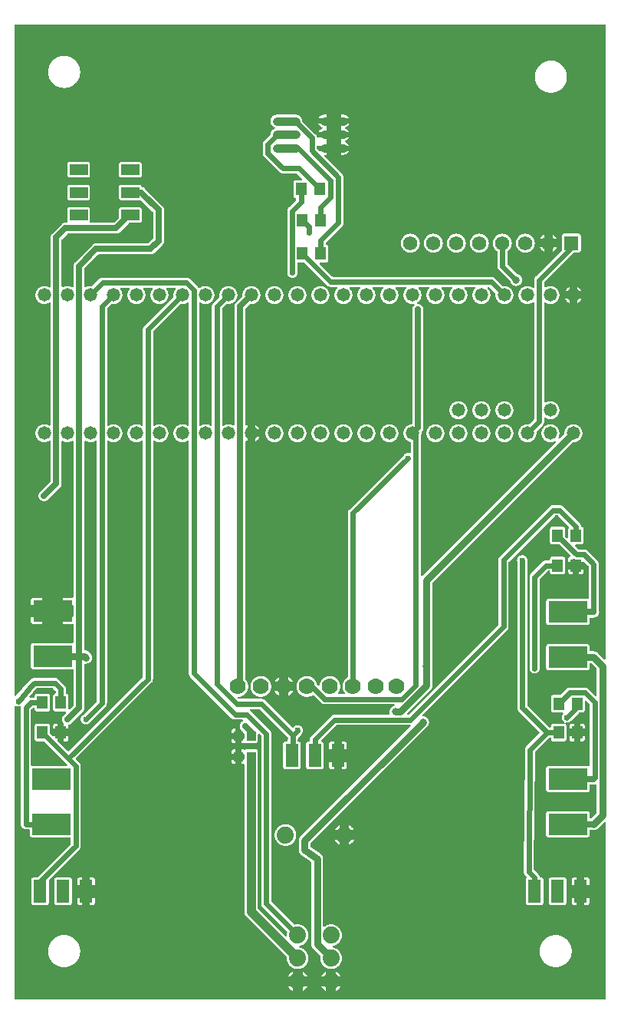
<source format=gtl>
G04 Layer: TopLayer*
G04 EasyEDA v6.3.22, 2020-04-01T11:54:54--7:00*
G04 ca9891681b394fd3aee58acbbe32b52a,95dd31e7bbc04d03a1fa04b442bf807f,10*
G04 Gerber Generator version 0.2*
G04 Scale: 100 percent, Rotated: No, Reflected: No *
G04 Dimensions in millimeters *
G04 leading zeros omitted , absolute positions ,3 integer and 3 decimal *
%FSLAX33Y33*%
%MOMM*%
G90*
G71D02*

%ADD11C,0.699999*%
%ADD12C,0.999998*%
%ADD13C,0.599999*%
%ADD14C,0.799998*%
%ADD15C,0.899998*%
%ADD16C,0.700024*%
%ADD17C,0.610006*%
%ADD18C,0.609600*%
%ADD19R,1.999996X1.199896*%
%ADD20R,0.999998X1.099998*%
%ADD21R,1.160018X1.450010*%
%ADD22R,1.414780X2.547620*%
%ADD23C,1.778000*%
%ADD24C,1.473200*%
%ADD25C,1.879600*%
%ADD26R,1.574800X1.574800*%
%ADD27C,1.574800*%
%ADD28R,4.284980X2.379980*%

%LPD*%
G36*
G01X12853Y78790D02*
G01X11980Y78790D01*
G01X11965Y78789D01*
G01X11951Y78786D01*
G01X11938Y78781D01*
G01X11925Y78774D01*
G01X11914Y78765D01*
G01X11903Y78755D01*
G01X11894Y78744D01*
G01X11888Y78731D01*
G01X11883Y78717D01*
G01X11880Y78703D01*
G01X11878Y78688D01*
G01X11880Y78670D01*
G01X11885Y78653D01*
G01X11892Y78637D01*
G01X11902Y78623D01*
G01X11932Y78586D01*
G01X11960Y78548D01*
G01X11986Y78510D01*
G01X12010Y78470D01*
G01X12032Y78429D01*
G01X12052Y78386D01*
G01X12070Y78343D01*
G01X12086Y78300D01*
G01X12101Y78255D01*
G01X12112Y78210D01*
G01X12122Y78164D01*
G01X12130Y78118D01*
G01X12135Y78072D01*
G01X12139Y78025D01*
G01X12140Y77979D01*
G01X12139Y77933D01*
G01X12136Y77887D01*
G01X12130Y77841D01*
G01X12123Y77796D01*
G01X12113Y77751D01*
G01X12102Y77707D01*
G01X12088Y77663D01*
G01X12073Y77620D01*
G01X12055Y77577D01*
G01X12036Y77536D01*
G01X12014Y77495D01*
G01X11991Y77456D01*
G01X11966Y77417D01*
G01X11939Y77380D01*
G01X11911Y77344D01*
G01X11881Y77309D01*
G01X11849Y77276D01*
G01X11816Y77244D01*
G01X11781Y77214D01*
G01X11745Y77186D01*
G01X11708Y77159D01*
G01X11669Y77134D01*
G01X11630Y77111D01*
G01X11589Y77090D01*
G01X11548Y77070D01*
G01X11505Y77052D01*
G01X11462Y77037D01*
G01X11418Y77023D01*
G01X11374Y77012D01*
G01X11329Y77002D01*
G01X11284Y76995D01*
G01X11238Y76989D01*
G01X11192Y76986D01*
G01X11147Y76985D01*
G01X11101Y76986D01*
G01X11055Y76989D01*
G01X11009Y76995D01*
G01X10995Y76996D01*
G01X10979Y76995D01*
G01X10964Y76991D01*
G01X10949Y76985D01*
G01X10935Y76977D01*
G01X10923Y76966D01*
G01X10464Y76507D01*
G01X10454Y76495D01*
G01X10445Y76481D01*
G01X10439Y76466D01*
G01X10435Y76451D01*
G01X10434Y76435D01*
G01X10434Y63647D01*
G01X10435Y63633D01*
G01X10438Y63618D01*
G01X10443Y63605D01*
G01X10450Y63592D01*
G01X10459Y63580D01*
G01X10469Y63570D01*
G01X10481Y63561D01*
G01X10493Y63554D01*
G01X10507Y63549D01*
G01X10521Y63546D01*
G01X10536Y63545D01*
G01X10551Y63547D01*
G01X10565Y63550D01*
G01X10579Y63555D01*
G01X10592Y63562D01*
G01X10630Y63587D01*
G01X10670Y63610D01*
G01X10710Y63631D01*
G01X10792Y63667D01*
G01X10835Y63682D01*
G01X10878Y63695D01*
G01X10923Y63706D01*
G01X10967Y63715D01*
G01X11011Y63723D01*
G01X11056Y63728D01*
G01X11101Y63731D01*
G01X11147Y63732D01*
G01X11192Y63731D01*
G01X11238Y63728D01*
G01X11284Y63722D01*
G01X11329Y63715D01*
G01X11374Y63705D01*
G01X11418Y63694D01*
G01X11462Y63680D01*
G01X11505Y63665D01*
G01X11548Y63647D01*
G01X11589Y63628D01*
G01X11630Y63606D01*
G01X11669Y63583D01*
G01X11708Y63558D01*
G01X11745Y63531D01*
G01X11781Y63503D01*
G01X11816Y63473D01*
G01X11849Y63441D01*
G01X11881Y63408D01*
G01X11911Y63373D01*
G01X11939Y63337D01*
G01X11966Y63300D01*
G01X11991Y63261D01*
G01X12014Y63222D01*
G01X12036Y63181D01*
G01X12055Y63140D01*
G01X12073Y63097D01*
G01X12088Y63054D01*
G01X12102Y63010D01*
G01X12113Y62966D01*
G01X12123Y62921D01*
G01X12130Y62876D01*
G01X12136Y62830D01*
G01X12139Y62784D01*
G01X12140Y62739D01*
G01X12139Y62693D01*
G01X12136Y62647D01*
G01X12130Y62601D01*
G01X12123Y62556D01*
G01X12113Y62511D01*
G01X12102Y62467D01*
G01X12088Y62423D01*
G01X12073Y62380D01*
G01X12055Y62337D01*
G01X12036Y62296D01*
G01X12014Y62255D01*
G01X11991Y62216D01*
G01X11966Y62177D01*
G01X11939Y62140D01*
G01X11911Y62104D01*
G01X11881Y62069D01*
G01X11849Y62036D01*
G01X11816Y62004D01*
G01X11781Y61974D01*
G01X11745Y61946D01*
G01X11708Y61919D01*
G01X11669Y61894D01*
G01X11630Y61871D01*
G01X11589Y61850D01*
G01X11548Y61830D01*
G01X11505Y61812D01*
G01X11462Y61797D01*
G01X11418Y61783D01*
G01X11374Y61772D01*
G01X11329Y61762D01*
G01X11284Y61755D01*
G01X11238Y61749D01*
G01X11192Y61746D01*
G01X11147Y61745D01*
G01X11101Y61746D01*
G01X11056Y61749D01*
G01X11011Y61755D01*
G01X10967Y61762D01*
G01X10923Y61771D01*
G01X10878Y61782D01*
G01X10835Y61795D01*
G01X10792Y61810D01*
G01X10710Y61846D01*
G01X10670Y61867D01*
G01X10630Y61890D01*
G01X10592Y61915D01*
G01X10579Y61922D01*
G01X10565Y61927D01*
G01X10551Y61930D01*
G01X10536Y61932D01*
G01X10521Y61931D01*
G01X10507Y61928D01*
G01X10493Y61923D01*
G01X10481Y61916D01*
G01X10469Y61907D01*
G01X10459Y61897D01*
G01X10450Y61885D01*
G01X10443Y61872D01*
G01X10438Y61859D01*
G01X10435Y61844D01*
G01X10434Y61830D01*
G01X10434Y32961D01*
G01X10433Y32928D01*
G01X10430Y32894D01*
G01X10425Y32860D01*
G01X10418Y32828D01*
G01X10409Y32795D01*
G01X10398Y32763D01*
G01X10385Y32732D01*
G01X10370Y32702D01*
G01X10354Y32673D01*
G01X10335Y32645D01*
G01X10315Y32618D01*
G01X10294Y32592D01*
G01X10271Y32567D01*
G01X8532Y30832D01*
G01X8524Y30822D01*
G01X8502Y30796D01*
G01X8480Y30771D01*
G01X8455Y30748D01*
G01X8429Y30726D01*
G01X8401Y30706D01*
G01X8373Y30687D01*
G01X8343Y30671D01*
G01X8312Y30656D01*
G01X8281Y30643D01*
G01X8249Y30632D01*
G01X8216Y30623D01*
G01X8183Y30616D01*
G01X8149Y30611D01*
G01X8116Y30608D01*
G01X8082Y30607D01*
G01X8048Y30608D01*
G01X8014Y30611D01*
G01X7981Y30616D01*
G01X7947Y30623D01*
G01X7915Y30632D01*
G01X7883Y30643D01*
G01X7851Y30656D01*
G01X7821Y30671D01*
G01X7791Y30687D01*
G01X7763Y30706D01*
G01X7735Y30726D01*
G01X7709Y30748D01*
G01X7685Y30771D01*
G01X7662Y30795D01*
G01X7640Y30821D01*
G01X7620Y30849D01*
G01X7601Y30877D01*
G01X7584Y30907D01*
G01X7570Y30937D01*
G01X7557Y30969D01*
G01X7546Y31001D01*
G01X7537Y31033D01*
G01X7530Y31067D01*
G01X7525Y31100D01*
G01X7521Y31134D01*
G01X7520Y31168D01*
G01X7521Y31202D01*
G01X7525Y31236D01*
G01X7530Y31269D01*
G01X7537Y31302D01*
G01X7546Y31335D01*
G01X7557Y31367D01*
G01X7570Y31399D01*
G01X7585Y31429D01*
G01X7602Y31459D01*
G01X7620Y31488D01*
G01X7640Y31515D01*
G01X7662Y31541D01*
G01X7686Y31566D01*
G01X7710Y31589D01*
G01X7737Y31611D01*
G01X7746Y31619D01*
G01X9291Y33162D01*
G01X9301Y33174D01*
G01X9310Y33188D01*
G01X9316Y33202D01*
G01X9320Y33218D01*
G01X9321Y33234D01*
G01X9321Y61831D01*
G01X9320Y61846D01*
G01X9317Y61860D01*
G01X9312Y61873D01*
G01X9305Y61886D01*
G01X9296Y61898D01*
G01X9286Y61908D01*
G01X9275Y61917D01*
G01X9262Y61924D01*
G01X9248Y61929D01*
G01X9234Y61932D01*
G01X9219Y61933D01*
G01X9204Y61932D01*
G01X9190Y61929D01*
G01X9176Y61923D01*
G01X9162Y61916D01*
G01X9124Y61891D01*
G01X9085Y61868D01*
G01X9045Y61847D01*
G01X9004Y61828D01*
G01X8962Y61811D01*
G01X8919Y61796D01*
G01X8875Y61782D01*
G01X8832Y61771D01*
G01X8787Y61762D01*
G01X8742Y61755D01*
G01X8697Y61749D01*
G01X8652Y61746D01*
G01X8607Y61745D01*
G01X8558Y61746D01*
G01X8510Y61750D01*
G01X8461Y61756D01*
G01X8414Y61764D01*
G01X8366Y61775D01*
G01X8320Y61788D01*
G01X8273Y61803D01*
G01X8228Y61821D01*
G01X8183Y61840D01*
G01X8140Y61862D01*
G01X8098Y61886D01*
G01X8081Y61894D01*
G01X8064Y61898D01*
G01X8046Y61900D01*
G01X8031Y61899D01*
G01X8017Y61896D01*
G01X8004Y61891D01*
G01X7991Y61884D01*
G01X7979Y61875D01*
G01X7969Y61865D01*
G01X7960Y61853D01*
G01X7953Y61840D01*
G01X7948Y61827D01*
G01X7945Y61813D01*
G01X7944Y61798D01*
G01X7944Y38902D01*
G01X7945Y38888D01*
G01X7948Y38873D01*
G01X7953Y38859D01*
G01X7960Y38847D01*
G01X7970Y38835D01*
G01X7980Y38825D01*
G01X7992Y38816D01*
G01X8005Y38809D01*
G01X8018Y38805D01*
G01X8033Y38802D01*
G01X8072Y38795D01*
G01X8110Y38787D01*
G01X8148Y38776D01*
G01X8185Y38763D01*
G01X8221Y38748D01*
G01X8257Y38731D01*
G01X8291Y38712D01*
G01X8324Y38690D01*
G01X8386Y38642D01*
G01X8414Y38615D01*
G01X8592Y38437D01*
G01X8617Y38410D01*
G01X8641Y38382D01*
G01X8663Y38352D01*
G01X8683Y38322D01*
G01X8702Y38290D01*
G01X8719Y38257D01*
G01X8734Y38224D01*
G01X8747Y38189D01*
G01X8758Y38154D01*
G01X8768Y38119D01*
G01X8775Y38082D01*
G01X8780Y38046D01*
G01X8783Y38009D01*
G01X8784Y37973D01*
G01X8783Y37936D01*
G01X8780Y37899D01*
G01X8775Y37863D01*
G01X8768Y37826D01*
G01X8758Y37791D01*
G01X8747Y37756D01*
G01X8734Y37721D01*
G01X8719Y37688D01*
G01X8702Y37655D01*
G01X8683Y37623D01*
G01X8663Y37593D01*
G01X8641Y37563D01*
G01X8617Y37535D01*
G01X8592Y37508D01*
G01X8565Y37483D01*
G01X8537Y37459D01*
G01X8507Y37437D01*
G01X8477Y37417D01*
G01X8445Y37398D01*
G01X8412Y37381D01*
G01X8379Y37366D01*
G01X8344Y37353D01*
G01X8309Y37342D01*
G01X8274Y37332D01*
G01X8237Y37325D01*
G01X8201Y37320D01*
G01X8164Y37317D01*
G01X8128Y37316D01*
G01X8057Y37320D01*
G01X8046Y37320D01*
G01X8031Y37319D01*
G01X8017Y37316D01*
G01X8004Y37311D01*
G01X7991Y37304D01*
G01X7979Y37295D01*
G01X7969Y37285D01*
G01X7960Y37273D01*
G01X7953Y37261D01*
G01X7948Y37248D01*
G01X7945Y37233D01*
G01X7944Y37219D01*
G01X7944Y32430D01*
G01X7943Y32394D01*
G01X7940Y32357D01*
G01X7934Y32321D01*
G01X7926Y32285D01*
G01X7917Y32250D01*
G01X7904Y32215D01*
G01X7891Y32181D01*
G01X7875Y32148D01*
G01X7857Y32116D01*
G01X7837Y32086D01*
G01X7815Y32056D01*
G01X7792Y32028D01*
G01X7766Y32001D01*
G01X6504Y30739D01*
G01X6476Y30713D01*
G01X6446Y30688D01*
G01X6415Y30665D01*
G01X6383Y30645D01*
G01X6348Y30626D01*
G01X6314Y30610D01*
G01X6278Y30596D01*
G01X6241Y30585D01*
G01X6228Y30580D01*
G01X6214Y30572D01*
G01X6203Y30564D01*
G01X6193Y30554D01*
G01X6184Y30542D01*
G01X6177Y30529D01*
G01X6172Y30516D01*
G01X6168Y30501D01*
G01X6167Y30487D01*
G01X6168Y30474D01*
G01X6170Y30442D01*
G01X6170Y30144D01*
G01X5687Y30144D01*
G01X5687Y30656D01*
G01X5686Y30673D01*
G01X5682Y30689D01*
G01X5675Y30704D01*
G01X5667Y30718D01*
G01X5656Y30730D01*
G01X5628Y30758D01*
G01X5602Y30788D01*
G01X5578Y30820D01*
G01X5557Y30853D01*
G01X5538Y30885D01*
G01X5522Y30918D01*
G01X5508Y30952D01*
G01X5496Y30987D01*
G01X5486Y31023D01*
G01X5479Y31058D01*
G01X5473Y31095D01*
G01X5470Y31131D01*
G01X5469Y31168D01*
G01X5470Y31204D01*
G01X5473Y31241D01*
G01X5479Y31277D01*
G01X5486Y31313D01*
G01X5496Y31348D01*
G01X5508Y31383D01*
G01X5522Y31417D01*
G01X5538Y31450D01*
G01X5556Y31482D01*
G01X5576Y31512D01*
G01X5598Y31542D01*
G01X5621Y31570D01*
G01X5646Y31597D01*
G01X5914Y31864D01*
G01X5924Y31877D01*
G01X5933Y31890D01*
G01X5939Y31905D01*
G01X5943Y31921D01*
G01X5944Y31936D01*
G01X5943Y31951D01*
G01X5940Y31965D01*
G01X5934Y31979D01*
G01X5928Y31991D01*
G01X5919Y32003D01*
G01X5909Y32013D01*
G01X5897Y32022D01*
G01X5885Y32029D01*
G01X5871Y32034D01*
G01X5857Y32037D01*
G01X5842Y32038D01*
G01X4753Y32038D01*
G01X4730Y32039D01*
G01X4706Y32042D01*
G01X4683Y32048D01*
G01X4661Y32055D01*
G01X4639Y32065D01*
G01X4618Y32076D01*
G01X4599Y32090D01*
G01X4581Y32105D01*
G01X4564Y32122D01*
G01X4549Y32140D01*
G01X4535Y32159D01*
G01X4524Y32180D01*
G01X4514Y32202D01*
G01X4507Y32224D01*
G01X4501Y32247D01*
G01X4498Y32271D01*
G01X4497Y32295D01*
G01X4497Y33744D01*
G01X4498Y33768D01*
G01X4501Y33791D01*
G01X4506Y33813D01*
G01X4514Y33835D01*
G01X4523Y33856D01*
G01X4533Y33876D01*
G01X4546Y33896D01*
G01X4561Y33914D01*
G01X4577Y33930D01*
G01X4594Y33946D01*
G01X4613Y33959D01*
G01X4633Y33971D01*
G01X4654Y33981D01*
G01X4675Y33989D01*
G01X4697Y33995D01*
G01X4712Y33999D01*
G01X4726Y34006D01*
G01X4739Y34014D01*
G01X4750Y34025D01*
G01X4759Y34037D01*
G01X4767Y34050D01*
G01X4773Y34064D01*
G01X4776Y34079D01*
G01X4777Y34094D01*
G01X4777Y34271D01*
G01X4776Y34287D01*
G01X4772Y34302D01*
G01X4766Y34317D01*
G01X4757Y34331D01*
G01X4747Y34343D01*
G01X4498Y34592D01*
G01X4486Y34602D01*
G01X4472Y34611D01*
G01X4457Y34617D01*
G01X4442Y34621D01*
G01X4426Y34622D01*
G01X2696Y34622D01*
G01X2682Y34621D01*
G01X2668Y34618D01*
G01X2654Y34613D01*
G01X2641Y34606D01*
G01X2629Y34597D01*
G01X2619Y34587D01*
G01X1887Y33742D01*
G01X1878Y33730D01*
G01X1871Y33717D01*
G01X1866Y33704D01*
G01X1863Y33690D01*
G01X1862Y33675D01*
G01X1863Y33661D01*
G01X1866Y33646D01*
G01X1871Y33633D01*
G01X1878Y33620D01*
G01X1887Y33609D01*
G01X1897Y33598D01*
G01X1909Y33589D01*
G01X1921Y33583D01*
G01X1935Y33578D01*
G01X1949Y33575D01*
G01X1963Y33574D01*
G01X1973Y33574D01*
G01X2021Y33576D01*
G01X2363Y33576D01*
G01X2378Y33577D01*
G01X2392Y33580D01*
G01X2405Y33585D01*
G01X2418Y33592D01*
G01X2430Y33601D01*
G01X2440Y33611D01*
G01X2449Y33622D01*
G01X2456Y33635D01*
G01X2461Y33649D01*
G01X2464Y33663D01*
G01X2465Y33678D01*
G01X2465Y33744D01*
G01X2466Y33768D01*
G01X2469Y33792D01*
G01X2475Y33815D01*
G01X2482Y33837D01*
G01X2492Y33859D01*
G01X2503Y33880D01*
G01X2517Y33899D01*
G01X2532Y33917D01*
G01X2549Y33934D01*
G01X2567Y33949D01*
G01X2586Y33963D01*
G01X2607Y33974D01*
G01X2629Y33984D01*
G01X2651Y33991D01*
G01X2674Y33997D01*
G01X2698Y34000D01*
G01X2721Y34001D01*
G01X3882Y34001D01*
G01X3905Y34000D01*
G01X3929Y33997D01*
G01X3952Y33991D01*
G01X3974Y33984D01*
G01X3996Y33974D01*
G01X4017Y33963D01*
G01X4036Y33949D01*
G01X4054Y33934D01*
G01X4071Y33917D01*
G01X4086Y33899D01*
G01X4100Y33880D01*
G01X4111Y33859D01*
G01X4121Y33837D01*
G01X4128Y33815D01*
G01X4134Y33792D01*
G01X4137Y33768D01*
G01X4138Y33744D01*
G01X4138Y32295D01*
G01X4137Y32271D01*
G01X4134Y32247D01*
G01X4128Y32224D01*
G01X4121Y32202D01*
G01X4111Y32180D01*
G01X4100Y32159D01*
G01X4086Y32140D01*
G01X4071Y32122D01*
G01X4054Y32105D01*
G01X4036Y32090D01*
G01X4017Y32076D01*
G01X3996Y32065D01*
G01X3974Y32055D01*
G01X3952Y32048D01*
G01X3929Y32042D01*
G01X3905Y32039D01*
G01X3882Y32038D01*
G01X2721Y32038D01*
G01X2698Y32039D01*
G01X2674Y32042D01*
G01X2651Y32048D01*
G01X2629Y32055D01*
G01X2607Y32065D01*
G01X2586Y32076D01*
G01X2567Y32090D01*
G01X2549Y32105D01*
G01X2532Y32122D01*
G01X2517Y32140D01*
G01X2503Y32159D01*
G01X2492Y32180D01*
G01X2482Y32202D01*
G01X2475Y32224D01*
G01X2469Y32247D01*
G01X2466Y32271D01*
G01X2465Y32295D01*
G01X2465Y32361D01*
G01X2464Y32376D01*
G01X2461Y32390D01*
G01X2456Y32404D01*
G01X2449Y32417D01*
G01X2440Y32428D01*
G01X2430Y32438D01*
G01X2418Y32447D01*
G01X2405Y32454D01*
G01X2392Y32459D01*
G01X2378Y32462D01*
G01X2363Y32463D01*
G01X2294Y32463D01*
G01X2278Y32462D01*
G01X2263Y32458D01*
G01X2248Y32452D01*
G01X2234Y32443D01*
G01X2222Y32433D01*
G01X2061Y32273D01*
G01X2051Y32261D01*
G01X2043Y32247D01*
G01X2037Y32232D01*
G01X2033Y32217D01*
G01X2032Y32201D01*
G01X2032Y26133D01*
G01X2033Y26118D01*
G01X2036Y26104D01*
G01X2041Y26090D01*
G01X2048Y26078D01*
G01X2056Y26066D01*
G01X2067Y26056D01*
G01X2078Y26047D01*
G01X2091Y26040D01*
G01X2105Y26035D01*
G01X2119Y26032D01*
G01X2134Y26031D01*
G01X2145Y26031D01*
G01X2175Y26033D01*
G01X5953Y26033D01*
G01X5968Y26035D01*
G01X5982Y26038D01*
G01X5995Y26043D01*
G01X6008Y26049D01*
G01X6020Y26058D01*
G01X6030Y26069D01*
G01X6039Y26080D01*
G01X6046Y26092D01*
G01X6051Y26106D01*
G01X6054Y26120D01*
G01X6055Y26135D01*
G01X6054Y26151D01*
G01X6050Y26166D01*
G01X6044Y26181D01*
G01X6036Y26195D01*
G01X6025Y26207D01*
G01X5793Y26438D01*
G01X3526Y28706D01*
G01X3514Y28717D01*
G01X3500Y28725D01*
G01X3485Y28731D01*
G01X3470Y28735D01*
G01X3454Y28736D01*
G01X2721Y28736D01*
G01X2698Y28737D01*
G01X2674Y28740D01*
G01X2651Y28746D01*
G01X2629Y28753D01*
G01X2607Y28763D01*
G01X2586Y28774D01*
G01X2567Y28788D01*
G01X2549Y28803D01*
G01X2532Y28820D01*
G01X2517Y28838D01*
G01X2503Y28857D01*
G01X2492Y28878D01*
G01X2482Y28900D01*
G01X2475Y28922D01*
G01X2469Y28945D01*
G01X2466Y28969D01*
G01X2465Y28993D01*
G01X2465Y30442D01*
G01X2466Y30466D01*
G01X2469Y30490D01*
G01X2475Y30513D01*
G01X2482Y30535D01*
G01X2492Y30557D01*
G01X2503Y30578D01*
G01X2517Y30597D01*
G01X2532Y30615D01*
G01X2549Y30632D01*
G01X2567Y30647D01*
G01X2586Y30661D01*
G01X2607Y30672D01*
G01X2629Y30682D01*
G01X2651Y30689D01*
G01X2674Y30695D01*
G01X2698Y30698D01*
G01X2721Y30699D01*
G01X3882Y30699D01*
G01X3905Y30698D01*
G01X3929Y30695D01*
G01X3952Y30689D01*
G01X3974Y30682D01*
G01X3996Y30672D01*
G01X4017Y30661D01*
G01X4036Y30647D01*
G01X4054Y30632D01*
G01X4071Y30615D01*
G01X4086Y30597D01*
G01X4100Y30578D01*
G01X4111Y30557D01*
G01X4121Y30535D01*
G01X4128Y30513D01*
G01X4134Y30490D01*
G01X4137Y30466D01*
G01X4138Y30442D01*
G01X4138Y29710D01*
G01X4139Y29694D01*
G01X4143Y29679D01*
G01X4149Y29664D01*
G01X4157Y29650D01*
G01X4168Y29638D01*
G01X4324Y29483D01*
G01X4485Y29321D01*
G01X4497Y29311D01*
G01X4511Y29302D01*
G01X4525Y29296D01*
G01X4541Y29293D01*
G01X4557Y29291D01*
G01X4980Y29291D01*
G01X4980Y28868D01*
G01X4981Y28852D01*
G01X4985Y28837D01*
G01X4991Y28822D01*
G01X4999Y28809D01*
G01X5010Y28796D01*
G01X6115Y27691D01*
G01X6128Y27680D01*
G01X6141Y27672D01*
G01X6155Y27666D01*
G01X6171Y27663D01*
G01X6187Y27661D01*
G01X6203Y27663D01*
G01X6218Y27666D01*
G01X6233Y27672D01*
G01X6247Y27680D01*
G01X6259Y27691D01*
G01X14371Y35801D01*
G01X14381Y35813D01*
G01X14390Y35827D01*
G01X14396Y35841D01*
G01X14400Y35857D01*
G01X14401Y35873D01*
G01X14401Y61831D01*
G01X14400Y61846D01*
G01X14397Y61860D01*
G01X14392Y61873D01*
G01X14385Y61886D01*
G01X14376Y61898D01*
G01X14366Y61908D01*
G01X14355Y61917D01*
G01X14342Y61924D01*
G01X14328Y61929D01*
G01X14314Y61932D01*
G01X14299Y61933D01*
G01X14284Y61932D01*
G01X14270Y61929D01*
G01X14256Y61923D01*
G01X14242Y61916D01*
G01X14204Y61891D01*
G01X14165Y61868D01*
G01X14125Y61847D01*
G01X14084Y61828D01*
G01X14042Y61811D01*
G01X13999Y61796D01*
G01X13955Y61782D01*
G01X13912Y61771D01*
G01X13867Y61762D01*
G01X13822Y61755D01*
G01X13777Y61749D01*
G01X13732Y61746D01*
G01X13687Y61745D01*
G01X13641Y61746D01*
G01X13595Y61749D01*
G01X13549Y61755D01*
G01X13504Y61762D01*
G01X13459Y61772D01*
G01X13415Y61783D01*
G01X13371Y61797D01*
G01X13328Y61812D01*
G01X13285Y61830D01*
G01X13244Y61850D01*
G01X13203Y61871D01*
G01X13164Y61894D01*
G01X13125Y61919D01*
G01X13088Y61946D01*
G01X13052Y61974D01*
G01X13018Y62004D01*
G01X12984Y62036D01*
G01X12952Y62069D01*
G01X12923Y62104D01*
G01X12894Y62140D01*
G01X12867Y62177D01*
G01X12842Y62216D01*
G01X12819Y62255D01*
G01X12798Y62296D01*
G01X12778Y62337D01*
G01X12760Y62380D01*
G01X12745Y62423D01*
G01X12732Y62467D01*
G01X12720Y62511D01*
G01X12710Y62556D01*
G01X12703Y62601D01*
G01X12697Y62647D01*
G01X12694Y62693D01*
G01X12693Y62739D01*
G01X12694Y62784D01*
G01X12697Y62830D01*
G01X12703Y62876D01*
G01X12710Y62921D01*
G01X12720Y62966D01*
G01X12732Y63010D01*
G01X12745Y63054D01*
G01X12760Y63097D01*
G01X12778Y63140D01*
G01X12798Y63181D01*
G01X12819Y63222D01*
G01X12842Y63261D01*
G01X12867Y63300D01*
G01X12894Y63337D01*
G01X12923Y63373D01*
G01X12952Y63408D01*
G01X12984Y63441D01*
G01X13018Y63473D01*
G01X13052Y63503D01*
G01X13088Y63531D01*
G01X13125Y63558D01*
G01X13164Y63583D01*
G01X13203Y63606D01*
G01X13244Y63628D01*
G01X13285Y63647D01*
G01X13328Y63665D01*
G01X13371Y63680D01*
G01X13415Y63694D01*
G01X13459Y63705D01*
G01X13504Y63715D01*
G01X13549Y63722D01*
G01X13595Y63728D01*
G01X13641Y63731D01*
G01X13687Y63732D01*
G01X13732Y63731D01*
G01X13777Y63728D01*
G01X13822Y63723D01*
G01X13867Y63715D01*
G01X13912Y63706D01*
G01X13955Y63695D01*
G01X13999Y63681D01*
G01X14042Y63666D01*
G01X14084Y63649D01*
G01X14125Y63630D01*
G01X14165Y63609D01*
G01X14204Y63586D01*
G01X14242Y63561D01*
G01X14256Y63554D01*
G01X14270Y63548D01*
G01X14284Y63545D01*
G01X14299Y63544D01*
G01X14314Y63545D01*
G01X14328Y63548D01*
G01X14342Y63553D01*
G01X14355Y63560D01*
G01X14366Y63569D01*
G01X14376Y63579D01*
G01X14385Y63591D01*
G01X14392Y63604D01*
G01X14397Y63617D01*
G01X14400Y63631D01*
G01X14401Y63646D01*
G01X14401Y74168D01*
G01X14402Y74201D01*
G01X14405Y74235D01*
G01X14410Y74268D01*
G01X14417Y74301D01*
G01X14426Y74333D01*
G01X14437Y74365D01*
G01X14450Y74396D01*
G01X14465Y74426D01*
G01X14481Y74456D01*
G01X14499Y74483D01*
G01X14520Y74511D01*
G01X14541Y74536D01*
G01X14564Y74561D01*
G01X17755Y77751D01*
G01X17765Y77764D01*
G01X17773Y77777D01*
G01X17780Y77792D01*
G01X17783Y77808D01*
G01X17785Y77824D01*
G01X17784Y77838D01*
G01X17778Y77885D01*
G01X17774Y77931D01*
G01X17773Y77979D01*
G01X17774Y78025D01*
G01X17778Y78072D01*
G01X17783Y78118D01*
G01X17791Y78164D01*
G01X17801Y78210D01*
G01X17813Y78255D01*
G01X17827Y78300D01*
G01X17843Y78343D01*
G01X17861Y78386D01*
G01X17881Y78429D01*
G01X17903Y78470D01*
G01X17927Y78510D01*
G01X17953Y78548D01*
G01X17981Y78586D01*
G01X18011Y78623D01*
G01X18021Y78637D01*
G01X18028Y78653D01*
G01X18033Y78670D01*
G01X18035Y78688D01*
G01X18034Y78703D01*
G01X18030Y78717D01*
G01X18025Y78731D01*
G01X18019Y78744D01*
G01X18010Y78755D01*
G01X17999Y78765D01*
G01X17988Y78774D01*
G01X17976Y78781D01*
G01X17962Y78786D01*
G01X17948Y78789D01*
G01X17933Y78790D01*
G01X17060Y78790D01*
G01X17045Y78789D01*
G01X17031Y78786D01*
G01X17018Y78781D01*
G01X17005Y78774D01*
G01X16994Y78765D01*
G01X16983Y78755D01*
G01X16974Y78744D01*
G01X16968Y78731D01*
G01X16963Y78717D01*
G01X16960Y78703D01*
G01X16958Y78688D01*
G01X16960Y78670D01*
G01X16965Y78653D01*
G01X16972Y78637D01*
G01X16982Y78623D01*
G01X17012Y78586D01*
G01X17040Y78548D01*
G01X17066Y78510D01*
G01X17090Y78470D01*
G01X17112Y78429D01*
G01X17132Y78386D01*
G01X17150Y78343D01*
G01X17166Y78300D01*
G01X17181Y78255D01*
G01X17192Y78210D01*
G01X17202Y78164D01*
G01X17210Y78118D01*
G01X17215Y78072D01*
G01X17219Y78025D01*
G01X17220Y77979D01*
G01X17219Y77933D01*
G01X17216Y77887D01*
G01X17210Y77841D01*
G01X17203Y77796D01*
G01X17193Y77751D01*
G01X17182Y77707D01*
G01X17168Y77663D01*
G01X17153Y77620D01*
G01X17135Y77577D01*
G01X17116Y77536D01*
G01X17094Y77495D01*
G01X17071Y77456D01*
G01X17046Y77417D01*
G01X17019Y77380D01*
G01X16991Y77344D01*
G01X16961Y77309D01*
G01X16929Y77276D01*
G01X16896Y77244D01*
G01X16861Y77214D01*
G01X16825Y77186D01*
G01X16788Y77159D01*
G01X16749Y77134D01*
G01X16710Y77111D01*
G01X16669Y77090D01*
G01X16628Y77070D01*
G01X16585Y77052D01*
G01X16542Y77037D01*
G01X16498Y77023D01*
G01X16454Y77012D01*
G01X16409Y77002D01*
G01X16364Y76995D01*
G01X16318Y76989D01*
G01X16272Y76986D01*
G01X16227Y76985D01*
G01X16181Y76986D01*
G01X16135Y76989D01*
G01X16089Y76995D01*
G01X16044Y77002D01*
G01X15999Y77012D01*
G01X15955Y77023D01*
G01X15911Y77037D01*
G01X15868Y77052D01*
G01X15825Y77070D01*
G01X15784Y77090D01*
G01X15743Y77111D01*
G01X15704Y77134D01*
G01X15665Y77159D01*
G01X15628Y77186D01*
G01X15592Y77214D01*
G01X15558Y77244D01*
G01X15524Y77276D01*
G01X15492Y77309D01*
G01X15463Y77344D01*
G01X15434Y77380D01*
G01X15407Y77417D01*
G01X15382Y77456D01*
G01X15359Y77495D01*
G01X15338Y77536D01*
G01X15318Y77577D01*
G01X15300Y77620D01*
G01X15285Y77663D01*
G01X15272Y77707D01*
G01X15260Y77751D01*
G01X15250Y77796D01*
G01X15243Y77841D01*
G01X15237Y77887D01*
G01X15234Y77933D01*
G01X15233Y77979D01*
G01X15234Y78025D01*
G01X15238Y78072D01*
G01X15243Y78118D01*
G01X15251Y78164D01*
G01X15261Y78210D01*
G01X15273Y78255D01*
G01X15287Y78300D01*
G01X15303Y78343D01*
G01X15321Y78386D01*
G01X15341Y78429D01*
G01X15363Y78470D01*
G01X15387Y78510D01*
G01X15413Y78548D01*
G01X15441Y78586D01*
G01X15471Y78623D01*
G01X15481Y78637D01*
G01X15488Y78653D01*
G01X15493Y78670D01*
G01X15495Y78688D01*
G01X15494Y78703D01*
G01X15490Y78717D01*
G01X15485Y78731D01*
G01X15479Y78744D01*
G01X15470Y78755D01*
G01X15459Y78765D01*
G01X15448Y78774D01*
G01X15436Y78781D01*
G01X15422Y78786D01*
G01X15408Y78789D01*
G01X15393Y78790D01*
G01X14520Y78790D01*
G01X14505Y78789D01*
G01X14491Y78786D01*
G01X14478Y78781D01*
G01X14465Y78774D01*
G01X14454Y78765D01*
G01X14443Y78755D01*
G01X14434Y78744D01*
G01X14428Y78731D01*
G01X14423Y78717D01*
G01X14420Y78703D01*
G01X14418Y78688D01*
G01X14420Y78670D01*
G01X14425Y78653D01*
G01X14432Y78637D01*
G01X14442Y78623D01*
G01X14472Y78586D01*
G01X14500Y78548D01*
G01X14526Y78510D01*
G01X14550Y78470D01*
G01X14572Y78429D01*
G01X14592Y78386D01*
G01X14610Y78343D01*
G01X14626Y78300D01*
G01X14641Y78255D01*
G01X14652Y78210D01*
G01X14662Y78164D01*
G01X14670Y78118D01*
G01X14675Y78072D01*
G01X14679Y78025D01*
G01X14680Y77979D01*
G01X14679Y77933D01*
G01X14676Y77887D01*
G01X14670Y77841D01*
G01X14663Y77796D01*
G01X14653Y77751D01*
G01X14642Y77707D01*
G01X14628Y77663D01*
G01X14613Y77620D01*
G01X14595Y77577D01*
G01X14576Y77536D01*
G01X14554Y77495D01*
G01X14531Y77456D01*
G01X14506Y77417D01*
G01X14479Y77380D01*
G01X14451Y77344D01*
G01X14421Y77309D01*
G01X14389Y77276D01*
G01X14356Y77244D01*
G01X14321Y77214D01*
G01X14285Y77186D01*
G01X14248Y77159D01*
G01X14209Y77134D01*
G01X14170Y77111D01*
G01X14129Y77090D01*
G01X14088Y77070D01*
G01X14045Y77052D01*
G01X14002Y77037D01*
G01X13958Y77023D01*
G01X13914Y77012D01*
G01X13869Y77002D01*
G01X13824Y76995D01*
G01X13778Y76989D01*
G01X13732Y76986D01*
G01X13687Y76985D01*
G01X13641Y76986D01*
G01X13595Y76989D01*
G01X13549Y76995D01*
G01X13504Y77002D01*
G01X13459Y77012D01*
G01X13415Y77023D01*
G01X13371Y77037D01*
G01X13328Y77052D01*
G01X13285Y77070D01*
G01X13244Y77090D01*
G01X13203Y77111D01*
G01X13164Y77134D01*
G01X13125Y77159D01*
G01X13088Y77186D01*
G01X13052Y77214D01*
G01X13018Y77244D01*
G01X12984Y77276D01*
G01X12952Y77309D01*
G01X12923Y77344D01*
G01X12894Y77380D01*
G01X12867Y77417D01*
G01X12842Y77456D01*
G01X12819Y77495D01*
G01X12798Y77536D01*
G01X12778Y77577D01*
G01X12760Y77620D01*
G01X12745Y77663D01*
G01X12732Y77707D01*
G01X12720Y77751D01*
G01X12710Y77796D01*
G01X12703Y77841D01*
G01X12697Y77887D01*
G01X12694Y77933D01*
G01X12693Y77979D01*
G01X12694Y78025D01*
G01X12698Y78072D01*
G01X12703Y78118D01*
G01X12711Y78164D01*
G01X12721Y78210D01*
G01X12733Y78255D01*
G01X12747Y78300D01*
G01X12763Y78343D01*
G01X12781Y78386D01*
G01X12801Y78429D01*
G01X12823Y78470D01*
G01X12847Y78510D01*
G01X12873Y78548D01*
G01X12901Y78586D01*
G01X12931Y78623D01*
G01X12941Y78637D01*
G01X12948Y78653D01*
G01X12953Y78670D01*
G01X12955Y78688D01*
G01X12954Y78703D01*
G01X12950Y78717D01*
G01X12945Y78731D01*
G01X12939Y78744D01*
G01X12930Y78755D01*
G01X12919Y78765D01*
G01X12908Y78774D01*
G01X12896Y78781D01*
G01X12882Y78786D01*
G01X12868Y78789D01*
G01X12853Y78790D01*
G37*

%LPC*%
G36*
G01X6170Y29291D02*
G01X5687Y29291D01*
G01X5687Y28736D01*
G01X5914Y28736D01*
G01X5937Y28737D01*
G01X5961Y28740D01*
G01X5984Y28746D01*
G01X6006Y28753D01*
G01X6028Y28763D01*
G01X6049Y28774D01*
G01X6068Y28788D01*
G01X6086Y28803D01*
G01X6103Y28820D01*
G01X6118Y28838D01*
G01X6132Y28857D01*
G01X6143Y28878D01*
G01X6153Y28900D01*
G01X6160Y28922D01*
G01X6166Y28945D01*
G01X6169Y28969D01*
G01X6170Y28993D01*
G01X6170Y29291D01*
G37*
G36*
G01X4980Y30699D02*
G01X4753Y30699D01*
G01X4730Y30698D01*
G01X4706Y30695D01*
G01X4683Y30689D01*
G01X4661Y30682D01*
G01X4639Y30672D01*
G01X4618Y30661D01*
G01X4599Y30647D01*
G01X4581Y30632D01*
G01X4564Y30615D01*
G01X4549Y30597D01*
G01X4535Y30578D01*
G01X4524Y30557D01*
G01X4514Y30535D01*
G01X4507Y30513D01*
G01X4501Y30490D01*
G01X4498Y30466D01*
G01X4497Y30442D01*
G01X4497Y30144D01*
G01X4980Y30144D01*
G01X4980Y30699D01*
G37*

%LPD*%
G36*
G01X65427Y107820D02*
G01X358Y107820D01*
G01X343Y107819D01*
G01X329Y107816D01*
G01X315Y107811D01*
G01X303Y107804D01*
G01X291Y107795D01*
G01X281Y107785D01*
G01X272Y107773D01*
G01X265Y107761D01*
G01X260Y107747D01*
G01X257Y107733D01*
G01X256Y107718D01*
G01X256Y33832D01*
G01X257Y33818D01*
G01X260Y33803D01*
G01X265Y33790D01*
G01X272Y33777D01*
G01X281Y33765D01*
G01X291Y33755D01*
G01X303Y33746D01*
G01X315Y33739D01*
G01X329Y33734D01*
G01X343Y33731D01*
G01X358Y33730D01*
G01X372Y33731D01*
G01X386Y33734D01*
G01X400Y33739D01*
G01X413Y33746D01*
G01X424Y33755D01*
G01X434Y33765D01*
G01X1865Y35416D01*
G01X1892Y35445D01*
G01X2019Y35572D01*
G01X2044Y35595D01*
G01X2069Y35616D01*
G01X2097Y35637D01*
G01X2124Y35655D01*
G01X2154Y35671D01*
G01X2184Y35686D01*
G01X2215Y35699D01*
G01X2247Y35710D01*
G01X2279Y35719D01*
G01X2312Y35726D01*
G01X2345Y35731D01*
G01X2379Y35734D01*
G01X2413Y35735D01*
G01X4699Y35735D01*
G01X4732Y35734D01*
G01X4766Y35731D01*
G01X4799Y35726D01*
G01X4832Y35719D01*
G01X4864Y35710D01*
G01X4896Y35699D01*
G01X4927Y35686D01*
G01X4957Y35671D01*
G01X4987Y35655D01*
G01X5014Y35637D01*
G01X5042Y35616D01*
G01X5067Y35595D01*
G01X5092Y35572D01*
G01X5727Y34937D01*
G01X5750Y34912D01*
G01X5771Y34887D01*
G01X5792Y34859D01*
G01X5810Y34832D01*
G01X5826Y34802D01*
G01X5841Y34772D01*
G01X5854Y34741D01*
G01X5865Y34709D01*
G01X5874Y34677D01*
G01X5881Y34644D01*
G01X5886Y34611D01*
G01X5889Y34577D01*
G01X5890Y34544D01*
G01X5890Y34094D01*
G01X5891Y34079D01*
G01X5894Y34064D01*
G01X5900Y34050D01*
G01X5908Y34037D01*
G01X5917Y34025D01*
G01X5928Y34014D01*
G01X5941Y34006D01*
G01X5955Y33999D01*
G01X5970Y33995D01*
G01X5992Y33989D01*
G01X6013Y33981D01*
G01X6034Y33971D01*
G01X6054Y33959D01*
G01X6073Y33946D01*
G01X6090Y33930D01*
G01X6106Y33914D01*
G01X6121Y33896D01*
G01X6134Y33876D01*
G01X6144Y33856D01*
G01X6153Y33835D01*
G01X6161Y33813D01*
G01X6166Y33791D01*
G01X6169Y33768D01*
G01X6170Y33744D01*
G01X6170Y32366D01*
G01X6171Y32351D01*
G01X6174Y32337D01*
G01X6179Y32324D01*
G01X6186Y32311D01*
G01X6195Y32299D01*
G01X6205Y32289D01*
G01X6217Y32280D01*
G01X6230Y32273D01*
G01X6243Y32268D01*
G01X6257Y32265D01*
G01X6272Y32264D01*
G01X6288Y32266D01*
G01X6303Y32269D01*
G01X6318Y32275D01*
G01X6331Y32283D01*
G01X6343Y32294D01*
G01X6701Y32652D01*
G01X6712Y32664D01*
G01X6720Y32678D01*
G01X6726Y32692D01*
G01X6730Y32708D01*
G01X6731Y32723D01*
G01X6731Y36604D01*
G01X6730Y36619D01*
G01X6727Y36633D01*
G01X6722Y36647D01*
G01X6715Y36660D01*
G01X6706Y36671D01*
G01X6696Y36682D01*
G01X6684Y36690D01*
G01X6672Y36697D01*
G01X6658Y36702D01*
G01X6644Y36705D01*
G01X6629Y36706D01*
G01X6617Y36706D01*
G01X6587Y36704D01*
G01X2302Y36704D01*
G01X2278Y36705D01*
G01X2255Y36708D01*
G01X2232Y36714D01*
G01X2209Y36721D01*
G01X2187Y36730D01*
G01X2167Y36742D01*
G01X2147Y36756D01*
G01X2129Y36771D01*
G01X2112Y36787D01*
G01X2084Y36825D01*
G01X2072Y36846D01*
G01X2063Y36868D01*
G01X2055Y36890D01*
G01X2050Y36913D01*
G01X2047Y36937D01*
G01X2046Y36961D01*
G01X2046Y39341D01*
G01X2047Y39364D01*
G01X2050Y39387D01*
G01X2055Y39411D01*
G01X2063Y39433D01*
G01X2072Y39455D01*
G01X2084Y39475D01*
G01X2098Y39495D01*
G01X2112Y39513D01*
G01X2129Y39530D01*
G01X2147Y39545D01*
G01X2167Y39558D01*
G01X2187Y39570D01*
G01X2209Y39579D01*
G01X2232Y39587D01*
G01X2255Y39593D01*
G01X2278Y39596D01*
G01X2302Y39597D01*
G01X6587Y39597D01*
G01X6617Y39595D01*
G01X6629Y39595D01*
G01X6644Y39596D01*
G01X6658Y39599D01*
G01X6672Y39604D01*
G01X6684Y39610D01*
G01X6696Y39619D01*
G01X6706Y39630D01*
G01X6715Y39641D01*
G01X6722Y39653D01*
G01X6727Y39667D01*
G01X6730Y39681D01*
G01X6731Y39696D01*
G01X6731Y41583D01*
G01X6730Y41598D01*
G01X6727Y41612D01*
G01X6722Y41626D01*
G01X6715Y41638D01*
G01X6706Y41649D01*
G01X6696Y41660D01*
G01X6684Y41669D01*
G01X6672Y41675D01*
G01X6658Y41680D01*
G01X6644Y41683D01*
G01X6629Y41684D01*
G01X6617Y41684D01*
G01X6587Y41682D01*
G01X5579Y41682D01*
G01X5579Y42470D01*
G01X6629Y42470D01*
G01X6644Y42471D01*
G01X6658Y42474D01*
G01X6672Y42479D01*
G01X6684Y42486D01*
G01X6696Y42495D01*
G01X6706Y42505D01*
G01X6715Y42517D01*
G01X6722Y42530D01*
G01X6727Y42543D01*
G01X6730Y42557D01*
G01X6731Y42572D01*
G01X6731Y43685D01*
G01X6730Y43700D01*
G01X6727Y43714D01*
G01X6722Y43728D01*
G01X6715Y43740D01*
G01X6706Y43752D01*
G01X6696Y43762D01*
G01X6684Y43771D01*
G01X6672Y43778D01*
G01X6658Y43783D01*
G01X6644Y43786D01*
G01X6629Y43787D01*
G01X5579Y43787D01*
G01X5579Y44575D01*
G01X6587Y44575D01*
G01X6617Y44573D01*
G01X6629Y44573D01*
G01X6644Y44574D01*
G01X6658Y44577D01*
G01X6672Y44582D01*
G01X6684Y44589D01*
G01X6696Y44597D01*
G01X6706Y44608D01*
G01X6715Y44619D01*
G01X6722Y44632D01*
G01X6727Y44646D01*
G01X6730Y44660D01*
G01X6731Y44675D01*
G01X6731Y61800D01*
G01X6730Y61814D01*
G01X6727Y61828D01*
G01X6722Y61842D01*
G01X6715Y61855D01*
G01X6706Y61866D01*
G01X6696Y61876D01*
G01X6684Y61885D01*
G01X6672Y61892D01*
G01X6658Y61897D01*
G01X6644Y61900D01*
G01X6629Y61901D01*
G01X6611Y61899D01*
G01X6594Y61895D01*
G01X6577Y61887D01*
G01X6535Y61863D01*
G01X6491Y61841D01*
G01X6447Y61821D01*
G01X6401Y61803D01*
G01X6355Y61788D01*
G01X6308Y61775D01*
G01X6260Y61765D01*
G01X6212Y61756D01*
G01X6164Y61750D01*
G01X6115Y61746D01*
G01X6067Y61745D01*
G01X6021Y61746D01*
G01X5975Y61749D01*
G01X5929Y61755D01*
G01X5884Y61762D01*
G01X5839Y61772D01*
G01X5795Y61783D01*
G01X5751Y61797D01*
G01X5707Y61812D01*
G01X5665Y61830D01*
G01X5624Y61850D01*
G01X5583Y61871D01*
G01X5567Y61878D01*
G01X5551Y61883D01*
G01X5534Y61884D01*
G01X5519Y61883D01*
G01X5505Y61879D01*
G01X5491Y61874D01*
G01X5479Y61868D01*
G01X5467Y61859D01*
G01X5457Y61849D01*
G01X5448Y61837D01*
G01X5441Y61825D01*
G01X5436Y61811D01*
G01X5433Y61797D01*
G01X5432Y61782D01*
G01X5432Y57185D01*
G01X5431Y57148D01*
G01X5427Y57112D01*
G01X5422Y57076D01*
G01X5414Y57040D01*
G01X5405Y57005D01*
G01X5392Y56970D01*
G01X5379Y56936D01*
G01X5362Y56903D01*
G01X5345Y56871D01*
G01X5325Y56841D01*
G01X5303Y56811D01*
G01X5280Y56783D01*
G01X5254Y56756D01*
G01X3913Y55415D01*
G01X3887Y55390D01*
G01X3858Y55366D01*
G01X3829Y55345D01*
G01X3798Y55325D01*
G01X3766Y55307D01*
G01X3733Y55291D01*
G01X3699Y55277D01*
G01X3665Y55265D01*
G01X3630Y55255D01*
G01X3594Y55248D01*
G01X3558Y55242D01*
G01X3521Y55238D01*
G01X3484Y55237D01*
G01X3449Y55238D01*
G01X3414Y55241D01*
G01X3379Y55247D01*
G01X3345Y55254D01*
G01X3311Y55263D01*
G01X3277Y55274D01*
G01X3244Y55287D01*
G01X3212Y55302D01*
G01X3181Y55319D01*
G01X3151Y55337D01*
G01X3122Y55357D01*
G01X3095Y55379D01*
G01X3068Y55403D01*
G01X3043Y55428D01*
G01X3020Y55454D01*
G01X2998Y55482D01*
G01X2977Y55511D01*
G01X2959Y55541D01*
G01X2942Y55572D01*
G01X2928Y55604D01*
G01X2914Y55637D01*
G01X2903Y55670D01*
G01X2894Y55704D01*
G01X2887Y55739D01*
G01X2882Y55773D01*
G01X2879Y55809D01*
G01X2878Y55844D01*
G01X2879Y55881D01*
G01X2882Y55917D01*
G01X2888Y55953D01*
G01X2896Y55989D01*
G01X2905Y56024D01*
G01X2917Y56059D01*
G01X2931Y56093D01*
G01X2947Y56126D01*
G01X2965Y56158D01*
G01X2985Y56188D01*
G01X3007Y56218D01*
G01X3030Y56246D01*
G01X3056Y56273D01*
G01X3059Y56276D01*
G01X4189Y57407D01*
G01X4200Y57419D01*
G01X4208Y57432D01*
G01X4214Y57447D01*
G01X4218Y57462D01*
G01X4219Y57478D01*
G01X4219Y61817D01*
G01X4218Y61831D01*
G01X4215Y61845D01*
G01X4210Y61859D01*
G01X4203Y61872D01*
G01X4194Y61884D01*
G01X4184Y61894D01*
G01X4172Y61902D01*
G01X4160Y61909D01*
G01X4146Y61915D01*
G01X4132Y61918D01*
G01X4117Y61919D01*
G01X4103Y61918D01*
G01X4089Y61915D01*
G01X4075Y61909D01*
G01X4062Y61902D01*
G01X4022Y61878D01*
G01X3981Y61855D01*
G01X3939Y61835D01*
G01X3895Y61816D01*
G01X3851Y61800D01*
G01X3806Y61786D01*
G01X3760Y61773D01*
G01X3714Y61763D01*
G01X3668Y61756D01*
G01X3621Y61750D01*
G01X3574Y61746D01*
G01X3527Y61745D01*
G01X3481Y61746D01*
G01X3435Y61749D01*
G01X3389Y61755D01*
G01X3344Y61762D01*
G01X3299Y61772D01*
G01X3255Y61783D01*
G01X3211Y61797D01*
G01X3168Y61812D01*
G01X3125Y61830D01*
G01X3084Y61850D01*
G01X3043Y61871D01*
G01X3004Y61894D01*
G01X2965Y61919D01*
G01X2928Y61946D01*
G01X2892Y61974D01*
G01X2858Y62004D01*
G01X2824Y62036D01*
G01X2792Y62069D01*
G01X2763Y62104D01*
G01X2734Y62140D01*
G01X2707Y62177D01*
G01X2682Y62216D01*
G01X2659Y62255D01*
G01X2638Y62296D01*
G01X2618Y62337D01*
G01X2600Y62380D01*
G01X2585Y62423D01*
G01X2572Y62467D01*
G01X2560Y62511D01*
G01X2550Y62556D01*
G01X2543Y62601D01*
G01X2537Y62647D01*
G01X2534Y62693D01*
G01X2533Y62739D01*
G01X2534Y62784D01*
G01X2537Y62830D01*
G01X2543Y62876D01*
G01X2550Y62921D01*
G01X2560Y62966D01*
G01X2572Y63010D01*
G01X2585Y63054D01*
G01X2600Y63097D01*
G01X2618Y63140D01*
G01X2638Y63181D01*
G01X2659Y63222D01*
G01X2682Y63261D01*
G01X2707Y63300D01*
G01X2734Y63337D01*
G01X2763Y63373D01*
G01X2792Y63408D01*
G01X2824Y63441D01*
G01X2858Y63473D01*
G01X2892Y63503D01*
G01X2928Y63531D01*
G01X2965Y63558D01*
G01X3004Y63583D01*
G01X3043Y63606D01*
G01X3084Y63628D01*
G01X3125Y63647D01*
G01X3168Y63665D01*
G01X3211Y63680D01*
G01X3255Y63694D01*
G01X3299Y63705D01*
G01X3344Y63715D01*
G01X3389Y63722D01*
G01X3435Y63728D01*
G01X3481Y63731D01*
G01X3527Y63732D01*
G01X3574Y63731D01*
G01X3621Y63727D01*
G01X3668Y63721D01*
G01X3714Y63714D01*
G01X3760Y63704D01*
G01X3806Y63692D01*
G01X3851Y63677D01*
G01X3895Y63661D01*
G01X3939Y63642D01*
G01X3981Y63622D01*
G01X4022Y63599D01*
G01X4062Y63575D01*
G01X4075Y63568D01*
G01X4089Y63562D01*
G01X4103Y63559D01*
G01X4117Y63558D01*
G01X4132Y63559D01*
G01X4146Y63562D01*
G01X4160Y63568D01*
G01X4172Y63575D01*
G01X4184Y63583D01*
G01X4194Y63593D01*
G01X4203Y63605D01*
G01X4210Y63618D01*
G01X4215Y63632D01*
G01X4218Y63646D01*
G01X4219Y63660D01*
G01X4219Y77057D01*
G01X4218Y77071D01*
G01X4215Y77085D01*
G01X4210Y77099D01*
G01X4203Y77112D01*
G01X4194Y77124D01*
G01X4184Y77134D01*
G01X4172Y77142D01*
G01X4160Y77149D01*
G01X4146Y77155D01*
G01X4132Y77158D01*
G01X4117Y77159D01*
G01X4103Y77158D01*
G01X4089Y77155D01*
G01X4075Y77149D01*
G01X4062Y77142D01*
G01X4022Y77118D01*
G01X3981Y77095D01*
G01X3939Y77075D01*
G01X3895Y77056D01*
G01X3851Y77040D01*
G01X3806Y77026D01*
G01X3760Y77013D01*
G01X3714Y77003D01*
G01X3668Y76996D01*
G01X3621Y76990D01*
G01X3574Y76986D01*
G01X3527Y76985D01*
G01X3481Y76986D01*
G01X3435Y76989D01*
G01X3389Y76995D01*
G01X3344Y77002D01*
G01X3299Y77012D01*
G01X3255Y77023D01*
G01X3211Y77037D01*
G01X3168Y77052D01*
G01X3125Y77070D01*
G01X3084Y77090D01*
G01X3043Y77111D01*
G01X3004Y77134D01*
G01X2965Y77159D01*
G01X2928Y77186D01*
G01X2892Y77214D01*
G01X2858Y77244D01*
G01X2824Y77276D01*
G01X2792Y77309D01*
G01X2763Y77344D01*
G01X2734Y77380D01*
G01X2707Y77417D01*
G01X2682Y77456D01*
G01X2659Y77495D01*
G01X2638Y77536D01*
G01X2618Y77577D01*
G01X2600Y77620D01*
G01X2585Y77663D01*
G01X2572Y77707D01*
G01X2560Y77751D01*
G01X2550Y77796D01*
G01X2543Y77841D01*
G01X2537Y77887D01*
G01X2534Y77933D01*
G01X2533Y77979D01*
G01X2534Y78024D01*
G01X2537Y78070D01*
G01X2543Y78116D01*
G01X2550Y78161D01*
G01X2560Y78206D01*
G01X2572Y78250D01*
G01X2585Y78294D01*
G01X2600Y78337D01*
G01X2618Y78380D01*
G01X2638Y78421D01*
G01X2659Y78462D01*
G01X2682Y78501D01*
G01X2707Y78540D01*
G01X2734Y78577D01*
G01X2763Y78613D01*
G01X2792Y78648D01*
G01X2824Y78681D01*
G01X2858Y78713D01*
G01X2892Y78743D01*
G01X2928Y78771D01*
G01X2965Y78798D01*
G01X3004Y78823D01*
G01X3043Y78846D01*
G01X3084Y78868D01*
G01X3125Y78887D01*
G01X3168Y78905D01*
G01X3211Y78920D01*
G01X3255Y78934D01*
G01X3299Y78945D01*
G01X3344Y78955D01*
G01X3389Y78962D01*
G01X3435Y78968D01*
G01X3481Y78971D01*
G01X3527Y78972D01*
G01X3574Y78971D01*
G01X3621Y78967D01*
G01X3668Y78961D01*
G01X3714Y78954D01*
G01X3760Y78944D01*
G01X3806Y78932D01*
G01X3851Y78917D01*
G01X3895Y78901D01*
G01X3939Y78882D01*
G01X3981Y78862D01*
G01X4022Y78839D01*
G01X4062Y78815D01*
G01X4075Y78808D01*
G01X4089Y78802D01*
G01X4103Y78799D01*
G01X4117Y78798D01*
G01X4132Y78799D01*
G01X4146Y78802D01*
G01X4160Y78808D01*
G01X4172Y78815D01*
G01X4184Y78823D01*
G01X4194Y78833D01*
G01X4203Y78845D01*
G01X4210Y78858D01*
G01X4215Y78872D01*
G01X4218Y78886D01*
G01X4219Y78900D01*
G01X4219Y84328D01*
G01X4220Y84364D01*
G01X4224Y84401D01*
G01X4229Y84437D01*
G01X4237Y84473D01*
G01X4246Y84508D01*
G01X4272Y84576D01*
G01X4289Y84609D01*
G01X4306Y84641D01*
G01X4326Y84672D01*
G01X4348Y84701D01*
G01X4371Y84730D01*
G01X5439Y85798D01*
G01X5468Y85821D01*
G01X5497Y85843D01*
G01X5528Y85863D01*
G01X5560Y85880D01*
G01X5593Y85897D01*
G01X5661Y85923D01*
G01X5696Y85932D01*
G01X5732Y85940D01*
G01X5768Y85945D01*
G01X5805Y85949D01*
G01X5842Y85950D01*
G01X5976Y85950D01*
G01X5990Y85951D01*
G01X6004Y85954D01*
G01X6018Y85959D01*
G01X6030Y85966D01*
G01X6042Y85975D01*
G01X6052Y85985D01*
G01X6061Y85997D01*
G01X6068Y86009D01*
G01X6073Y86023D01*
G01X6076Y86037D01*
G01X6077Y86052D01*
G01X6076Y86070D01*
G01X6070Y86088D01*
G01X6063Y86111D01*
G01X6057Y86134D01*
G01X6054Y86157D01*
G01X6053Y86181D01*
G01X6053Y87381D01*
G01X6054Y87404D01*
G01X6057Y87428D01*
G01X6063Y87451D01*
G01X6071Y87474D01*
G01X6080Y87495D01*
G01X6091Y87516D01*
G01X6105Y87536D01*
G01X6120Y87553D01*
G01X6137Y87570D01*
G01X6155Y87585D01*
G01X6175Y87599D01*
G01X6195Y87610D01*
G01X6217Y87620D01*
G01X6239Y87627D01*
G01X6263Y87633D01*
G01X6286Y87636D01*
G01X6309Y87637D01*
G01X8310Y87637D01*
G01X8333Y87636D01*
G01X8357Y87633D01*
G01X8380Y87627D01*
G01X8402Y87620D01*
G01X8424Y87610D01*
G01X8444Y87599D01*
G01X8464Y87585D01*
G01X8483Y87570D01*
G01X8499Y87553D01*
G01X8514Y87536D01*
G01X8528Y87516D01*
G01X8539Y87495D01*
G01X8549Y87474D01*
G01X8556Y87451D01*
G01X8562Y87428D01*
G01X8565Y87404D01*
G01X8566Y87381D01*
G01X8566Y86181D01*
G01X8565Y86157D01*
G01X8562Y86134D01*
G01X8556Y86111D01*
G01X8549Y86088D01*
G01X8544Y86070D01*
G01X8542Y86052D01*
G01X8543Y86037D01*
G01X8546Y86023D01*
G01X8551Y86009D01*
G01X8558Y85997D01*
G01X8567Y85985D01*
G01X8577Y85975D01*
G01X8589Y85966D01*
G01X8601Y85959D01*
G01X8615Y85954D01*
G01X8629Y85951D01*
G01X8644Y85950D01*
G01X11136Y85950D01*
G01X11152Y85951D01*
G01X11167Y85955D01*
G01X11182Y85961D01*
G01X11196Y85969D01*
G01X11208Y85980D01*
G01X11723Y86495D01*
G01X11734Y86507D01*
G01X11742Y86521D01*
G01X11748Y86536D01*
G01X11752Y86551D01*
G01X11753Y86567D01*
G01X11753Y87381D01*
G01X11754Y87404D01*
G01X11758Y87428D01*
G01X11763Y87451D01*
G01X11770Y87474D01*
G01X11780Y87495D01*
G01X11792Y87516D01*
G01X11805Y87536D01*
G01X11820Y87553D01*
G01X11837Y87570D01*
G01X11855Y87585D01*
G01X11875Y87599D01*
G01X11895Y87610D01*
G01X11917Y87620D01*
G01X11940Y87627D01*
G01X11962Y87633D01*
G01X11986Y87636D01*
G01X12010Y87637D01*
G01X14010Y87637D01*
G01X14034Y87636D01*
G01X14057Y87633D01*
G01X14080Y87627D01*
G01X14102Y87620D01*
G01X14124Y87610D01*
G01X14145Y87599D01*
G01X14164Y87585D01*
G01X14182Y87570D01*
G01X14199Y87553D01*
G01X14214Y87536D01*
G01X14228Y87516D01*
G01X14239Y87495D01*
G01X14249Y87474D01*
G01X14257Y87451D01*
G01X14262Y87428D01*
G01X14265Y87404D01*
G01X14266Y87381D01*
G01X14266Y86181D01*
G01X14265Y86157D01*
G01X14262Y86133D01*
G01X14257Y86111D01*
G01X14249Y86088D01*
G01X14239Y86066D01*
G01X14228Y86046D01*
G01X14214Y86026D01*
G01X14199Y86008D01*
G01X14182Y85991D01*
G01X14164Y85976D01*
G01X14145Y85963D01*
G01X14124Y85951D01*
G01X14102Y85941D01*
G01X14080Y85934D01*
G01X14057Y85929D01*
G01X14034Y85925D01*
G01X14010Y85924D01*
G01X12910Y85924D01*
G01X12894Y85923D01*
G01X12879Y85919D01*
G01X12864Y85913D01*
G01X12850Y85905D01*
G01X12838Y85895D01*
G01X11832Y84889D01*
G01X11803Y84866D01*
G01X11774Y84844D01*
G01X11743Y84824D01*
G01X11711Y84807D01*
G01X11678Y84790D01*
G01X11610Y84764D01*
G01X11575Y84755D01*
G01X11539Y84747D01*
G01X11503Y84742D01*
G01X11466Y84738D01*
G01X11430Y84737D01*
G01X6135Y84737D01*
G01X6119Y84736D01*
G01X6104Y84732D01*
G01X6089Y84726D01*
G01X6075Y84718D01*
G01X6063Y84707D01*
G01X5462Y84106D01*
G01X5451Y84094D01*
G01X5443Y84080D01*
G01X5437Y84065D01*
G01X5433Y84050D01*
G01X5432Y84034D01*
G01X5432Y78935D01*
G01X5433Y78920D01*
G01X5436Y78906D01*
G01X5441Y78892D01*
G01X5448Y78880D01*
G01X5457Y78868D01*
G01X5467Y78858D01*
G01X5479Y78849D01*
G01X5491Y78843D01*
G01X5505Y78838D01*
G01X5519Y78834D01*
G01X5534Y78833D01*
G01X5551Y78834D01*
G01X5567Y78839D01*
G01X5583Y78846D01*
G01X5624Y78868D01*
G01X5665Y78887D01*
G01X5707Y78905D01*
G01X5751Y78920D01*
G01X5795Y78934D01*
G01X5839Y78945D01*
G01X5884Y78955D01*
G01X5929Y78962D01*
G01X5975Y78968D01*
G01X6021Y78971D01*
G01X6067Y78972D01*
G01X6115Y78971D01*
G01X6164Y78967D01*
G01X6212Y78961D01*
G01X6260Y78952D01*
G01X6308Y78942D01*
G01X6355Y78929D01*
G01X6401Y78914D01*
G01X6447Y78896D01*
G01X6491Y78876D01*
G01X6535Y78854D01*
G01X6577Y78830D01*
G01X6594Y78822D01*
G01X6611Y78818D01*
G01X6629Y78816D01*
G01X6644Y78817D01*
G01X6658Y78820D01*
G01X6672Y78825D01*
G01X6684Y78832D01*
G01X6696Y78841D01*
G01X6706Y78851D01*
G01X6715Y78862D01*
G01X6722Y78875D01*
G01X6727Y78889D01*
G01X6730Y78903D01*
G01X6731Y78917D01*
G01X6731Y81147D01*
G01X6732Y81184D01*
G01X6736Y81221D01*
G01X6741Y81257D01*
G01X6749Y81293D01*
G01X6758Y81328D01*
G01X6784Y81396D01*
G01X6801Y81429D01*
G01X6818Y81461D01*
G01X6838Y81492D01*
G01X6860Y81521D01*
G01X6883Y81550D01*
G01X8845Y83512D01*
G01X8874Y83535D01*
G01X8903Y83557D01*
G01X8934Y83577D01*
G01X8966Y83594D01*
G01X8999Y83611D01*
G01X9067Y83637D01*
G01X9102Y83646D01*
G01X9138Y83654D01*
G01X9174Y83659D01*
G01X9211Y83663D01*
G01X9248Y83664D01*
G01X14946Y83664D01*
G01X14962Y83665D01*
G01X14977Y83669D01*
G01X14992Y83675D01*
G01X15006Y83683D01*
G01X15018Y83694D01*
G01X15492Y84168D01*
G01X15503Y84180D01*
G01X15511Y84194D01*
G01X15517Y84209D01*
G01X15521Y84224D01*
G01X15522Y84240D01*
G01X15522Y87082D01*
G01X15521Y87098D01*
G01X15517Y87113D01*
G01X15511Y87128D01*
G01X15503Y87142D01*
G01X15492Y87154D01*
G01X14223Y88424D01*
G01X14211Y88434D01*
G01X14197Y88442D01*
G01X14182Y88448D01*
G01X14167Y88452D01*
G01X14151Y88453D01*
G01X14131Y88451D01*
G01X14111Y88445D01*
G01X14086Y88436D01*
G01X14061Y88430D01*
G01X14036Y88426D01*
G01X14010Y88424D01*
G01X12010Y88424D01*
G01X11986Y88425D01*
G01X11962Y88429D01*
G01X11940Y88434D01*
G01X11917Y88441D01*
G01X11895Y88451D01*
G01X11875Y88463D01*
G01X11855Y88476D01*
G01X11837Y88491D01*
G01X11820Y88508D01*
G01X11805Y88526D01*
G01X11791Y88545D01*
G01X11780Y88566D01*
G01X11770Y88588D01*
G01X11763Y88610D01*
G01X11757Y88633D01*
G01X11754Y88657D01*
G01X11753Y88681D01*
G01X11753Y89880D01*
G01X11754Y89904D01*
G01X11757Y89928D01*
G01X11763Y89951D01*
G01X11770Y89973D01*
G01X11780Y89995D01*
G01X11791Y90016D01*
G01X11805Y90035D01*
G01X11820Y90053D01*
G01X11837Y90070D01*
G01X11855Y90085D01*
G01X11875Y90099D01*
G01X11895Y90110D01*
G01X11917Y90120D01*
G01X11940Y90127D01*
G01X11962Y90133D01*
G01X11986Y90136D01*
G01X12010Y90137D01*
G01X14010Y90137D01*
G01X14034Y90136D01*
G01X14057Y90133D01*
G01X14080Y90127D01*
G01X14103Y90120D01*
G01X14124Y90110D01*
G01X14145Y90098D01*
G01X14165Y90085D01*
G01X14183Y90069D01*
G01X14200Y90053D01*
G01X14215Y90034D01*
G01X14228Y90015D01*
G01X14240Y89994D01*
G01X14249Y89972D01*
G01X14257Y89949D01*
G01X14262Y89934D01*
G01X14270Y89920D01*
G01X14280Y89907D01*
G01X14292Y89896D01*
G01X14305Y89888D01*
G01X14320Y89881D01*
G01X14336Y89876D01*
G01X14371Y89869D01*
G01X14406Y89859D01*
G01X14440Y89847D01*
G01X14474Y89833D01*
G01X14506Y89817D01*
G01X14538Y89799D01*
G01X14569Y89779D01*
G01X14598Y89758D01*
G01X14626Y89734D01*
G01X14652Y89709D01*
G01X16583Y87778D01*
G01X16606Y87749D01*
G01X16628Y87720D01*
G01X16648Y87689D01*
G01X16665Y87657D01*
G01X16682Y87624D01*
G01X16708Y87556D01*
G01X16717Y87521D01*
G01X16725Y87485D01*
G01X16730Y87449D01*
G01X16734Y87412D01*
G01X16735Y87376D01*
G01X16735Y83947D01*
G01X16734Y83910D01*
G01X16730Y83873D01*
G01X16725Y83837D01*
G01X16717Y83801D01*
G01X16708Y83766D01*
G01X16682Y83698D01*
G01X16665Y83665D01*
G01X16648Y83633D01*
G01X16628Y83602D01*
G01X16606Y83573D01*
G01X16583Y83544D01*
G01X15642Y82603D01*
G01X15613Y82580D01*
G01X15584Y82558D01*
G01X15553Y82538D01*
G01X15521Y82521D01*
G01X15488Y82504D01*
G01X15420Y82478D01*
G01X15385Y82469D01*
G01X15349Y82461D01*
G01X15313Y82456D01*
G01X15276Y82452D01*
G01X15240Y82451D01*
G01X9541Y82451D01*
G01X9525Y82450D01*
G01X9510Y82446D01*
G01X9495Y82440D01*
G01X9481Y82432D01*
G01X9469Y82421D01*
G01X7974Y80926D01*
G01X7963Y80914D01*
G01X7955Y80900D01*
G01X7949Y80885D01*
G01X7945Y80870D01*
G01X7944Y80854D01*
G01X7944Y78919D01*
G01X7945Y78904D01*
G01X7948Y78890D01*
G01X7953Y78877D01*
G01X7960Y78864D01*
G01X7969Y78852D01*
G01X7979Y78842D01*
G01X7991Y78833D01*
G01X8004Y78826D01*
G01X8017Y78821D01*
G01X8031Y78818D01*
G01X8046Y78817D01*
G01X8064Y78819D01*
G01X8081Y78823D01*
G01X8098Y78831D01*
G01X8140Y78855D01*
G01X8183Y78877D01*
G01X8228Y78896D01*
G01X8273Y78914D01*
G01X8320Y78929D01*
G01X8366Y78942D01*
G01X8414Y78953D01*
G01X8461Y78961D01*
G01X8510Y78967D01*
G01X8558Y78971D01*
G01X8607Y78972D01*
G01X8653Y78971D01*
G01X8700Y78967D01*
G01X8746Y78962D01*
G01X8760Y78961D01*
G01X8776Y78962D01*
G01X8792Y78966D01*
G01X8807Y78972D01*
G01X8820Y78980D01*
G01X8833Y78990D01*
G01X9580Y79740D01*
G01X9605Y79763D01*
G01X9631Y79784D01*
G01X9658Y79804D01*
G01X9686Y79823D01*
G01X9715Y79839D01*
G01X9745Y79854D01*
G01X9776Y79867D01*
G01X9808Y79878D01*
G01X9841Y79887D01*
G01X9873Y79894D01*
G01X9907Y79899D01*
G01X9941Y79902D01*
G01X9974Y79903D01*
G01X19197Y79903D01*
G01X19230Y79902D01*
G01X19264Y79899D01*
G01X19297Y79894D01*
G01X19330Y79887D01*
G01X19362Y79878D01*
G01X19394Y79867D01*
G01X19425Y79854D01*
G01X19455Y79839D01*
G01X19485Y79823D01*
G01X19513Y79805D01*
G01X19540Y79784D01*
G01X19566Y79763D01*
G01X19591Y79740D01*
G01X20431Y78900D01*
G01X20458Y78871D01*
G01X20482Y78841D01*
G01X20504Y78809D01*
G01X20524Y78776D01*
G01X20532Y78763D01*
G01X20543Y78752D01*
G01X20555Y78742D01*
G01X20568Y78734D01*
G01X20583Y78728D01*
G01X20597Y78725D01*
G01X20613Y78724D01*
G01X20630Y78725D01*
G01X20647Y78730D01*
G01X20663Y78737D01*
G01X20677Y78747D01*
G01X20713Y78775D01*
G01X20750Y78801D01*
G01X20788Y78826D01*
G01X20828Y78849D01*
G01X20868Y78870D01*
G01X20909Y78889D01*
G01X20951Y78906D01*
G01X20994Y78921D01*
G01X21037Y78935D01*
G01X21082Y78946D01*
G01X21126Y78955D01*
G01X21171Y78963D01*
G01X21216Y78968D01*
G01X21261Y78971D01*
G01X21307Y78972D01*
G01X21352Y78971D01*
G01X21398Y78968D01*
G01X21444Y78962D01*
G01X21489Y78955D01*
G01X21534Y78945D01*
G01X21578Y78934D01*
G01X21622Y78920D01*
G01X21665Y78905D01*
G01X21708Y78887D01*
G01X21749Y78868D01*
G01X21790Y78846D01*
G01X21829Y78823D01*
G01X21868Y78798D01*
G01X21905Y78771D01*
G01X21941Y78743D01*
G01X21976Y78713D01*
G01X22009Y78681D01*
G01X22041Y78648D01*
G01X22071Y78613D01*
G01X22099Y78577D01*
G01X22126Y78540D01*
G01X22151Y78501D01*
G01X22174Y78462D01*
G01X22196Y78421D01*
G01X22215Y78380D01*
G01X22233Y78337D01*
G01X22248Y78294D01*
G01X22262Y78250D01*
G01X22273Y78206D01*
G01X22283Y78161D01*
G01X22290Y78116D01*
G01X22296Y78070D01*
G01X22299Y78024D01*
G01X22300Y77979D01*
G01X22299Y77933D01*
G01X22296Y77887D01*
G01X22290Y77841D01*
G01X22283Y77796D01*
G01X22273Y77751D01*
G01X22262Y77707D01*
G01X22248Y77663D01*
G01X22233Y77620D01*
G01X22215Y77577D01*
G01X22196Y77536D01*
G01X22174Y77495D01*
G01X22151Y77456D01*
G01X22126Y77417D01*
G01X22099Y77380D01*
G01X22071Y77344D01*
G01X22041Y77309D01*
G01X22009Y77276D01*
G01X21976Y77244D01*
G01X21941Y77214D01*
G01X21905Y77186D01*
G01X21868Y77159D01*
G01X21829Y77134D01*
G01X21790Y77111D01*
G01X21749Y77090D01*
G01X21708Y77070D01*
G01X21665Y77052D01*
G01X21622Y77037D01*
G01X21578Y77023D01*
G01X21534Y77012D01*
G01X21489Y77002D01*
G01X21444Y76995D01*
G01X21398Y76989D01*
G01X21352Y76986D01*
G01X21307Y76985D01*
G01X21261Y76986D01*
G01X21216Y76989D01*
G01X21171Y76995D01*
G01X21127Y77002D01*
G01X21083Y77011D01*
G01X21038Y77022D01*
G01X20995Y77035D01*
G01X20952Y77050D01*
G01X20870Y77086D01*
G01X20830Y77107D01*
G01X20790Y77130D01*
G01X20752Y77155D01*
G01X20739Y77162D01*
G01X20725Y77167D01*
G01X20711Y77170D01*
G01X20696Y77172D01*
G01X20681Y77171D01*
G01X20667Y77168D01*
G01X20653Y77163D01*
G01X20641Y77156D01*
G01X20629Y77147D01*
G01X20619Y77137D01*
G01X20610Y77125D01*
G01X20603Y77112D01*
G01X20598Y77099D01*
G01X20595Y77084D01*
G01X20594Y77070D01*
G01X20594Y63647D01*
G01X20595Y63633D01*
G01X20598Y63618D01*
G01X20603Y63605D01*
G01X20610Y63592D01*
G01X20619Y63580D01*
G01X20629Y63570D01*
G01X20641Y63561D01*
G01X20653Y63554D01*
G01X20667Y63549D01*
G01X20681Y63546D01*
G01X20696Y63545D01*
G01X20711Y63547D01*
G01X20725Y63550D01*
G01X20739Y63555D01*
G01X20752Y63562D01*
G01X20790Y63587D01*
G01X20830Y63610D01*
G01X20870Y63631D01*
G01X20952Y63667D01*
G01X20995Y63682D01*
G01X21038Y63695D01*
G01X21083Y63706D01*
G01X21127Y63715D01*
G01X21171Y63723D01*
G01X21216Y63728D01*
G01X21261Y63731D01*
G01X21307Y63732D01*
G01X21352Y63731D01*
G01X21397Y63728D01*
G01X21442Y63723D01*
G01X21487Y63715D01*
G01X21532Y63706D01*
G01X21575Y63695D01*
G01X21619Y63681D01*
G01X21662Y63666D01*
G01X21704Y63649D01*
G01X21745Y63630D01*
G01X21785Y63609D01*
G01X21824Y63586D01*
G01X21862Y63561D01*
G01X21876Y63554D01*
G01X21890Y63548D01*
G01X21904Y63545D01*
G01X21919Y63544D01*
G01X21934Y63545D01*
G01X21948Y63548D01*
G01X21962Y63553D01*
G01X21975Y63560D01*
G01X21986Y63569D01*
G01X21996Y63579D01*
G01X22005Y63591D01*
G01X22012Y63604D01*
G01X22017Y63617D01*
G01X22020Y63631D01*
G01X22021Y63646D01*
G01X22021Y76708D01*
G01X22022Y76741D01*
G01X22025Y76775D01*
G01X22030Y76808D01*
G01X22037Y76841D01*
G01X22046Y76873D01*
G01X22057Y76905D01*
G01X22070Y76936D01*
G01X22085Y76966D01*
G01X22101Y76996D01*
G01X22119Y77023D01*
G01X22140Y77051D01*
G01X22161Y77076D01*
G01X22184Y77101D01*
G01X22835Y77751D01*
G01X22845Y77764D01*
G01X22853Y77777D01*
G01X22860Y77792D01*
G01X22863Y77808D01*
G01X22865Y77824D01*
G01X22864Y77838D01*
G01X22858Y77885D01*
G01X22854Y77931D01*
G01X22853Y77979D01*
G01X22854Y78024D01*
G01X22857Y78070D01*
G01X22863Y78116D01*
G01X22870Y78161D01*
G01X22880Y78206D01*
G01X22892Y78250D01*
G01X22905Y78294D01*
G01X22920Y78337D01*
G01X22938Y78380D01*
G01X22958Y78421D01*
G01X22979Y78462D01*
G01X23002Y78501D01*
G01X23027Y78540D01*
G01X23054Y78577D01*
G01X23083Y78613D01*
G01X23112Y78648D01*
G01X23144Y78681D01*
G01X23178Y78713D01*
G01X23212Y78743D01*
G01X23248Y78771D01*
G01X23285Y78798D01*
G01X23324Y78823D01*
G01X23363Y78846D01*
G01X23404Y78868D01*
G01X23445Y78887D01*
G01X23488Y78905D01*
G01X23531Y78920D01*
G01X23575Y78934D01*
G01X23619Y78945D01*
G01X23664Y78955D01*
G01X23709Y78962D01*
G01X23755Y78968D01*
G01X23801Y78971D01*
G01X23847Y78972D01*
G01X23892Y78971D01*
G01X23938Y78968D01*
G01X23984Y78962D01*
G01X24029Y78955D01*
G01X24074Y78945D01*
G01X24118Y78934D01*
G01X24162Y78920D01*
G01X24205Y78905D01*
G01X24248Y78887D01*
G01X24289Y78868D01*
G01X24330Y78846D01*
G01X24369Y78823D01*
G01X24408Y78798D01*
G01X24445Y78771D01*
G01X24481Y78743D01*
G01X24516Y78713D01*
G01X24549Y78681D01*
G01X24581Y78648D01*
G01X24611Y78613D01*
G01X24639Y78577D01*
G01X24666Y78540D01*
G01X24691Y78501D01*
G01X24714Y78462D01*
G01X24736Y78421D01*
G01X24755Y78380D01*
G01X24773Y78337D01*
G01X24788Y78294D01*
G01X24802Y78250D01*
G01X24813Y78206D01*
G01X24823Y78161D01*
G01X24830Y78116D01*
G01X24836Y78070D01*
G01X24839Y78024D01*
G01X24840Y77979D01*
G01X24839Y77933D01*
G01X24836Y77888D01*
G01X24831Y77843D01*
G01X24823Y77798D01*
G01X24814Y77753D01*
G01X24803Y77709D01*
G01X24789Y77666D01*
G01X24774Y77623D01*
G01X24757Y77581D01*
G01X24738Y77540D01*
G01X24717Y77499D01*
G01X24694Y77460D01*
G01X24669Y77422D01*
G01X24643Y77385D01*
G01X24615Y77349D01*
G01X24605Y77335D01*
G01X24598Y77319D01*
G01X24593Y77302D01*
G01X24592Y77285D01*
G01X24593Y77270D01*
G01X24596Y77256D01*
G01X24571Y77259D01*
G01X24556Y77258D01*
G01X24542Y77255D01*
G01X24528Y77250D01*
G01X24516Y77243D01*
G01X24504Y77234D01*
G01X24467Y77203D01*
G01X24429Y77174D01*
G01X24390Y77147D01*
G01X24349Y77122D01*
G01X24307Y77099D01*
G01X24264Y77077D01*
G01X24220Y77059D01*
G01X24175Y77041D01*
G01X24130Y77027D01*
G01X24084Y77014D01*
G01X24037Y77004D01*
G01X23990Y76996D01*
G01X23942Y76990D01*
G01X23894Y76986D01*
G01X23847Y76985D01*
G01X23801Y76986D01*
G01X23755Y76989D01*
G01X23709Y76995D01*
G01X23695Y76996D01*
G01X23679Y76995D01*
G01X23664Y76991D01*
G01X23649Y76985D01*
G01X23635Y76977D01*
G01X23623Y76966D01*
G01X23164Y76507D01*
G01X23154Y76495D01*
G01X23145Y76481D01*
G01X23139Y76466D01*
G01X23135Y76451D01*
G01X23134Y76435D01*
G01X23134Y63647D01*
G01X23135Y63633D01*
G01X23138Y63618D01*
G01X23143Y63605D01*
G01X23150Y63592D01*
G01X23159Y63580D01*
G01X23169Y63570D01*
G01X23181Y63561D01*
G01X23193Y63554D01*
G01X23207Y63549D01*
G01X23221Y63546D01*
G01X23236Y63545D01*
G01X23251Y63547D01*
G01X23265Y63550D01*
G01X23279Y63555D01*
G01X23292Y63562D01*
G01X23330Y63587D01*
G01X23370Y63610D01*
G01X23410Y63631D01*
G01X23492Y63667D01*
G01X23535Y63682D01*
G01X23578Y63695D01*
G01X23623Y63706D01*
G01X23667Y63715D01*
G01X23711Y63723D01*
G01X23756Y63728D01*
G01X23801Y63731D01*
G01X23847Y63732D01*
G01X23895Y63731D01*
G01X23944Y63727D01*
G01X23992Y63721D01*
G01X24040Y63712D01*
G01X24088Y63702D01*
G01X24135Y63689D01*
G01X24181Y63674D01*
G01X24227Y63656D01*
G01X24271Y63636D01*
G01X24315Y63614D01*
G01X24357Y63590D01*
G01X24374Y63582D01*
G01X24391Y63578D01*
G01X24409Y63576D01*
G01X24424Y63577D01*
G01X24438Y63580D01*
G01X24452Y63585D01*
G01X24464Y63592D01*
G01X24476Y63601D01*
G01X24486Y63611D01*
G01X24495Y63622D01*
G01X24502Y63635D01*
G01X24507Y63649D01*
G01X24510Y63663D01*
G01X24511Y63677D01*
G01X24511Y76708D01*
G01X24512Y76746D01*
G01X24516Y76783D01*
G01X24522Y76821D01*
G01X24530Y76858D01*
G01X24540Y76894D01*
G01X24553Y76930D01*
G01X24568Y76965D01*
G01X24586Y76999D01*
G01X24605Y77032D01*
G01X24626Y77063D01*
G01X24650Y77093D01*
G01X24659Y77108D01*
G01X24666Y77124D01*
G01X24671Y77140D01*
G01X24673Y77158D01*
G01X24672Y77172D01*
G01X24668Y77187D01*
G01X24693Y77183D01*
G01X24710Y77185D01*
G01X24725Y77189D01*
G01X24740Y77195D01*
G01X24753Y77203D01*
G01X24766Y77213D01*
G01X25367Y77815D01*
G01X25378Y77827D01*
G01X25386Y77841D01*
G01X25392Y77856D01*
G01X25396Y77871D01*
G01X25397Y77887D01*
G01X25397Y77896D01*
G01X25393Y77979D01*
G01X25394Y78024D01*
G01X25397Y78070D01*
G01X25403Y78116D01*
G01X25410Y78161D01*
G01X25420Y78206D01*
G01X25432Y78250D01*
G01X25445Y78294D01*
G01X25460Y78337D01*
G01X25478Y78380D01*
G01X25498Y78421D01*
G01X25519Y78462D01*
G01X25542Y78501D01*
G01X25567Y78540D01*
G01X25594Y78577D01*
G01X25623Y78613D01*
G01X25652Y78648D01*
G01X25684Y78681D01*
G01X25718Y78713D01*
G01X25752Y78743D01*
G01X25788Y78771D01*
G01X25825Y78798D01*
G01X25864Y78823D01*
G01X25903Y78846D01*
G01X25944Y78868D01*
G01X25985Y78887D01*
G01X26028Y78905D01*
G01X26071Y78920D01*
G01X26115Y78934D01*
G01X26159Y78945D01*
G01X26204Y78955D01*
G01X26249Y78962D01*
G01X26295Y78968D01*
G01X26341Y78971D01*
G01X26387Y78972D01*
G01X26432Y78971D01*
G01X26478Y78968D01*
G01X26524Y78962D01*
G01X26569Y78955D01*
G01X26614Y78945D01*
G01X26658Y78934D01*
G01X26702Y78920D01*
G01X26745Y78905D01*
G01X26788Y78887D01*
G01X26829Y78868D01*
G01X26870Y78846D01*
G01X26909Y78823D01*
G01X26948Y78798D01*
G01X26985Y78771D01*
G01X27021Y78743D01*
G01X27056Y78713D01*
G01X27089Y78681D01*
G01X27121Y78648D01*
G01X27151Y78613D01*
G01X27179Y78577D01*
G01X27206Y78540D01*
G01X27231Y78501D01*
G01X27254Y78462D01*
G01X27276Y78421D01*
G01X27295Y78380D01*
G01X27313Y78337D01*
G01X27328Y78294D01*
G01X27342Y78250D01*
G01X27353Y78206D01*
G01X27363Y78161D01*
G01X27370Y78116D01*
G01X27376Y78070D01*
G01X27379Y78024D01*
G01X27380Y77979D01*
G01X27379Y77933D01*
G01X27376Y77887D01*
G01X27370Y77841D01*
G01X27363Y77796D01*
G01X27353Y77751D01*
G01X27342Y77707D01*
G01X27328Y77663D01*
G01X27313Y77620D01*
G01X27295Y77577D01*
G01X27276Y77536D01*
G01X27254Y77495D01*
G01X27231Y77456D01*
G01X27206Y77417D01*
G01X27179Y77380D01*
G01X27151Y77344D01*
G01X27121Y77309D01*
G01X27089Y77276D01*
G01X27056Y77244D01*
G01X27021Y77214D01*
G01X26985Y77186D01*
G01X26948Y77159D01*
G01X26909Y77134D01*
G01X26870Y77111D01*
G01X26829Y77090D01*
G01X26788Y77070D01*
G01X26745Y77052D01*
G01X26702Y77037D01*
G01X26658Y77023D01*
G01X26614Y77012D01*
G01X26569Y77002D01*
G01X26524Y76995D01*
G01X26478Y76989D01*
G01X26432Y76986D01*
G01X26387Y76985D01*
G01X26307Y76988D01*
G01X26299Y76989D01*
G01X26283Y76987D01*
G01X26268Y76984D01*
G01X26253Y76978D01*
G01X26239Y76970D01*
G01X26227Y76959D01*
G01X25754Y76486D01*
G01X25743Y76474D01*
G01X25735Y76460D01*
G01X25729Y76445D01*
G01X25725Y76430D01*
G01X25724Y76414D01*
G01X25724Y63679D01*
G01X25725Y63664D01*
G01X25728Y63650D01*
G01X25733Y63637D01*
G01X25740Y63624D01*
G01X25749Y63612D01*
G01X25759Y63602D01*
G01X25771Y63593D01*
G01X25784Y63586D01*
G01X25797Y63581D01*
G01X25811Y63578D01*
G01X25826Y63577D01*
G01X25844Y63579D01*
G01X25861Y63583D01*
G01X25878Y63591D01*
G01X25955Y63633D01*
G01X25955Y63170D01*
G01X25826Y63170D01*
G01X25811Y63169D01*
G01X25797Y63166D01*
G01X25784Y63161D01*
G01X25771Y63154D01*
G01X25759Y63145D01*
G01X25749Y63135D01*
G01X25740Y63124D01*
G01X25733Y63111D01*
G01X25728Y63097D01*
G01X25725Y63083D01*
G01X25724Y63069D01*
G01X25724Y62408D01*
G01X25725Y62394D01*
G01X25728Y62380D01*
G01X25733Y62366D01*
G01X25740Y62353D01*
G01X25749Y62342D01*
G01X25759Y62332D01*
G01X25771Y62323D01*
G01X25784Y62316D01*
G01X25797Y62311D01*
G01X25811Y62308D01*
G01X25826Y62307D01*
G01X25955Y62307D01*
G01X25955Y61844D01*
G01X25878Y61886D01*
G01X25861Y61894D01*
G01X25844Y61898D01*
G01X25826Y61900D01*
G01X25811Y61899D01*
G01X25797Y61896D01*
G01X25784Y61891D01*
G01X25771Y61884D01*
G01X25759Y61875D01*
G01X25749Y61865D01*
G01X25740Y61853D01*
G01X25733Y61840D01*
G01X25728Y61827D01*
G01X25725Y61813D01*
G01X25724Y61798D01*
G01X25724Y35624D01*
G01X25725Y35609D01*
G01X25728Y35595D01*
G01X25734Y35581D01*
G01X25741Y35568D01*
G01X25750Y35556D01*
G01X25781Y35519D01*
G01X25811Y35481D01*
G01X25839Y35441D01*
G01X25866Y35400D01*
G01X25891Y35358D01*
G01X25914Y35315D01*
G01X25934Y35271D01*
G01X25954Y35226D01*
G01X25971Y35181D01*
G01X25986Y35134D01*
G01X26000Y35087D01*
G01X26011Y35040D01*
G01X26020Y34992D01*
G01X26028Y34943D01*
G01X26033Y34895D01*
G01X26036Y34846D01*
G01X26037Y34798D01*
G01X26036Y34749D01*
G01X26033Y34700D01*
G01X26028Y34652D01*
G01X26020Y34603D01*
G01X26011Y34555D01*
G01X26000Y34508D01*
G01X25986Y34461D01*
G01X25971Y34414D01*
G01X25954Y34369D01*
G01X25934Y34324D01*
G01X25914Y34280D01*
G01X25891Y34237D01*
G01X25866Y34195D01*
G01X25839Y34154D01*
G01X25811Y34114D01*
G01X25781Y34076D01*
G01X25750Y34039D01*
G01X25716Y34002D01*
G01X25682Y33968D01*
G01X25646Y33935D01*
G01X25608Y33904D01*
G01X25570Y33874D01*
G01X25530Y33846D01*
G01X25488Y33820D01*
G01X25446Y33795D01*
G01X25403Y33772D01*
G01X25359Y33752D01*
G01X25314Y33733D01*
G01X25268Y33715D01*
G01X25222Y33701D01*
G01X25175Y33688D01*
G01X25127Y33676D01*
G01X25079Y33668D01*
G01X25031Y33661D01*
G01X24982Y33656D01*
G01X24968Y33653D01*
G01X24953Y33649D01*
G01X24939Y33642D01*
G01X24927Y33634D01*
G01X24916Y33623D01*
G01X24906Y33611D01*
G01X24899Y33598D01*
G01X24894Y33584D01*
G01X24890Y33569D01*
G01X24889Y33554D01*
G01X24890Y33538D01*
G01X24894Y33523D01*
G01X24900Y33508D01*
G01X24908Y33494D01*
G01X24918Y33482D01*
G01X24948Y33453D01*
G01X24960Y33443D01*
G01X24973Y33435D01*
G01X24988Y33428D01*
G01X25004Y33425D01*
G01X25020Y33424D01*
G01X27525Y33424D01*
G01X27559Y33423D01*
G01X27593Y33420D01*
G01X27626Y33415D01*
G01X27659Y33408D01*
G01X27691Y33398D01*
G01X27723Y33387D01*
G01X27754Y33375D01*
G01X27784Y33360D01*
G01X27814Y33344D01*
G01X27841Y33325D01*
G01X27869Y33305D01*
G01X27894Y33284D01*
G01X27919Y33261D01*
G01X30888Y30291D01*
G01X30901Y30281D01*
G01X30914Y30273D01*
G01X30929Y30267D01*
G01X30944Y30263D01*
G01X30960Y30262D01*
G01X30976Y30263D01*
G01X30992Y30266D01*
G01X31006Y30272D01*
G01X31020Y30281D01*
G01X31032Y30291D01*
G01X31042Y30303D01*
G01X31064Y30331D01*
G01X31087Y30357D01*
G01X31112Y30382D01*
G01X31138Y30405D01*
G01X31166Y30427D01*
G01X31196Y30446D01*
G01X31226Y30464D01*
G01X31257Y30480D01*
G01X31289Y30494D01*
G01X31323Y30506D01*
G01X31356Y30516D01*
G01X31391Y30523D01*
G01X31425Y30529D01*
G01X31460Y30532D01*
G01X31496Y30533D01*
G01X31530Y30532D01*
G01X31563Y30529D01*
G01X31597Y30524D01*
G01X31630Y30517D01*
G01X31663Y30507D01*
G01X31695Y30497D01*
G01X31726Y30484D01*
G01X31757Y30469D01*
G01X31786Y30452D01*
G01X31815Y30434D01*
G01X31842Y30413D01*
G01X31868Y30392D01*
G01X31893Y30369D01*
G01X31916Y30344D01*
G01X31937Y30318D01*
G01X31958Y30291D01*
G01X31976Y30262D01*
G01X31993Y30233D01*
G01X32008Y30202D01*
G01X32021Y30171D01*
G01X32031Y30139D01*
G01X32041Y30106D01*
G01X32048Y30073D01*
G01X32053Y30039D01*
G01X32056Y30006D01*
G01X32057Y29972D01*
G01X32056Y29935D01*
G01X32052Y29899D01*
G01X32052Y29890D01*
G01X32049Y29856D01*
G01X32045Y29821D01*
G01X32038Y29788D01*
G01X32029Y29754D01*
G01X32018Y29722D01*
G01X32005Y29690D01*
G01X31990Y29658D01*
G01X31974Y29628D01*
G01X31955Y29599D01*
G01X31935Y29571D01*
G01X31913Y29545D01*
G01X31889Y29519D01*
G01X31558Y29189D01*
G01X31549Y29178D01*
G01X31541Y29165D01*
G01X31535Y29152D01*
G01X31531Y29137D01*
G01X31529Y29123D01*
G01X31511Y28812D01*
G01X31511Y28807D01*
G01X31512Y28792D01*
G01X31515Y28778D01*
G01X31520Y28764D01*
G01X31528Y28751D01*
G01X31537Y28740D01*
G01X31547Y28729D01*
G01X31558Y28720D01*
G01X31572Y28714D01*
G01X31585Y28709D01*
G01X31600Y28706D01*
G01X31623Y28702D01*
G01X31645Y28696D01*
G01X31667Y28688D01*
G01X31688Y28678D01*
G01X31708Y28666D01*
G01X31727Y28653D01*
G01X31744Y28637D01*
G01X31760Y28621D01*
G01X31775Y28603D01*
G01X31788Y28584D01*
G01X31799Y28563D01*
G01X31808Y28542D01*
G01X31815Y28520D01*
G01X31820Y28497D01*
G01X31823Y28474D01*
G01X31825Y28451D01*
G01X31825Y25903D01*
G01X31823Y25880D01*
G01X31820Y25857D01*
G01X31815Y25833D01*
G01X31807Y25811D01*
G01X31798Y25789D01*
G01X31786Y25769D01*
G01X31772Y25749D01*
G01X31758Y25731D01*
G01X31741Y25714D01*
G01X31723Y25699D01*
G01X31703Y25686D01*
G01X31682Y25674D01*
G01X31661Y25665D01*
G01X31638Y25657D01*
G01X31615Y25651D01*
G01X31592Y25648D01*
G01X31568Y25647D01*
G01X30153Y25647D01*
G01X30129Y25648D01*
G01X30106Y25651D01*
G01X30083Y25657D01*
G01X30060Y25665D01*
G01X30039Y25674D01*
G01X30018Y25686D01*
G01X29998Y25699D01*
G01X29980Y25714D01*
G01X29963Y25731D01*
G01X29949Y25749D01*
G01X29935Y25769D01*
G01X29923Y25789D01*
G01X29914Y25811D01*
G01X29906Y25833D01*
G01X29901Y25857D01*
G01X29898Y25880D01*
G01X29897Y25903D01*
G01X29897Y28451D01*
G01X29898Y28475D01*
G01X29901Y28498D01*
G01X29906Y28522D01*
G01X29914Y28544D01*
G01X29923Y28566D01*
G01X29935Y28586D01*
G01X29949Y28606D01*
G01X29963Y28624D01*
G01X29980Y28641D01*
G01X29998Y28656D01*
G01X30018Y28669D01*
G01X30039Y28681D01*
G01X30060Y28690D01*
G01X30083Y28698D01*
G01X30106Y28704D01*
G01X30129Y28707D01*
G01X30153Y28708D01*
G01X30295Y28708D01*
G01X30310Y28709D01*
G01X30325Y28713D01*
G01X30339Y28718D01*
G01X30352Y28726D01*
G01X30364Y28736D01*
G01X30374Y28747D01*
G01X30383Y28760D01*
G01X30390Y28774D01*
G01X30394Y28788D01*
G01X30396Y28804D01*
G01X30415Y29142D01*
G01X30415Y29148D01*
G01X30414Y29164D01*
G01X30410Y29180D01*
G01X30404Y29194D01*
G01X30396Y29208D01*
G01X30386Y29220D01*
G01X27325Y32281D01*
G01X27313Y32291D01*
G01X27299Y32300D01*
G01X27284Y32306D01*
G01X27269Y32309D01*
G01X27253Y32310D01*
G01X26331Y32310D01*
G01X26316Y32309D01*
G01X26302Y32306D01*
G01X26289Y32301D01*
G01X26276Y32295D01*
G01X26264Y32286D01*
G01X26254Y32275D01*
G01X26245Y32264D01*
G01X26238Y32251D01*
G01X26233Y32238D01*
G01X26230Y32223D01*
G01X26229Y32209D01*
G01X26230Y32194D01*
G01X26234Y32179D01*
G01X26239Y32166D01*
G01X26246Y32152D01*
G01X26255Y32141D01*
G01X26267Y32130D01*
G01X26309Y32092D01*
G01X28422Y29979D01*
G01X28445Y29954D01*
G01X28466Y29929D01*
G01X28487Y29901D01*
G01X28505Y29873D01*
G01X28521Y29844D01*
G01X28536Y29814D01*
G01X28549Y29783D01*
G01X28560Y29751D01*
G01X28569Y29719D01*
G01X28576Y29685D01*
G01X28581Y29652D01*
G01X28584Y29619D01*
G01X28585Y29585D01*
G01X28585Y11105D01*
G01X28586Y11089D01*
G01X28590Y11074D01*
G01X28596Y11059D01*
G01X28604Y11045D01*
G01X28615Y11033D01*
G01X31098Y8550D01*
G01X31110Y8539D01*
G01X31124Y8531D01*
G01X31138Y8525D01*
G01X31154Y8522D01*
G01X31170Y8520D01*
G01X31195Y8524D01*
G01X31245Y8535D01*
G01X31294Y8545D01*
G01X31344Y8552D01*
G01X31394Y8558D01*
G01X31445Y8561D01*
G01X31496Y8562D01*
G01X31545Y8561D01*
G01X31594Y8558D01*
G01X31643Y8553D01*
G01X31693Y8546D01*
G01X31741Y8536D01*
G01X31789Y8525D01*
G01X31837Y8512D01*
G01X31884Y8497D01*
G01X31930Y8480D01*
G01X31976Y8461D01*
G01X32021Y8440D01*
G01X32065Y8418D01*
G01X32108Y8393D01*
G01X32150Y8367D01*
G01X32190Y8339D01*
G01X32230Y8309D01*
G01X32269Y8278D01*
G01X32306Y8246D01*
G01X32376Y8176D01*
G01X32408Y8139D01*
G01X32439Y8100D01*
G01X32469Y8060D01*
G01X32497Y8020D01*
G01X32523Y7978D01*
G01X32548Y7935D01*
G01X32570Y7891D01*
G01X32591Y7846D01*
G01X32610Y7800D01*
G01X32627Y7754D01*
G01X32642Y7707D01*
G01X32655Y7659D01*
G01X32666Y7611D01*
G01X32676Y7563D01*
G01X32683Y7513D01*
G01X32688Y7464D01*
G01X32691Y7415D01*
G01X32692Y7366D01*
G01X32691Y7316D01*
G01X32688Y7267D01*
G01X32683Y7218D01*
G01X32676Y7169D01*
G01X32666Y7120D01*
G01X32655Y7072D01*
G01X32642Y7025D01*
G01X32627Y6977D01*
G01X32610Y6931D01*
G01X32591Y6885D01*
G01X32570Y6841D01*
G01X32548Y6797D01*
G01X32524Y6753D01*
G01X32497Y6712D01*
G01X32469Y6671D01*
G01X32440Y6631D01*
G01X32409Y6593D01*
G01X32376Y6556D01*
G01X32342Y6520D01*
G01X32306Y6486D01*
G01X32269Y6453D01*
G01X32231Y6422D01*
G01X32191Y6393D01*
G01X32151Y6365D01*
G01X32109Y6338D01*
G01X32066Y6314D01*
G01X32022Y6291D01*
G01X31977Y6270D01*
G01X31931Y6251D01*
G01X31885Y6234D01*
G01X31838Y6219D01*
G01X31791Y6206D01*
G01X31742Y6195D01*
G01X31728Y6190D01*
G01X31714Y6184D01*
G01X31701Y6176D01*
G01X31690Y6165D01*
G01X31680Y6153D01*
G01X31672Y6140D01*
G01X31666Y6126D01*
G01X31663Y6111D01*
G01X31662Y6096D01*
G01X31663Y6080D01*
G01X31666Y6065D01*
G01X31672Y6051D01*
G01X31680Y6038D01*
G01X31690Y6026D01*
G01X31701Y6015D01*
G01X31714Y6007D01*
G01X31728Y6001D01*
G01X31742Y5996D01*
G01X31791Y5985D01*
G01X31838Y5972D01*
G01X31885Y5957D01*
G01X31931Y5940D01*
G01X31977Y5921D01*
G01X32022Y5900D01*
G01X32066Y5877D01*
G01X32109Y5853D01*
G01X32151Y5826D01*
G01X32191Y5798D01*
G01X32231Y5769D01*
G01X32269Y5738D01*
G01X32306Y5705D01*
G01X32342Y5671D01*
G01X32376Y5635D01*
G01X32409Y5598D01*
G01X32440Y5560D01*
G01X32469Y5520D01*
G01X32497Y5479D01*
G01X32524Y5438D01*
G01X32548Y5394D01*
G01X32570Y5350D01*
G01X32591Y5306D01*
G01X32610Y5260D01*
G01X32627Y5214D01*
G01X32642Y5166D01*
G01X32655Y5119D01*
G01X32666Y5071D01*
G01X32676Y5022D01*
G01X32683Y4973D01*
G01X32688Y4924D01*
G01X32691Y4875D01*
G01X32692Y4826D01*
G01X32691Y4776D01*
G01X32688Y4727D01*
G01X32683Y4678D01*
G01X32676Y4629D01*
G01X32666Y4580D01*
G01X32655Y4532D01*
G01X32642Y4485D01*
G01X32627Y4437D01*
G01X32610Y4391D01*
G01X32591Y4345D01*
G01X32570Y4301D01*
G01X32548Y4257D01*
G01X32524Y4213D01*
G01X32497Y4172D01*
G01X32469Y4131D01*
G01X32440Y4091D01*
G01X32409Y4053D01*
G01X32376Y4016D01*
G01X32342Y3980D01*
G01X32306Y3946D01*
G01X32269Y3913D01*
G01X32231Y3882D01*
G01X32191Y3853D01*
G01X32151Y3825D01*
G01X32109Y3798D01*
G01X32066Y3774D01*
G01X32022Y3751D01*
G01X31977Y3730D01*
G01X31931Y3711D01*
G01X31885Y3694D01*
G01X31838Y3679D01*
G01X31791Y3666D01*
G01X31742Y3655D01*
G01X31694Y3645D01*
G01X31644Y3638D01*
G01X31595Y3633D01*
G01X31545Y3630D01*
G01X31496Y3629D01*
G01X31446Y3630D01*
G01X31396Y3633D01*
G01X31347Y3638D01*
G01X31297Y3645D01*
G01X31249Y3655D01*
G01X31200Y3666D01*
G01X31153Y3679D01*
G01X31106Y3694D01*
G01X31060Y3711D01*
G01X31014Y3730D01*
G01X30969Y3751D01*
G01X30925Y3774D01*
G01X30882Y3798D01*
G01X30840Y3825D01*
G01X30800Y3853D01*
G01X30760Y3882D01*
G01X30722Y3913D01*
G01X30685Y3946D01*
G01X30649Y3980D01*
G01X30615Y4016D01*
G01X30582Y4053D01*
G01X30551Y4091D01*
G01X30522Y4131D01*
G01X30494Y4172D01*
G01X30467Y4213D01*
G01X30443Y4257D01*
G01X30421Y4301D01*
G01X30400Y4345D01*
G01X30381Y4391D01*
G01X30364Y4437D01*
G01X30349Y4485D01*
G01X30336Y4532D01*
G01X30325Y4580D01*
G01X30315Y4629D01*
G01X30308Y4678D01*
G01X30303Y4727D01*
G01X30300Y4776D01*
G01X30299Y4826D01*
G01X30302Y4901D01*
G01X30302Y4907D01*
G01X30301Y4923D01*
G01X30297Y4939D01*
G01X30291Y4954D01*
G01X30282Y4967D01*
G01X30272Y4979D01*
G01X25820Y9432D01*
G01X25792Y9460D01*
G01X25767Y9490D01*
G01X25742Y9522D01*
G01X25720Y9554D01*
G01X25699Y9588D01*
G01X25680Y9623D01*
G01X25648Y9695D01*
G01X25635Y9733D01*
G01X25624Y9771D01*
G01X25614Y9809D01*
G01X25607Y9848D01*
G01X25602Y9887D01*
G01X25599Y9927D01*
G01X25598Y9966D01*
G01X25598Y26145D01*
G01X25597Y26159D01*
G01X25594Y26174D01*
G01X25589Y26187D01*
G01X25582Y26200D01*
G01X25573Y26211D01*
G01X25563Y26222D01*
G01X25551Y26231D01*
G01X25539Y26237D01*
G01X25525Y26242D01*
G01X25511Y26245D01*
G01X25497Y26246D01*
G01X25484Y26246D01*
G01X25453Y26244D01*
G01X25267Y26244D01*
G01X25267Y26712D01*
G01X25496Y26712D01*
G01X25510Y26713D01*
G01X25524Y26716D01*
G01X25538Y26721D01*
G01X25550Y26728D01*
G01X25562Y26737D01*
G01X25572Y26747D01*
G01X25581Y26759D01*
G01X25588Y26772D01*
G01X25593Y26785D01*
G01X25596Y26799D01*
G01X25597Y26814D01*
G01X25597Y27287D01*
G01X25596Y27302D01*
G01X25593Y27316D01*
G01X25588Y27329D01*
G01X25581Y27342D01*
G01X25572Y27354D01*
G01X25562Y27364D01*
G01X25550Y27373D01*
G01X25538Y27380D01*
G01X25524Y27385D01*
G01X25510Y27388D01*
G01X25496Y27389D01*
G01X25267Y27389D01*
G01X25267Y27857D01*
G01X25453Y27857D01*
G01X25479Y27856D01*
G01X25504Y27852D01*
G01X25529Y27846D01*
G01X25552Y27837D01*
G01X25575Y27826D01*
G01X25597Y27814D01*
G01X25610Y27806D01*
G01X25624Y27800D01*
G01X25639Y27797D01*
G01X25654Y27796D01*
G01X25669Y27797D01*
G01X25683Y27800D01*
G01X25697Y27806D01*
G01X25710Y27814D01*
G01X25732Y27826D01*
G01X25755Y27837D01*
G01X25779Y27846D01*
G01X25803Y27852D01*
G01X25828Y27856D01*
G01X25854Y27857D01*
G01X26854Y27857D01*
G01X26877Y27856D01*
G01X26901Y27853D01*
G01X26924Y27847D01*
G01X26946Y27840D01*
G01X26968Y27830D01*
G01X26989Y27819D01*
G01X27008Y27805D01*
G01X27027Y27790D01*
G01X27043Y27773D01*
G01X27058Y27755D01*
G01X27072Y27736D01*
G01X27084Y27715D01*
G01X27093Y27693D01*
G01X27100Y27671D01*
G01X27106Y27647D01*
G01X27109Y27624D01*
G01X27110Y27601D01*
G01X27110Y27085D01*
G01X27111Y27051D01*
G01X27111Y10322D01*
G01X27112Y10306D01*
G01X27116Y10291D01*
G01X27122Y10276D01*
G01X27130Y10262D01*
G01X27141Y10250D01*
G01X30126Y7265D01*
G01X30138Y7255D01*
G01X30152Y7246D01*
G01X30167Y7240D01*
G01X30182Y7236D01*
G01X30198Y7235D01*
G01X30212Y7236D01*
G01X30227Y7239D01*
G01X30240Y7244D01*
G01X30253Y7251D01*
G01X30265Y7260D01*
G01X30275Y7270D01*
G01X30291Y7294D01*
G01X30296Y7308D01*
G01X30299Y7322D01*
G01X30300Y7337D01*
G01X30299Y7341D01*
G01X30300Y7339D01*
G01X30299Y7366D01*
G01X30300Y7416D01*
G01X30303Y7467D01*
G01X30309Y7517D01*
G01X30316Y7567D01*
G01X30326Y7616D01*
G01X30337Y7666D01*
G01X30341Y7691D01*
G01X30339Y7707D01*
G01X30336Y7723D01*
G01X30330Y7737D01*
G01X30322Y7751D01*
G01X30311Y7763D01*
G01X27635Y10439D01*
G01X27612Y10464D01*
G01X27591Y10489D01*
G01X27570Y10517D01*
G01X27552Y10545D01*
G01X27536Y10574D01*
G01X27521Y10604D01*
G01X27508Y10635D01*
G01X27497Y10667D01*
G01X27488Y10700D01*
G01X27481Y10733D01*
G01X27476Y10766D01*
G01X27473Y10799D01*
G01X27472Y10833D01*
G01X27472Y29313D01*
G01X27471Y29329D01*
G01X27467Y29344D01*
G01X27461Y29359D01*
G01X27452Y29373D01*
G01X27442Y29385D01*
G01X27284Y29543D01*
G01X27271Y29553D01*
G01X27258Y29562D01*
G01X27243Y29568D01*
G01X27228Y29572D01*
G01X27212Y29573D01*
G01X27197Y29572D01*
G01X27183Y29569D01*
G01X27169Y29564D01*
G01X27157Y29557D01*
G01X27145Y29548D01*
G01X27135Y29538D01*
G01X27126Y29526D01*
G01X27120Y29513D01*
G01X27115Y29500D01*
G01X27111Y29486D01*
G01X27110Y29471D01*
G01X27110Y28786D01*
G01X27109Y28763D01*
G01X27106Y28740D01*
G01X27100Y28716D01*
G01X27093Y28694D01*
G01X27084Y28672D01*
G01X27072Y28652D01*
G01X27058Y28632D01*
G01X27043Y28614D01*
G01X27027Y28597D01*
G01X27008Y28582D01*
G01X26989Y28568D01*
G01X26968Y28557D01*
G01X26946Y28547D01*
G01X26924Y28540D01*
G01X26901Y28534D01*
G01X26877Y28531D01*
G01X26854Y28530D01*
G01X25854Y28530D01*
G01X25828Y28531D01*
G01X25803Y28535D01*
G01X25779Y28541D01*
G01X25755Y28550D01*
G01X25732Y28561D01*
G01X25710Y28573D01*
G01X25697Y28581D01*
G01X25683Y28587D01*
G01X25669Y28590D01*
G01X25654Y28591D01*
G01X25639Y28590D01*
G01X25624Y28587D01*
G01X25610Y28581D01*
G01X25597Y28573D01*
G01X25575Y28561D01*
G01X25552Y28550D01*
G01X25529Y28541D01*
G01X25504Y28535D01*
G01X25479Y28531D01*
G01X25453Y28530D01*
G01X25267Y28530D01*
G01X25267Y28998D01*
G01X25496Y28998D01*
G01X25510Y28999D01*
G01X25524Y29002D01*
G01X25538Y29007D01*
G01X25550Y29014D01*
G01X25562Y29023D01*
G01X25572Y29033D01*
G01X25581Y29045D01*
G01X25588Y29058D01*
G01X25593Y29071D01*
G01X25596Y29085D01*
G01X25597Y29100D01*
G01X25597Y29573D01*
G01X25596Y29588D01*
G01X25593Y29602D01*
G01X25588Y29615D01*
G01X25581Y29628D01*
G01X25572Y29640D01*
G01X25562Y29650D01*
G01X25550Y29659D01*
G01X25538Y29666D01*
G01X25524Y29671D01*
G01X25510Y29674D01*
G01X25496Y29675D01*
G01X25267Y29675D01*
G01X25267Y29942D01*
G01X25266Y29957D01*
G01X25263Y29972D01*
G01X25257Y29985D01*
G01X25250Y29998D01*
G01X25240Y30010D01*
G01X25194Y30068D01*
G01X25173Y30099D01*
G01X25155Y30132D01*
G01X25138Y30165D01*
G01X25124Y30199D01*
G01X25111Y30234D01*
G01X25101Y30270D01*
G01X25093Y30306D01*
G01X25087Y30343D01*
G01X25084Y30381D01*
G01X25083Y30419D01*
G01X25084Y30455D01*
G01X25087Y30491D01*
G01X25092Y30526D01*
G01X25100Y30562D01*
G01X25109Y30596D01*
G01X25121Y30631D01*
G01X25134Y30664D01*
G01X25150Y30697D01*
G01X25168Y30728D01*
G01X25187Y30759D01*
G01X25208Y30788D01*
G01X25231Y30816D01*
G01X25256Y30843D01*
G01X25282Y30868D01*
G01X25309Y30891D01*
G01X25338Y30913D01*
G01X25368Y30933D01*
G01X25399Y30951D01*
G01X25412Y30960D01*
G01X25424Y30970D01*
G01X25434Y30982D01*
G01X25442Y30996D01*
G01X25447Y31010D01*
G01X25451Y31025D01*
G01X25452Y31040D01*
G01X25451Y31055D01*
G01X25448Y31069D01*
G01X25443Y31083D01*
G01X25436Y31096D01*
G01X25427Y31107D01*
G01X25417Y31118D01*
G01X25406Y31126D01*
G01X25393Y31133D01*
G01X25379Y31138D01*
G01X25365Y31141D01*
G01X25351Y31142D01*
G01X24574Y31142D01*
G01X24540Y31143D01*
G01X24507Y31146D01*
G01X24474Y31151D01*
G01X24441Y31158D01*
G01X24408Y31167D01*
G01X24377Y31179D01*
G01X24345Y31191D01*
G01X24315Y31206D01*
G01X24286Y31222D01*
G01X24258Y31240D01*
G01X24231Y31261D01*
G01X24205Y31282D01*
G01X24180Y31305D01*
G01X19644Y35841D01*
G01X19621Y35866D01*
G01X19600Y35892D01*
G01X19579Y35919D01*
G01X19561Y35947D01*
G01X19545Y35977D01*
G01X19530Y36007D01*
G01X19517Y36038D01*
G01X19506Y36070D01*
G01X19497Y36102D01*
G01X19490Y36135D01*
G01X19485Y36168D01*
G01X19482Y36202D01*
G01X19481Y36235D01*
G01X19481Y61831D01*
G01X19480Y61846D01*
G01X19477Y61860D01*
G01X19472Y61873D01*
G01X19465Y61886D01*
G01X19456Y61898D01*
G01X19446Y61908D01*
G01X19435Y61917D01*
G01X19422Y61924D01*
G01X19408Y61929D01*
G01X19394Y61932D01*
G01X19379Y61933D01*
G01X19364Y61932D01*
G01X19350Y61929D01*
G01X19336Y61923D01*
G01X19322Y61916D01*
G01X19284Y61891D01*
G01X19245Y61868D01*
G01X19205Y61847D01*
G01X19164Y61828D01*
G01X19122Y61811D01*
G01X19079Y61796D01*
G01X19035Y61782D01*
G01X18992Y61771D01*
G01X18947Y61762D01*
G01X18902Y61755D01*
G01X18857Y61749D01*
G01X18812Y61746D01*
G01X18767Y61745D01*
G01X18721Y61746D01*
G01X18675Y61749D01*
G01X18629Y61755D01*
G01X18584Y61762D01*
G01X18539Y61772D01*
G01X18495Y61783D01*
G01X18451Y61797D01*
G01X18408Y61812D01*
G01X18365Y61830D01*
G01X18324Y61850D01*
G01X18283Y61871D01*
G01X18244Y61894D01*
G01X18205Y61919D01*
G01X18168Y61946D01*
G01X18132Y61974D01*
G01X18098Y62004D01*
G01X18064Y62036D01*
G01X18032Y62069D01*
G01X18003Y62104D01*
G01X17974Y62140D01*
G01X17947Y62177D01*
G01X17922Y62216D01*
G01X17899Y62255D01*
G01X17878Y62296D01*
G01X17858Y62337D01*
G01X17840Y62380D01*
G01X17825Y62423D01*
G01X17812Y62467D01*
G01X17800Y62511D01*
G01X17790Y62556D01*
G01X17783Y62601D01*
G01X17777Y62647D01*
G01X17774Y62693D01*
G01X17773Y62739D01*
G01X17774Y62784D01*
G01X17777Y62830D01*
G01X17783Y62876D01*
G01X17790Y62921D01*
G01X17800Y62966D01*
G01X17812Y63010D01*
G01X17825Y63054D01*
G01X17840Y63097D01*
G01X17858Y63140D01*
G01X17878Y63181D01*
G01X17899Y63222D01*
G01X17922Y63261D01*
G01X17947Y63300D01*
G01X17974Y63337D01*
G01X18003Y63373D01*
G01X18032Y63408D01*
G01X18064Y63441D01*
G01X18098Y63473D01*
G01X18132Y63503D01*
G01X18168Y63531D01*
G01X18205Y63558D01*
G01X18244Y63583D01*
G01X18283Y63606D01*
G01X18324Y63628D01*
G01X18365Y63647D01*
G01X18408Y63665D01*
G01X18451Y63680D01*
G01X18495Y63694D01*
G01X18539Y63705D01*
G01X18584Y63715D01*
G01X18629Y63722D01*
G01X18675Y63728D01*
G01X18721Y63731D01*
G01X18767Y63732D01*
G01X18812Y63731D01*
G01X18857Y63728D01*
G01X18902Y63723D01*
G01X18947Y63715D01*
G01X18992Y63706D01*
G01X19035Y63695D01*
G01X19079Y63681D01*
G01X19122Y63666D01*
G01X19164Y63649D01*
G01X19205Y63630D01*
G01X19245Y63609D01*
G01X19284Y63586D01*
G01X19322Y63561D01*
G01X19336Y63554D01*
G01X19350Y63548D01*
G01X19364Y63545D01*
G01X19379Y63544D01*
G01X19394Y63545D01*
G01X19408Y63548D01*
G01X19422Y63553D01*
G01X19435Y63560D01*
G01X19446Y63569D01*
G01X19456Y63579D01*
G01X19465Y63591D01*
G01X19472Y63604D01*
G01X19477Y63617D01*
G01X19480Y63631D01*
G01X19481Y63646D01*
G01X19481Y77071D01*
G01X19480Y77086D01*
G01X19477Y77100D01*
G01X19472Y77113D01*
G01X19465Y77126D01*
G01X19456Y77138D01*
G01X19446Y77148D01*
G01X19435Y77157D01*
G01X19422Y77164D01*
G01X19408Y77169D01*
G01X19394Y77172D01*
G01X19379Y77173D01*
G01X19364Y77172D01*
G01X19350Y77169D01*
G01X19336Y77163D01*
G01X19322Y77156D01*
G01X19284Y77131D01*
G01X19245Y77108D01*
G01X19205Y77087D01*
G01X19164Y77068D01*
G01X19122Y77051D01*
G01X19079Y77036D01*
G01X19035Y77022D01*
G01X18992Y77011D01*
G01X18947Y77002D01*
G01X18902Y76995D01*
G01X18857Y76989D01*
G01X18812Y76986D01*
G01X18767Y76985D01*
G01X18721Y76986D01*
G01X18675Y76989D01*
G01X18629Y76995D01*
G01X18615Y76996D01*
G01X18599Y76995D01*
G01X18584Y76991D01*
G01X18569Y76985D01*
G01X18555Y76977D01*
G01X18543Y76966D01*
G01X15544Y73967D01*
G01X15534Y73955D01*
G01X15525Y73941D01*
G01X15519Y73926D01*
G01X15515Y73911D01*
G01X15514Y73895D01*
G01X15514Y63647D01*
G01X15515Y63633D01*
G01X15518Y63618D01*
G01X15523Y63605D01*
G01X15530Y63592D01*
G01X15539Y63580D01*
G01X15549Y63570D01*
G01X15561Y63561D01*
G01X15573Y63554D01*
G01X15587Y63549D01*
G01X15601Y63546D01*
G01X15616Y63545D01*
G01X15631Y63547D01*
G01X15645Y63550D01*
G01X15659Y63555D01*
G01X15672Y63562D01*
G01X15710Y63587D01*
G01X15750Y63610D01*
G01X15790Y63631D01*
G01X15872Y63667D01*
G01X15915Y63682D01*
G01X15958Y63695D01*
G01X16003Y63706D01*
G01X16047Y63715D01*
G01X16091Y63723D01*
G01X16136Y63728D01*
G01X16181Y63731D01*
G01X16227Y63732D01*
G01X16272Y63731D01*
G01X16318Y63728D01*
G01X16364Y63722D01*
G01X16409Y63715D01*
G01X16454Y63705D01*
G01X16498Y63694D01*
G01X16542Y63680D01*
G01X16585Y63665D01*
G01X16628Y63647D01*
G01X16669Y63628D01*
G01X16710Y63606D01*
G01X16749Y63583D01*
G01X16788Y63558D01*
G01X16825Y63531D01*
G01X16861Y63503D01*
G01X16896Y63473D01*
G01X16929Y63441D01*
G01X16961Y63408D01*
G01X16991Y63373D01*
G01X17019Y63337D01*
G01X17046Y63300D01*
G01X17071Y63261D01*
G01X17094Y63222D01*
G01X17116Y63181D01*
G01X17135Y63140D01*
G01X17153Y63097D01*
G01X17168Y63054D01*
G01X17182Y63010D01*
G01X17193Y62966D01*
G01X17203Y62921D01*
G01X17210Y62876D01*
G01X17216Y62830D01*
G01X17219Y62784D01*
G01X17220Y62739D01*
G01X17219Y62693D01*
G01X17216Y62647D01*
G01X17210Y62601D01*
G01X17203Y62556D01*
G01X17193Y62511D01*
G01X17182Y62467D01*
G01X17168Y62423D01*
G01X17153Y62380D01*
G01X17135Y62337D01*
G01X17116Y62296D01*
G01X17094Y62255D01*
G01X17071Y62216D01*
G01X17046Y62177D01*
G01X17019Y62140D01*
G01X16991Y62104D01*
G01X16961Y62069D01*
G01X16929Y62036D01*
G01X16896Y62004D01*
G01X16861Y61974D01*
G01X16825Y61946D01*
G01X16788Y61919D01*
G01X16749Y61894D01*
G01X16710Y61871D01*
G01X16669Y61850D01*
G01X16628Y61830D01*
G01X16585Y61812D01*
G01X16542Y61797D01*
G01X16498Y61783D01*
G01X16454Y61772D01*
G01X16409Y61762D01*
G01X16364Y61755D01*
G01X16318Y61749D01*
G01X16272Y61746D01*
G01X16227Y61745D01*
G01X16181Y61746D01*
G01X16136Y61749D01*
G01X16091Y61755D01*
G01X16047Y61762D01*
G01X16003Y61771D01*
G01X15958Y61782D01*
G01X15915Y61795D01*
G01X15872Y61810D01*
G01X15790Y61846D01*
G01X15750Y61867D01*
G01X15710Y61890D01*
G01X15672Y61915D01*
G01X15659Y61922D01*
G01X15645Y61927D01*
G01X15631Y61930D01*
G01X15616Y61932D01*
G01X15601Y61931D01*
G01X15587Y61928D01*
G01X15573Y61923D01*
G01X15561Y61916D01*
G01X15549Y61907D01*
G01X15539Y61897D01*
G01X15530Y61885D01*
G01X15523Y61872D01*
G01X15518Y61859D01*
G01X15515Y61844D01*
G01X15514Y61830D01*
G01X15514Y35600D01*
G01X15513Y35567D01*
G01X15510Y35533D01*
G01X15505Y35500D01*
G01X15498Y35467D01*
G01X15489Y35435D01*
G01X15478Y35403D01*
G01X15465Y35372D01*
G01X15450Y35342D01*
G01X15434Y35312D01*
G01X15416Y35284D01*
G01X15395Y35257D01*
G01X15374Y35231D01*
G01X15351Y35206D01*
G01X7046Y26904D01*
G01X7036Y26891D01*
G01X7027Y26878D01*
G01X7021Y26864D01*
G01X7018Y26848D01*
G01X7016Y26832D01*
G01X7018Y26816D01*
G01X7021Y26801D01*
G01X7027Y26786D01*
G01X7036Y26772D01*
G01X7046Y26760D01*
G01X7366Y26441D01*
G01X7410Y26391D01*
G01X7430Y26363D01*
G01X7448Y26335D01*
G01X7465Y26306D01*
G01X7479Y26276D01*
G01X7492Y26244D01*
G01X7503Y26213D01*
G01X7512Y26180D01*
G01X7519Y26147D01*
G01X7525Y26114D01*
G01X7528Y26081D01*
G01X7529Y26047D01*
G01X7529Y17203D01*
G01X7527Y17166D01*
G01X7523Y17130D01*
G01X7518Y17094D01*
G01X7509Y17059D01*
G01X7499Y17024D01*
G01X7486Y16990D01*
G01X7471Y16957D01*
G01X7454Y16925D01*
G01X7435Y16894D01*
G01X7413Y16864D01*
G01X7390Y16836D01*
G01X7366Y16810D01*
G01X4041Y13483D01*
G01X4031Y13471D01*
G01X4022Y13457D01*
G01X4016Y13443D01*
G01X4013Y13427D01*
G01X4012Y13411D01*
G01X4012Y10917D01*
G01X4010Y10894D01*
G01X4007Y10871D01*
G01X4002Y10847D01*
G01X3994Y10825D01*
G01X3985Y10803D01*
G01X3973Y10783D01*
G01X3959Y10763D01*
G01X3945Y10745D01*
G01X3928Y10728D01*
G01X3910Y10713D01*
G01X3890Y10700D01*
G01X3869Y10688D01*
G01X3848Y10679D01*
G01X3825Y10671D01*
G01X3802Y10665D01*
G01X3779Y10662D01*
G01X3755Y10661D01*
G01X2340Y10661D01*
G01X2316Y10662D01*
G01X2293Y10665D01*
G01X2270Y10671D01*
G01X2247Y10679D01*
G01X2226Y10688D01*
G01X2205Y10700D01*
G01X2185Y10713D01*
G01X2167Y10728D01*
G01X2150Y10745D01*
G01X2136Y10763D01*
G01X2122Y10783D01*
G01X2110Y10803D01*
G01X2101Y10825D01*
G01X2093Y10847D01*
G01X2088Y10871D01*
G01X2085Y10894D01*
G01X2084Y10917D01*
G01X2084Y13465D01*
G01X2085Y13489D01*
G01X2088Y13512D01*
G01X2093Y13536D01*
G01X2101Y13558D01*
G01X2110Y13580D01*
G01X2122Y13600D01*
G01X2136Y13620D01*
G01X2150Y13638D01*
G01X2167Y13655D01*
G01X2185Y13670D01*
G01X2205Y13683D01*
G01X2226Y13695D01*
G01X2247Y13704D01*
G01X2270Y13712D01*
G01X2293Y13718D01*
G01X2316Y13721D01*
G01X2340Y13722D01*
G01X2664Y13722D01*
G01X2680Y13723D01*
G01X2695Y13727D01*
G01X2710Y13733D01*
G01X2724Y13741D01*
G01X2736Y13752D01*
G01X6386Y17404D01*
G01X6396Y17416D01*
G01X6404Y17429D01*
G01X6410Y17444D01*
G01X6414Y17459D01*
G01X6415Y17475D01*
G01X6415Y18060D01*
G01X6414Y18075D01*
G01X6411Y18089D01*
G01X6406Y18103D01*
G01X6399Y18115D01*
G01X6391Y18126D01*
G01X6380Y18137D01*
G01X6369Y18146D01*
G01X6356Y18152D01*
G01X6342Y18157D01*
G01X6328Y18161D01*
G01X6313Y18162D01*
G01X2175Y18162D01*
G01X2151Y18163D01*
G01X2128Y18166D01*
G01X2105Y18172D01*
G01X2082Y18179D01*
G01X2060Y18188D01*
G01X2040Y18200D01*
G01X2020Y18214D01*
G01X2002Y18229D01*
G01X1985Y18245D01*
G01X1957Y18283D01*
G01X1945Y18304D01*
G01X1936Y18326D01*
G01X1928Y18348D01*
G01X1923Y18371D01*
G01X1920Y18395D01*
G01X1919Y18419D01*
G01X1919Y18950D01*
G01X1917Y18965D01*
G01X1914Y18979D01*
G01X1909Y18993D01*
G01X1902Y19005D01*
G01X1894Y19016D01*
G01X1883Y19027D01*
G01X1872Y19036D01*
G01X1859Y19042D01*
G01X1846Y19047D01*
G01X1831Y19051D01*
G01X1817Y19052D01*
G01X1475Y19052D01*
G01X1442Y19053D01*
G01X1408Y19056D01*
G01X1375Y19061D01*
G01X1342Y19068D01*
G01X1310Y19077D01*
G01X1278Y19088D01*
G01X1247Y19101D01*
G01X1217Y19116D01*
G01X1187Y19132D01*
G01X1159Y19150D01*
G01X1132Y19170D01*
G01X1106Y19192D01*
G01X1082Y19215D01*
G01X1059Y19239D01*
G01X1037Y19265D01*
G01X1017Y19292D01*
G01X999Y19320D01*
G01X982Y19350D01*
G01X968Y19380D01*
G01X955Y19411D01*
G01X944Y19443D01*
G01X935Y19475D01*
G01X928Y19508D01*
G01X923Y19541D01*
G01X919Y19575D01*
G01X918Y19608D01*
G01X918Y32473D01*
G01X919Y32504D01*
G01X919Y32509D01*
G01X918Y32524D01*
G01X915Y32538D01*
G01X910Y32552D01*
G01X904Y32564D01*
G01X895Y32576D01*
G01X884Y32586D01*
G01X873Y32595D01*
G01X860Y32602D01*
G01X847Y32607D01*
G01X833Y32610D01*
G01X818Y32611D01*
G01X790Y32607D01*
G01X752Y32597D01*
G01X713Y32591D01*
G01X674Y32587D01*
G01X635Y32585D01*
G01X600Y32586D01*
G01X565Y32589D01*
G01X531Y32595D01*
G01X498Y32602D01*
G01X464Y32612D01*
G01X432Y32623D01*
G01X400Y32636D01*
G01X387Y32642D01*
G01X372Y32645D01*
G01X358Y32646D01*
G01X343Y32645D01*
G01X329Y32642D01*
G01X315Y32636D01*
G01X303Y32630D01*
G01X291Y32621D01*
G01X281Y32611D01*
G01X272Y32599D01*
G01X265Y32586D01*
G01X260Y32573D01*
G01X257Y32559D01*
G01X256Y32544D01*
G01X256Y358D01*
G01X257Y343D01*
G01X260Y329D01*
G01X265Y315D01*
G01X272Y303D01*
G01X281Y291D01*
G01X291Y281D01*
G01X303Y272D01*
G01X315Y265D01*
G01X329Y260D01*
G01X343Y257D01*
G01X358Y256D01*
G01X65427Y256D01*
G01X65442Y257D01*
G01X65456Y260D01*
G01X65470Y265D01*
G01X65482Y272D01*
G01X65494Y281D01*
G01X65504Y291D01*
G01X65513Y303D01*
G01X65520Y315D01*
G01X65525Y329D01*
G01X65528Y343D01*
G01X65529Y358D01*
G01X65529Y19778D01*
G01X65528Y19793D01*
G01X65525Y19807D01*
G01X65520Y19821D01*
G01X65513Y19833D01*
G01X65504Y19845D01*
G01X65494Y19855D01*
G01X65482Y19864D01*
G01X65470Y19870D01*
G01X65456Y19876D01*
G01X65442Y19879D01*
G01X65427Y19880D01*
G01X65412Y19879D01*
G01X65396Y19875D01*
G01X65381Y19869D01*
G01X65367Y19860D01*
G01X65356Y19850D01*
G01X64650Y19144D01*
G01X64623Y19119D01*
G01X64595Y19095D01*
G01X64565Y19073D01*
G01X64535Y19053D01*
G01X64503Y19034D01*
G01X64470Y19017D01*
G01X64437Y19002D01*
G01X64402Y18989D01*
G01X64367Y18977D01*
G01X64332Y18968D01*
G01X64295Y18961D01*
G01X64259Y18956D01*
G01X64222Y18953D01*
G01X64185Y18952D01*
G01X64145Y18953D01*
G01X64106Y18957D01*
G01X64066Y18963D01*
G01X64027Y18971D01*
G01X63989Y18982D01*
G01X63951Y18995D01*
G01X63933Y19000D01*
G01X63915Y19002D01*
G01X63841Y19002D01*
G01X63827Y19001D01*
G01X63812Y18998D01*
G01X63799Y18993D01*
G01X63786Y18985D01*
G01X63775Y18977D01*
G01X63764Y18967D01*
G01X63756Y18955D01*
G01X63749Y18942D01*
G01X63744Y18929D01*
G01X63741Y18914D01*
G01X63740Y18900D01*
G01X63740Y18418D01*
G01X63738Y18395D01*
G01X63735Y18371D01*
G01X63730Y18348D01*
G01X63722Y18326D01*
G01X63713Y18304D01*
G01X63701Y18283D01*
G01X63673Y18245D01*
G01X63656Y18229D01*
G01X63638Y18214D01*
G01X63618Y18200D01*
G01X63598Y18188D01*
G01X63576Y18179D01*
G01X63553Y18172D01*
G01X63530Y18166D01*
G01X63507Y18163D01*
G01X63483Y18162D01*
G01X59198Y18162D01*
G01X59174Y18163D01*
G01X59151Y18166D01*
G01X59128Y18172D01*
G01X59105Y18179D01*
G01X59083Y18188D01*
G01X59063Y18200D01*
G01X59043Y18214D01*
G01X59025Y18229D01*
G01X59008Y18245D01*
G01X58980Y18283D01*
G01X58968Y18304D01*
G01X58959Y18326D01*
G01X58951Y18348D01*
G01X58946Y18371D01*
G01X58943Y18395D01*
G01X58941Y18419D01*
G01X58941Y20799D01*
G01X58943Y20822D01*
G01X58946Y20845D01*
G01X58951Y20869D01*
G01X58959Y20891D01*
G01X58968Y20913D01*
G01X58980Y20933D01*
G01X58994Y20953D01*
G01X59008Y20971D01*
G01X59025Y20988D01*
G01X59043Y21003D01*
G01X59063Y21016D01*
G01X59083Y21028D01*
G01X59105Y21037D01*
G01X59128Y21045D01*
G01X59151Y21051D01*
G01X59174Y21054D01*
G01X59198Y21055D01*
G01X63483Y21055D01*
G01X63507Y21054D01*
G01X63530Y21051D01*
G01X63553Y21045D01*
G01X63576Y21037D01*
G01X63598Y21028D01*
G01X63618Y21016D01*
G01X63638Y21003D01*
G01X63656Y20988D01*
G01X63673Y20971D01*
G01X63687Y20953D01*
G01X63701Y20933D01*
G01X63713Y20913D01*
G01X63722Y20891D01*
G01X63730Y20869D01*
G01X63735Y20845D01*
G01X63738Y20822D01*
G01X63740Y20798D01*
G01X63740Y20336D01*
G01X63741Y20322D01*
G01X63744Y20308D01*
G01X63749Y20294D01*
G01X63756Y20281D01*
G01X63764Y20270D01*
G01X63775Y20260D01*
G01X63786Y20251D01*
G01X63799Y20244D01*
G01X63812Y20239D01*
G01X63827Y20236D01*
G01X63841Y20235D01*
G01X63857Y20236D01*
G01X63872Y20240D01*
G01X63887Y20246D01*
G01X63901Y20254D01*
G01X63913Y20265D01*
G01X64490Y20841D01*
G01X64500Y20853D01*
G01X64508Y20867D01*
G01X64514Y20881D01*
G01X64518Y20897D01*
G01X64520Y20913D01*
G01X64520Y23918D01*
G01X64519Y23932D01*
G01X64515Y23947D01*
G01X64510Y23960D01*
G01X64503Y23973D01*
G01X64495Y23984D01*
G01X64485Y23994D01*
G01X64473Y24004D01*
G01X64460Y24010D01*
G01X64446Y24015D01*
G01X64432Y24018D01*
G01X64418Y24019D01*
G01X64401Y24018D01*
G01X64384Y24014D01*
G01X64346Y24002D01*
G01X64306Y23992D01*
G01X64266Y23986D01*
G01X64226Y23982D01*
G01X64185Y23980D01*
G01X63841Y23980D01*
G01X63827Y23979D01*
G01X63812Y23976D01*
G01X63799Y23971D01*
G01X63786Y23964D01*
G01X63775Y23955D01*
G01X63764Y23945D01*
G01X63756Y23933D01*
G01X63749Y23921D01*
G01X63744Y23907D01*
G01X63741Y23893D01*
G01X63740Y23879D01*
G01X63740Y23396D01*
G01X63738Y23373D01*
G01X63735Y23350D01*
G01X63730Y23326D01*
G01X63722Y23304D01*
G01X63713Y23282D01*
G01X63701Y23262D01*
G01X63687Y23242D01*
G01X63673Y23224D01*
G01X63656Y23207D01*
G01X63638Y23192D01*
G01X63618Y23179D01*
G01X63598Y23167D01*
G01X63576Y23158D01*
G01X63553Y23150D01*
G01X63530Y23144D01*
G01X63507Y23141D01*
G01X63483Y23140D01*
G01X59198Y23140D01*
G01X59174Y23141D01*
G01X59151Y23144D01*
G01X59128Y23150D01*
G01X59105Y23158D01*
G01X59083Y23167D01*
G01X59063Y23179D01*
G01X59043Y23192D01*
G01X59025Y23207D01*
G01X59008Y23224D01*
G01X58994Y23242D01*
G01X58980Y23262D01*
G01X58968Y23282D01*
G01X58959Y23304D01*
G01X58951Y23326D01*
G01X58946Y23350D01*
G01X58943Y23373D01*
G01X58941Y23396D01*
G01X58941Y25776D01*
G01X58943Y25800D01*
G01X58946Y25824D01*
G01X58951Y25847D01*
G01X58959Y25869D01*
G01X58968Y25891D01*
G01X58980Y25912D01*
G01X59008Y25950D01*
G01X59025Y25966D01*
G01X59043Y25981D01*
G01X59063Y25995D01*
G01X59083Y26007D01*
G01X59105Y26016D01*
G01X59128Y26023D01*
G01X59151Y26029D01*
G01X59174Y26032D01*
G01X59198Y26033D01*
G01X63483Y26033D01*
G01X63509Y26032D01*
G01X63534Y26028D01*
G01X63558Y26022D01*
G01X63583Y26013D01*
G01X63606Y26002D01*
G01X63621Y25995D01*
G01X63637Y25991D01*
G01X63654Y25990D01*
G01X63669Y25991D01*
G01X63683Y25994D01*
G01X63697Y25999D01*
G01X63709Y26006D01*
G01X63720Y26015D01*
G01X63731Y26025D01*
G01X63740Y26037D01*
G01X63746Y26049D01*
G01X63751Y26062D01*
G01X63755Y26077D01*
G01X63756Y26091D01*
G01X63756Y32744D01*
G01X63755Y32760D01*
G01X63751Y32776D01*
G01X63745Y32790D01*
G01X63736Y32804D01*
G01X63726Y32816D01*
G01X63366Y33175D01*
G01X63354Y33186D01*
G01X63341Y33194D01*
G01X63326Y33200D01*
G01X63311Y33204D01*
G01X63295Y33205D01*
G01X63280Y33204D01*
G01X63266Y33201D01*
G01X63253Y33196D01*
G01X63240Y33189D01*
G01X63228Y33181D01*
G01X63218Y33170D01*
G01X63209Y33159D01*
G01X63202Y33146D01*
G01X63197Y33132D01*
G01X63194Y33119D01*
G01X63193Y33104D01*
G01X63193Y32168D01*
G01X63192Y32144D01*
G01X63189Y32120D01*
G01X63183Y32097D01*
G01X63176Y32075D01*
G01X63166Y32053D01*
G01X63155Y32032D01*
G01X63141Y32013D01*
G01X63126Y31995D01*
G01X63109Y31978D01*
G01X63091Y31963D01*
G01X63072Y31949D01*
G01X63051Y31938D01*
G01X63029Y31928D01*
G01X63007Y31921D01*
G01X62984Y31915D01*
G01X62960Y31912D01*
G01X62937Y31911D01*
G01X62585Y31911D01*
G01X62569Y31910D01*
G01X62554Y31906D01*
G01X62539Y31900D01*
G01X62525Y31892D01*
G01X62513Y31881D01*
G01X61664Y31031D01*
G01X61655Y31022D01*
G01X61634Y30996D01*
G01X61610Y30971D01*
G01X61585Y30948D01*
G01X61559Y30927D01*
G01X61532Y30906D01*
G01X61504Y30888D01*
G01X61474Y30871D01*
G01X61444Y30856D01*
G01X61413Y30844D01*
G01X61381Y30833D01*
G01X61348Y30823D01*
G01X61315Y30816D01*
G01X61281Y30811D01*
G01X61248Y30808D01*
G01X61214Y30807D01*
G01X61154Y30810D01*
G01X61143Y30811D01*
G01X61129Y30810D01*
G01X61115Y30807D01*
G01X61101Y30802D01*
G01X61089Y30795D01*
G01X61077Y30786D01*
G01X61067Y30776D01*
G01X61058Y30764D01*
G01X61051Y30751D01*
G01X61046Y30738D01*
G01X61043Y30724D01*
G01X61042Y30709D01*
G01X61043Y30692D01*
G01X61047Y30676D01*
G01X61054Y30660D01*
G01X61064Y30646D01*
G01X61076Y30633D01*
G01X61093Y30617D01*
G01X61108Y30598D01*
G01X61122Y30579D01*
G01X61134Y30558D01*
G01X61143Y30536D01*
G01X61151Y30514D01*
G01X61157Y30490D01*
G01X61160Y30466D01*
G01X61161Y30442D01*
G01X61161Y28993D01*
G01X61160Y28969D01*
G01X61157Y28945D01*
G01X61151Y28922D01*
G01X61144Y28900D01*
G01X61134Y28878D01*
G01X61123Y28857D01*
G01X61109Y28838D01*
G01X61094Y28820D01*
G01X61077Y28803D01*
G01X61059Y28788D01*
G01X61040Y28774D01*
G01X61019Y28763D01*
G01X60997Y28753D01*
G01X60975Y28746D01*
G01X60952Y28740D01*
G01X60928Y28737D01*
G01X60905Y28736D01*
G01X59744Y28736D01*
G01X59721Y28737D01*
G01X59697Y28740D01*
G01X59674Y28746D01*
G01X59652Y28753D01*
G01X59630Y28763D01*
G01X59609Y28774D01*
G01X59590Y28788D01*
G01X59572Y28803D01*
G01X59555Y28820D01*
G01X59540Y28838D01*
G01X59526Y28857D01*
G01X59515Y28878D01*
G01X59505Y28900D01*
G01X59498Y28922D01*
G01X59492Y28945D01*
G01X59489Y28969D01*
G01X59488Y28993D01*
G01X59488Y29059D01*
G01X59487Y29074D01*
G01X59484Y29088D01*
G01X59479Y29102D01*
G01X59472Y29115D01*
G01X59463Y29126D01*
G01X59453Y29136D01*
G01X59441Y29145D01*
G01X59428Y29152D01*
G01X59415Y29157D01*
G01X59401Y29160D01*
G01X59386Y29161D01*
G01X59317Y29161D01*
G01X59301Y29160D01*
G01X59286Y29156D01*
G01X59271Y29150D01*
G01X59257Y29141D01*
G01X59245Y29131D01*
G01X57733Y27619D01*
G01X57723Y27607D01*
G01X57715Y27594D01*
G01X57709Y27579D01*
G01X57705Y27564D01*
G01X57704Y27548D01*
G01X57582Y14621D01*
G01X57583Y14605D01*
G01X57586Y14589D01*
G01X57592Y14575D01*
G01X57601Y14561D01*
G01X57611Y14549D01*
G01X58051Y14109D01*
G01X58075Y14084D01*
G01X58097Y14057D01*
G01X58117Y14029D01*
G01X58136Y14000D01*
G01X58152Y13970D01*
G01X58167Y13939D01*
G01X58180Y13907D01*
G01X58191Y13874D01*
G01X58200Y13840D01*
G01X58207Y13807D01*
G01X58210Y13791D01*
G01X58216Y13777D01*
G01X58225Y13763D01*
G01X58235Y13751D01*
G01X58247Y13741D01*
G01X58261Y13733D01*
G01X58276Y13727D01*
G01X58291Y13723D01*
G01X58307Y13722D01*
G01X58365Y13722D01*
G01X58389Y13721D01*
G01X58412Y13718D01*
G01X58435Y13712D01*
G01X58458Y13704D01*
G01X58479Y13695D01*
G01X58500Y13683D01*
G01X58520Y13670D01*
G01X58538Y13655D01*
G01X58555Y13638D01*
G01X58569Y13620D01*
G01X58583Y13600D01*
G01X58595Y13580D01*
G01X58604Y13558D01*
G01X58612Y13536D01*
G01X58617Y13512D01*
G01X58620Y13489D01*
G01X58622Y13465D01*
G01X58622Y10917D01*
G01X58620Y10894D01*
G01X58617Y10871D01*
G01X58612Y10847D01*
G01X58604Y10825D01*
G01X58595Y10803D01*
G01X58583Y10783D01*
G01X58569Y10763D01*
G01X58555Y10745D01*
G01X58538Y10728D01*
G01X58520Y10713D01*
G01X58500Y10700D01*
G01X58479Y10688D01*
G01X58458Y10679D01*
G01X58435Y10671D01*
G01X58412Y10665D01*
G01X58389Y10662D01*
G01X58365Y10661D01*
G01X56950Y10661D01*
G01X56926Y10662D01*
G01X56903Y10665D01*
G01X56880Y10671D01*
G01X56857Y10679D01*
G01X56836Y10688D01*
G01X56815Y10700D01*
G01X56795Y10713D01*
G01X56777Y10728D01*
G01X56760Y10745D01*
G01X56746Y10763D01*
G01X56732Y10783D01*
G01X56720Y10803D01*
G01X56711Y10825D01*
G01X56703Y10847D01*
G01X56698Y10871D01*
G01X56695Y10894D01*
G01X56694Y10917D01*
G01X56694Y13465D01*
G01X56695Y13489D01*
G01X56698Y13513D01*
G01X56703Y13536D01*
G01X56711Y13559D01*
G01X56721Y13580D01*
G01X56732Y13601D01*
G01X56746Y13621D01*
G01X56761Y13639D01*
G01X56779Y13656D01*
G01X56790Y13668D01*
G01X56799Y13682D01*
G01X56807Y13698D01*
G01X56811Y13714D01*
G01X56812Y13732D01*
G01X56811Y13748D01*
G01X56807Y13763D01*
G01X56801Y13778D01*
G01X56793Y13791D01*
G01X56783Y13803D01*
G01X56629Y13957D01*
G01X56606Y13982D01*
G01X56585Y14007D01*
G01X56564Y14035D01*
G01X56546Y14062D01*
G01X56530Y14092D01*
G01X56515Y14122D01*
G01X56502Y14153D01*
G01X56491Y14185D01*
G01X56482Y14217D01*
G01X56475Y14250D01*
G01X56470Y14283D01*
G01X56467Y14317D01*
G01X56466Y14351D01*
G01X56466Y14356D01*
G01X56593Y27828D01*
G01X56594Y27864D01*
G01X56598Y27900D01*
G01X56604Y27935D01*
G01X56613Y27970D01*
G01X56624Y28005D01*
G01X56636Y28038D01*
G01X56651Y28071D01*
G01X56668Y28103D01*
G01X56688Y28133D01*
G01X56709Y28162D01*
G01X56731Y28190D01*
G01X56756Y28216D01*
G01X58185Y29645D01*
G01X58195Y29658D01*
G01X58204Y29671D01*
G01X58210Y29686D01*
G01X58214Y29701D01*
G01X58215Y29718D01*
G01X58214Y29733D01*
G01X58210Y29748D01*
G01X58204Y29763D01*
G01X58195Y29777D01*
G01X58185Y29789D01*
G01X55895Y32077D01*
G01X55872Y32102D01*
G01X55851Y32127D01*
G01X55831Y32154D01*
G01X55812Y32183D01*
G01X55796Y32212D01*
G01X55781Y32242D01*
G01X55768Y32273D01*
G01X55757Y32305D01*
G01X55748Y32338D01*
G01X55741Y32370D01*
G01X55736Y32404D01*
G01X55733Y32437D01*
G01X55732Y32471D01*
G01X55732Y48635D01*
G01X55731Y48648D01*
G01X55728Y48682D01*
G01X55727Y48717D01*
G01X55728Y48751D01*
G01X55731Y48784D01*
G01X55736Y48818D01*
G01X55743Y48851D01*
G01X55753Y48884D01*
G01X55763Y48916D01*
G01X55776Y48947D01*
G01X55791Y48978D01*
G01X55808Y49007D01*
G01X55826Y49036D01*
G01X55846Y49063D01*
G01X55868Y49089D01*
G01X55891Y49114D01*
G01X55916Y49137D01*
G01X55942Y49159D01*
G01X55969Y49179D01*
G01X55998Y49197D01*
G01X56027Y49214D01*
G01X56058Y49229D01*
G01X56089Y49242D01*
G01X56121Y49253D01*
G01X56154Y49262D01*
G01X56187Y49269D01*
G01X56221Y49274D01*
G01X56254Y49277D01*
G01X56288Y49278D01*
G01X56322Y49277D01*
G01X56356Y49274D01*
G01X56390Y49269D01*
G01X56423Y49262D01*
G01X56456Y49253D01*
G01X56488Y49242D01*
G01X56519Y49229D01*
G01X56550Y49214D01*
G01X56579Y49197D01*
G01X56607Y49179D01*
G01X56635Y49159D01*
G01X56661Y49137D01*
G01X56686Y49114D01*
G01X56709Y49089D01*
G01X56730Y49063D01*
G01X56751Y49036D01*
G01X56769Y49007D01*
G01X56786Y48978D01*
G01X56801Y48947D01*
G01X56814Y48916D01*
G01X56824Y48884D01*
G01X56834Y48851D01*
G01X56841Y48818D01*
G01X56846Y48784D01*
G01X56849Y48751D01*
G01X56850Y48717D01*
G01X56849Y48682D01*
G01X56846Y48648D01*
G01X56845Y48635D01*
G01X56845Y32744D01*
G01X56846Y32728D01*
G01X56850Y32712D01*
G01X56856Y32697D01*
G01X56865Y32684D01*
G01X56875Y32672D01*
G01X59245Y30304D01*
G01X59257Y30294D01*
G01X59271Y30285D01*
G01X59286Y30279D01*
G01X59301Y30275D01*
G01X59317Y30274D01*
G01X59386Y30274D01*
G01X59401Y30275D01*
G01X59415Y30278D01*
G01X59428Y30283D01*
G01X59441Y30290D01*
G01X59453Y30299D01*
G01X59463Y30309D01*
G01X59472Y30320D01*
G01X59479Y30333D01*
G01X59484Y30347D01*
G01X59487Y30361D01*
G01X59488Y30376D01*
G01X59488Y30442D01*
G01X59489Y30466D01*
G01X59492Y30490D01*
G01X59498Y30513D01*
G01X59505Y30535D01*
G01X59515Y30557D01*
G01X59526Y30578D01*
G01X59540Y30597D01*
G01X59555Y30615D01*
G01X59572Y30632D01*
G01X59590Y30647D01*
G01X59609Y30661D01*
G01X59630Y30672D01*
G01X59652Y30682D01*
G01X59674Y30689D01*
G01X59697Y30695D01*
G01X59721Y30698D01*
G01X59744Y30699D01*
G01X60872Y30699D01*
G01X60886Y30700D01*
G01X60900Y30703D01*
G01X60914Y30708D01*
G01X60926Y30715D01*
G01X60938Y30724D01*
G01X60948Y30734D01*
G01X60957Y30746D01*
G01X60964Y30758D01*
G01X60969Y30772D01*
G01X60972Y30786D01*
G01X60973Y30801D01*
G01X60972Y30815D01*
G01X60969Y30830D01*
G01X60964Y30844D01*
G01X60956Y30857D01*
G01X60947Y30869D01*
G01X60936Y30879D01*
G01X60924Y30887D01*
G01X60895Y30906D01*
G01X60868Y30926D01*
G01X60842Y30948D01*
G01X60817Y30971D01*
G01X60794Y30996D01*
G01X60772Y31022D01*
G01X60752Y31049D01*
G01X60733Y31078D01*
G01X60717Y31107D01*
G01X60702Y31138D01*
G01X60689Y31169D01*
G01X60678Y31201D01*
G01X60668Y31234D01*
G01X60661Y31267D01*
G01X60656Y31301D01*
G01X60653Y31334D01*
G01X60652Y31369D01*
G01X60653Y31403D01*
G01X60656Y31437D01*
G01X60661Y31470D01*
G01X60668Y31503D01*
G01X60678Y31536D01*
G01X60689Y31568D01*
G01X60702Y31600D01*
G01X60717Y31630D01*
G01X60733Y31660D01*
G01X60752Y31689D01*
G01X60773Y31715D01*
G01X60794Y31742D01*
G01X60803Y31754D01*
G01X60811Y31766D01*
G01X60816Y31780D01*
G01X60819Y31795D01*
G01X60820Y31809D01*
G01X60819Y31824D01*
G01X60816Y31838D01*
G01X60811Y31852D01*
G01X60804Y31864D01*
G01X60795Y31876D01*
G01X60785Y31886D01*
G01X60774Y31895D01*
G01X60760Y31902D01*
G01X60747Y31907D01*
G01X60733Y31910D01*
G01X60718Y31911D01*
G01X59744Y31911D01*
G01X59721Y31912D01*
G01X59697Y31915D01*
G01X59674Y31921D01*
G01X59652Y31928D01*
G01X59630Y31938D01*
G01X59609Y31949D01*
G01X59590Y31963D01*
G01X59572Y31978D01*
G01X59555Y31995D01*
G01X59540Y32013D01*
G01X59526Y32032D01*
G01X59515Y32053D01*
G01X59505Y32075D01*
G01X59498Y32097D01*
G01X59492Y32120D01*
G01X59489Y32144D01*
G01X59488Y32168D01*
G01X59488Y33617D01*
G01X59489Y33641D01*
G01X59492Y33665D01*
G01X59498Y33688D01*
G01X59505Y33710D01*
G01X59515Y33732D01*
G01X59526Y33753D01*
G01X59540Y33772D01*
G01X59555Y33790D01*
G01X59572Y33807D01*
G01X59590Y33822D01*
G01X59609Y33836D01*
G01X59630Y33847D01*
G01X59652Y33857D01*
G01X59674Y33864D01*
G01X59697Y33870D01*
G01X59721Y33873D01*
G01X59744Y33874D01*
G01X60477Y33874D01*
G01X60493Y33875D01*
G01X60508Y33879D01*
G01X60523Y33885D01*
G01X60537Y33893D01*
G01X60549Y33904D01*
G01X61168Y34523D01*
G01X61193Y34546D01*
G01X61218Y34567D01*
G01X61246Y34588D01*
G01X61273Y34606D01*
G01X61303Y34622D01*
G01X61333Y34637D01*
G01X61364Y34650D01*
G01X61396Y34661D01*
G01X61428Y34670D01*
G01X61461Y34677D01*
G01X61494Y34682D01*
G01X61528Y34685D01*
G01X61561Y34686D01*
G01X63200Y34686D01*
G01X63233Y34685D01*
G01X63267Y34682D01*
G01X63300Y34677D01*
G01X63333Y34670D01*
G01X63365Y34661D01*
G01X63397Y34650D01*
G01X63428Y34637D01*
G01X63458Y34622D01*
G01X63488Y34606D01*
G01X63516Y34588D01*
G01X63543Y34567D01*
G01X63569Y34546D01*
G01X63593Y34523D01*
G01X64346Y33770D01*
G01X64358Y33760D01*
G01X64372Y33752D01*
G01X64386Y33745D01*
G01X64402Y33742D01*
G01X64418Y33741D01*
G01X64432Y33742D01*
G01X64446Y33745D01*
G01X64460Y33750D01*
G01X64473Y33757D01*
G01X64485Y33765D01*
G01X64495Y33776D01*
G01X64503Y33787D01*
G01X64510Y33800D01*
G01X64515Y33814D01*
G01X64519Y33828D01*
G01X64520Y33842D01*
G01X64520Y36719D01*
G01X64518Y36735D01*
G01X64514Y36750D01*
G01X64508Y36765D01*
G01X64500Y36778D01*
G01X64490Y36790D01*
G01X63943Y37337D01*
G01X63931Y37347D01*
G01X63918Y37356D01*
G01X63903Y37362D01*
G01X63887Y37365D01*
G01X63871Y37367D01*
G01X63841Y37367D01*
G01X63827Y37366D01*
G01X63812Y37362D01*
G01X63799Y37358D01*
G01X63786Y37351D01*
G01X63775Y37342D01*
G01X63764Y37332D01*
G01X63756Y37320D01*
G01X63749Y37308D01*
G01X63744Y37294D01*
G01X63741Y37280D01*
G01X63740Y37265D01*
G01X63740Y36833D01*
G01X63738Y36810D01*
G01X63735Y36786D01*
G01X63730Y36763D01*
G01X63722Y36741D01*
G01X63713Y36719D01*
G01X63701Y36698D01*
G01X63673Y36660D01*
G01X63656Y36644D01*
G01X63638Y36629D01*
G01X63618Y36615D01*
G01X63598Y36603D01*
G01X63576Y36594D01*
G01X63553Y36587D01*
G01X63530Y36581D01*
G01X63507Y36578D01*
G01X63483Y36577D01*
G01X59198Y36577D01*
G01X59174Y36578D01*
G01X59151Y36581D01*
G01X59128Y36587D01*
G01X59105Y36594D01*
G01X59083Y36603D01*
G01X59063Y36615D01*
G01X59043Y36629D01*
G01X59025Y36644D01*
G01X59008Y36660D01*
G01X58980Y36698D01*
G01X58968Y36719D01*
G01X58959Y36741D01*
G01X58951Y36763D01*
G01X58946Y36786D01*
G01X58943Y36810D01*
G01X58941Y36834D01*
G01X58941Y39214D01*
G01X58943Y39237D01*
G01X58946Y39260D01*
G01X58951Y39284D01*
G01X58959Y39306D01*
G01X58968Y39328D01*
G01X58980Y39348D01*
G01X58994Y39368D01*
G01X59008Y39386D01*
G01X59025Y39403D01*
G01X59043Y39418D01*
G01X59063Y39431D01*
G01X59083Y39443D01*
G01X59105Y39452D01*
G01X59128Y39460D01*
G01X59151Y39466D01*
G01X59174Y39469D01*
G01X59198Y39470D01*
G01X63483Y39470D01*
G01X63507Y39469D01*
G01X63530Y39466D01*
G01X63553Y39460D01*
G01X63576Y39452D01*
G01X63598Y39443D01*
G01X63618Y39431D01*
G01X63638Y39418D01*
G01X63656Y39403D01*
G01X63673Y39386D01*
G01X63687Y39368D01*
G01X63701Y39348D01*
G01X63713Y39328D01*
G01X63722Y39306D01*
G01X63730Y39284D01*
G01X63735Y39260D01*
G01X63738Y39237D01*
G01X63740Y39213D01*
G01X63740Y38781D01*
G01X63741Y38767D01*
G01X63744Y38753D01*
G01X63749Y38739D01*
G01X63756Y38726D01*
G01X63764Y38715D01*
G01X63775Y38705D01*
G01X63786Y38696D01*
G01X63799Y38689D01*
G01X63812Y38684D01*
G01X63827Y38681D01*
G01X63841Y38680D01*
G01X64185Y38680D01*
G01X64222Y38679D01*
G01X64259Y38676D01*
G01X64295Y38670D01*
G01X64332Y38663D01*
G01X64367Y38654D01*
G01X64402Y38643D01*
G01X64437Y38630D01*
G01X64470Y38615D01*
G01X64503Y38598D01*
G01X64535Y38579D01*
G01X64565Y38559D01*
G01X64595Y38536D01*
G01X64623Y38513D01*
G01X64650Y38488D01*
G01X65356Y37781D01*
G01X65367Y37771D01*
G01X65381Y37763D01*
G01X65396Y37757D01*
G01X65412Y37753D01*
G01X65427Y37752D01*
G01X65442Y37753D01*
G01X65456Y37756D01*
G01X65470Y37761D01*
G01X65482Y37768D01*
G01X65494Y37776D01*
G01X65504Y37787D01*
G01X65513Y37798D01*
G01X65520Y37811D01*
G01X65525Y37825D01*
G01X65528Y37839D01*
G01X65529Y37854D01*
G01X65529Y107718D01*
G01X65528Y107733D01*
G01X65525Y107747D01*
G01X65520Y107761D01*
G01X65513Y107773D01*
G01X65504Y107785D01*
G01X65494Y107795D01*
G01X65482Y107804D01*
G01X65470Y107811D01*
G01X65456Y107816D01*
G01X65442Y107819D01*
G01X65427Y107820D01*
G37*

%LPC*%
G36*
G01X32566Y1752D02*
G01X32029Y1752D01*
G01X32029Y1215D01*
G01X32075Y1239D01*
G01X32119Y1264D01*
G01X32163Y1292D01*
G01X32205Y1322D01*
G01X32245Y1353D01*
G01X32285Y1387D01*
G01X32323Y1421D01*
G01X32360Y1458D01*
G01X32394Y1496D01*
G01X32428Y1536D01*
G01X32459Y1576D01*
G01X32489Y1618D01*
G01X32517Y1662D01*
G01X32542Y1706D01*
G01X32566Y1752D01*
G37*
G36*
G01X34645Y1752D02*
G01X34108Y1752D01*
G01X34132Y1706D01*
G01X34157Y1662D01*
G01X34185Y1618D01*
G01X34215Y1576D01*
G01X34246Y1536D01*
G01X34280Y1496D01*
G01X34314Y1458D01*
G01X34351Y1421D01*
G01X34389Y1387D01*
G01X34429Y1353D01*
G01X34469Y1322D01*
G01X34511Y1292D01*
G01X34555Y1264D01*
G01X34599Y1239D01*
G01X34645Y1215D01*
G01X34645Y1752D01*
G37*
G36*
G01X30962Y1752D02*
G01X30425Y1752D01*
G01X30449Y1706D01*
G01X30474Y1662D01*
G01X30502Y1618D01*
G01X30532Y1576D01*
G01X30563Y1536D01*
G01X30597Y1496D01*
G01X30631Y1458D01*
G01X30668Y1421D01*
G01X30706Y1387D01*
G01X30746Y1353D01*
G01X30786Y1322D01*
G01X30828Y1292D01*
G01X30872Y1264D01*
G01X30916Y1239D01*
G01X30962Y1215D01*
G01X30962Y1752D01*
G37*
G36*
G01X36249Y1752D02*
G01X35712Y1752D01*
G01X35712Y1215D01*
G01X35758Y1239D01*
G01X35802Y1264D01*
G01X35846Y1292D01*
G01X35888Y1322D01*
G01X35928Y1353D01*
G01X35968Y1387D01*
G01X36006Y1421D01*
G01X36043Y1458D01*
G01X36077Y1496D01*
G01X36111Y1536D01*
G01X36142Y1576D01*
G01X36172Y1618D01*
G01X36200Y1662D01*
G01X36225Y1706D01*
G01X36249Y1752D01*
G37*
G36*
G01X35758Y3332D02*
G01X35712Y3356D01*
G01X35712Y2819D01*
G01X36249Y2819D01*
G01X36225Y2865D01*
G01X36200Y2909D01*
G01X36172Y2953D01*
G01X36142Y2995D01*
G01X36111Y3035D01*
G01X36077Y3075D01*
G01X36043Y3113D01*
G01X36006Y3150D01*
G01X35968Y3184D01*
G01X35928Y3218D01*
G01X35888Y3249D01*
G01X35846Y3279D01*
G01X35802Y3307D01*
G01X35758Y3332D01*
G37*
G36*
G01X32075Y3332D02*
G01X32029Y3356D01*
G01X32029Y2819D01*
G01X32566Y2819D01*
G01X32542Y2865D01*
G01X32517Y2909D01*
G01X32489Y2953D01*
G01X32459Y2995D01*
G01X32428Y3035D01*
G01X32394Y3075D01*
G01X32360Y3113D01*
G01X32323Y3150D01*
G01X32285Y3184D01*
G01X32245Y3218D01*
G01X32205Y3249D01*
G01X32163Y3279D01*
G01X32119Y3307D01*
G01X32075Y3332D01*
G37*
G36*
G01X34645Y2819D02*
G01X34645Y3356D01*
G01X34599Y3332D01*
G01X34555Y3307D01*
G01X34511Y3279D01*
G01X34469Y3249D01*
G01X34429Y3218D01*
G01X34389Y3184D01*
G01X34351Y3150D01*
G01X34314Y3113D01*
G01X34280Y3075D01*
G01X34246Y3035D01*
G01X34215Y2995D01*
G01X34185Y2953D01*
G01X34157Y2909D01*
G01X34132Y2865D01*
G01X34108Y2819D01*
G01X34645Y2819D01*
G37*
G36*
G01X30962Y2819D02*
G01X30962Y3356D01*
G01X30916Y3332D01*
G01X30872Y3307D01*
G01X30828Y3279D01*
G01X30786Y3249D01*
G01X30746Y3218D01*
G01X30706Y3184D01*
G01X30668Y3150D01*
G01X30631Y3113D01*
G01X30597Y3075D01*
G01X30563Y3035D01*
G01X30532Y2995D01*
G01X30502Y2953D01*
G01X30474Y2909D01*
G01X30449Y2865D01*
G01X30425Y2819D01*
G01X30962Y2819D01*
G37*
G36*
G01X31276Y97861D02*
G01X29175Y97861D01*
G01X29137Y97860D01*
G01X29099Y97857D01*
G01X29061Y97852D01*
G01X29024Y97844D01*
G01X28986Y97835D01*
G01X28950Y97824D01*
G01X28914Y97811D01*
G01X28879Y97796D01*
G01X28845Y97779D01*
G01X28811Y97760D01*
G01X28779Y97739D01*
G01X28748Y97717D01*
G01X28718Y97693D01*
G01X28690Y97668D01*
G01X28662Y97640D01*
G01X28637Y97612D01*
G01X28613Y97582D01*
G01X28591Y97551D01*
G01X28570Y97519D01*
G01X28551Y97485D01*
G01X28534Y97451D01*
G01X28519Y97416D01*
G01X28506Y97380D01*
G01X28495Y97343D01*
G01X28486Y97306D01*
G01X28478Y97269D01*
G01X28473Y97231D01*
G01X28470Y97193D01*
G01X28469Y97155D01*
G01X28470Y97116D01*
G01X28473Y97078D01*
G01X28478Y97040D01*
G01X28486Y97003D01*
G01X28495Y96966D01*
G01X28506Y96929D01*
G01X28519Y96893D01*
G01X28534Y96858D01*
G01X28551Y96824D01*
G01X28570Y96790D01*
G01X28591Y96758D01*
G01X28613Y96727D01*
G01X28637Y96697D01*
G01X28662Y96669D01*
G01X28689Y96642D01*
G01X28718Y96616D01*
G01X28748Y96592D01*
G01X28779Y96570D01*
G01X28811Y96549D01*
G01X28844Y96531D01*
G01X28878Y96513D01*
G01X28914Y96498D01*
G01X28927Y96492D01*
G01X28940Y96483D01*
G01X28950Y96473D01*
G01X28960Y96461D01*
G01X28968Y96448D01*
G01X28973Y96434D01*
G01X28976Y96419D01*
G01X28977Y96404D01*
G01X28976Y96389D01*
G01X28973Y96374D01*
G01X28968Y96360D01*
G01X28960Y96347D01*
G01X28950Y96335D01*
G01X28940Y96325D01*
G01X28927Y96316D01*
G01X28914Y96310D01*
G01X28878Y96294D01*
G01X28843Y96277D01*
G01X28808Y96257D01*
G01X28776Y96236D01*
G01X28744Y96213D01*
G01X28713Y96188D01*
G01X28684Y96161D01*
G01X28657Y96133D01*
G01X28631Y96104D01*
G01X28607Y96073D01*
G01X28585Y96041D01*
G01X28564Y96007D01*
G01X28546Y95973D01*
G01X28529Y95937D01*
G01X28514Y95901D01*
G01X28501Y95864D01*
G01X28491Y95826D01*
G01X28482Y95788D01*
G01X28475Y95749D01*
G01X28471Y95710D01*
G01X28469Y95671D01*
G01X28468Y95656D01*
G01X28464Y95641D01*
G01X28458Y95626D01*
G01X28450Y95614D01*
G01X28439Y95602D01*
G01X27818Y94980D01*
G01X27795Y94955D01*
G01X27773Y94930D01*
G01X27753Y94903D01*
G01X27735Y94875D01*
G01X27719Y94845D01*
G01X27704Y94815D01*
G01X27691Y94784D01*
G01X27680Y94752D01*
G01X27671Y94720D01*
G01X27664Y94687D01*
G01X27659Y94654D01*
G01X27656Y94620D01*
G01X27655Y94587D01*
G01X27655Y93609D01*
G01X27656Y93575D01*
G01X27659Y93542D01*
G01X27664Y93508D01*
G01X27671Y93476D01*
G01X27680Y93443D01*
G01X27691Y93411D01*
G01X27704Y93380D01*
G01X27719Y93350D01*
G01X27735Y93321D01*
G01X27754Y93292D01*
G01X27773Y93265D01*
G01X27795Y93239D01*
G01X27818Y93215D01*
G01X29464Y91572D01*
G01X29490Y91547D01*
G01X29519Y91523D01*
G01X29548Y91502D01*
G01X29579Y91483D01*
G01X29611Y91466D01*
G01X29644Y91451D01*
G01X29678Y91438D01*
G01X29713Y91428D01*
G01X29748Y91419D01*
G01X29785Y91414D01*
G01X29821Y91410D01*
G01X29857Y91409D01*
G01X31332Y91409D01*
G01X31348Y91407D01*
G01X31363Y91404D01*
G01X31378Y91398D01*
G01X31392Y91389D01*
G01X31404Y91379D01*
G01X31966Y90817D01*
G01X31977Y90805D01*
G01X31985Y90791D01*
G01X31991Y90776D01*
G01X31995Y90760D01*
G01X31996Y90745D01*
G01X31995Y90730D01*
G01X31992Y90716D01*
G01X31987Y90702D01*
G01X31980Y90690D01*
G01X31971Y90678D01*
G01X31961Y90668D01*
G01X31950Y90659D01*
G01X31937Y90652D01*
G01X31923Y90647D01*
G01X31909Y90644D01*
G01X31895Y90643D01*
G01X31296Y90643D01*
G01X31273Y90642D01*
G01X31249Y90639D01*
G01X31226Y90633D01*
G01X31204Y90626D01*
G01X31182Y90616D01*
G01X31161Y90605D01*
G01X31142Y90591D01*
G01X31124Y90576D01*
G01X31107Y90559D01*
G01X31092Y90541D01*
G01X31078Y90522D01*
G01X31067Y90501D01*
G01X31057Y90479D01*
G01X31050Y90457D01*
G01X31044Y90434D01*
G01X31041Y90410D01*
G01X31040Y90386D01*
G01X31040Y88937D01*
G01X31041Y88913D01*
G01X31044Y88890D01*
G01X31049Y88868D01*
G01X31057Y88846D01*
G01X31066Y88825D01*
G01X31076Y88805D01*
G01X31089Y88785D01*
G01X31104Y88767D01*
G01X31120Y88751D01*
G01X31137Y88735D01*
G01X31156Y88722D01*
G01X31176Y88710D01*
G01X31197Y88700D01*
G01X31218Y88692D01*
G01X31240Y88686D01*
G01X31255Y88682D01*
G01X31269Y88675D01*
G01X31282Y88667D01*
G01X31293Y88656D01*
G01X31302Y88644D01*
G01X31310Y88631D01*
G01X31316Y88617D01*
G01X31319Y88602D01*
G01X31320Y88587D01*
G01X31320Y88509D01*
G01X31319Y88493D01*
G01X31315Y88477D01*
G01X31309Y88463D01*
G01X31300Y88449D01*
G01X31290Y88437D01*
G01X30517Y87662D01*
G01X30492Y87635D01*
G01X30469Y87607D01*
G01X30448Y87578D01*
G01X30429Y87547D01*
G01X30412Y87515D01*
G01X30397Y87482D01*
G01X30384Y87448D01*
G01X30374Y87413D01*
G01X30365Y87377D01*
G01X30360Y87341D01*
G01X30356Y87305D01*
G01X30355Y87269D01*
G01X30355Y80502D01*
G01X30354Y80490D01*
G01X30351Y80456D01*
G01X30350Y80421D01*
G01X30351Y80387D01*
G01X30354Y80353D01*
G01X30359Y80320D01*
G01X30366Y80286D01*
G01X30375Y80254D01*
G01X30386Y80222D01*
G01X30399Y80190D01*
G01X30414Y80160D01*
G01X30431Y80130D01*
G01X30449Y80102D01*
G01X30469Y80075D01*
G01X30491Y80049D01*
G01X30514Y80024D01*
G01X30539Y80001D01*
G01X30565Y79979D01*
G01X30592Y79959D01*
G01X30621Y79940D01*
G01X30650Y79924D01*
G01X30681Y79909D01*
G01X30712Y79896D01*
G01X30744Y79885D01*
G01X30777Y79876D01*
G01X30810Y79869D01*
G01X30844Y79864D01*
G01X30877Y79861D01*
G01X30911Y79860D01*
G01X30945Y79861D01*
G01X30979Y79864D01*
G01X31012Y79869D01*
G01X31046Y79876D01*
G01X31078Y79885D01*
G01X31110Y79896D01*
G01X31142Y79909D01*
G01X31172Y79924D01*
G01X31202Y79940D01*
G01X31230Y79959D01*
G01X31258Y79979D01*
G01X31284Y80001D01*
G01X31309Y80024D01*
G01X31331Y80049D01*
G01X31353Y80075D01*
G01X31374Y80102D01*
G01X31392Y80130D01*
G01X31409Y80160D01*
G01X31423Y80190D01*
G01X31437Y80222D01*
G01X31447Y80254D01*
G01X31456Y80286D01*
G01X31463Y80320D01*
G01X31469Y80353D01*
G01X31472Y80387D01*
G01X31473Y80421D01*
G01X31472Y80456D01*
G01X31469Y80490D01*
G01X31468Y80502D01*
G01X31468Y81466D01*
G01X31469Y81481D01*
G01X31472Y81495D01*
G01X31477Y81509D01*
G01X31484Y81521D01*
G01X31492Y81533D01*
G01X31503Y81543D01*
G01X31514Y81552D01*
G01X31527Y81559D01*
G01X31541Y81564D01*
G01X31555Y81567D01*
G01X31570Y81568D01*
G01X32156Y81568D01*
G01X32172Y81567D01*
G01X32187Y81563D01*
G01X32202Y81557D01*
G01X32216Y81549D01*
G01X32228Y81538D01*
G01X34729Y79037D01*
G01X34754Y79014D01*
G01X34779Y78992D01*
G01X34807Y78972D01*
G01X34835Y78954D01*
G01X34864Y78938D01*
G01X34894Y78923D01*
G01X34926Y78910D01*
G01X34957Y78899D01*
G01X34990Y78890D01*
G01X35023Y78883D01*
G01X35056Y78878D01*
G01X35089Y78875D01*
G01X35123Y78874D01*
G01X35793Y78874D01*
G01X35807Y78873D01*
G01X35821Y78870D01*
G01X35835Y78864D01*
G01X35848Y78858D01*
G01X35859Y78849D01*
G01X35869Y78839D01*
G01X35878Y78827D01*
G01X35885Y78815D01*
G01X35890Y78801D01*
G01X35893Y78787D01*
G01X35894Y78772D01*
G01X35893Y78756D01*
G01X35889Y78740D01*
G01X35883Y78725D01*
G01X35873Y78711D01*
G01X35863Y78698D01*
G01X35829Y78665D01*
G01X35797Y78630D01*
G01X35767Y78594D01*
G01X35738Y78556D01*
G01X35712Y78516D01*
G01X35687Y78476D01*
G01X35664Y78435D01*
G01X35643Y78392D01*
G01X35625Y78348D01*
G01X35608Y78304D01*
G01X35594Y78259D01*
G01X35581Y78213D01*
G01X35571Y78167D01*
G01X35564Y78120D01*
G01X35558Y78073D01*
G01X35554Y78026D01*
G01X35553Y77979D01*
G01X35554Y77933D01*
G01X35557Y77887D01*
G01X35563Y77841D01*
G01X35570Y77796D01*
G01X35580Y77751D01*
G01X35592Y77707D01*
G01X35605Y77663D01*
G01X35620Y77620D01*
G01X35638Y77577D01*
G01X35658Y77536D01*
G01X35679Y77495D01*
G01X35702Y77456D01*
G01X35727Y77417D01*
G01X35754Y77380D01*
G01X35783Y77344D01*
G01X35812Y77309D01*
G01X35844Y77276D01*
G01X35878Y77244D01*
G01X35912Y77214D01*
G01X35948Y77186D01*
G01X35985Y77159D01*
G01X36024Y77134D01*
G01X36063Y77111D01*
G01X36104Y77090D01*
G01X36145Y77070D01*
G01X36188Y77052D01*
G01X36231Y77037D01*
G01X36275Y77023D01*
G01X36319Y77012D01*
G01X36364Y77002D01*
G01X36409Y76995D01*
G01X36455Y76989D01*
G01X36501Y76986D01*
G01X36547Y76985D01*
G01X36592Y76986D01*
G01X36638Y76989D01*
G01X36684Y76995D01*
G01X36729Y77002D01*
G01X36774Y77012D01*
G01X36818Y77023D01*
G01X36862Y77037D01*
G01X36905Y77052D01*
G01X36948Y77070D01*
G01X36989Y77090D01*
G01X37030Y77111D01*
G01X37069Y77134D01*
G01X37108Y77159D01*
G01X37145Y77186D01*
G01X37181Y77214D01*
G01X37216Y77244D01*
G01X37249Y77276D01*
G01X37281Y77309D01*
G01X37311Y77344D01*
G01X37339Y77380D01*
G01X37366Y77417D01*
G01X37391Y77456D01*
G01X37414Y77495D01*
G01X37436Y77536D01*
G01X37455Y77577D01*
G01X37473Y77620D01*
G01X37488Y77663D01*
G01X37502Y77707D01*
G01X37513Y77751D01*
G01X37523Y77796D01*
G01X37530Y77841D01*
G01X37536Y77887D01*
G01X37539Y77933D01*
G01X37540Y77979D01*
G01X37539Y78026D01*
G01X37535Y78073D01*
G01X37530Y78120D01*
G01X37522Y78167D01*
G01X37512Y78213D01*
G01X37499Y78259D01*
G01X37485Y78304D01*
G01X37468Y78348D01*
G01X37450Y78392D01*
G01X37429Y78435D01*
G01X37406Y78476D01*
G01X37381Y78516D01*
G01X37355Y78556D01*
G01X37326Y78594D01*
G01X37296Y78630D01*
G01X37264Y78665D01*
G01X37230Y78698D01*
G01X37220Y78711D01*
G01X37211Y78725D01*
G01X37204Y78740D01*
G01X37200Y78756D01*
G01X37199Y78772D01*
G01X37200Y78787D01*
G01X37203Y78801D01*
G01X37208Y78815D01*
G01X37215Y78827D01*
G01X37224Y78839D01*
G01X37234Y78849D01*
G01X37246Y78858D01*
G01X37258Y78864D01*
G01X37272Y78870D01*
G01X37286Y78873D01*
G01X37300Y78874D01*
G01X38333Y78874D01*
G01X38347Y78873D01*
G01X38361Y78870D01*
G01X38375Y78864D01*
G01X38388Y78858D01*
G01X38399Y78849D01*
G01X38409Y78839D01*
G01X38418Y78827D01*
G01X38425Y78815D01*
G01X38430Y78801D01*
G01X38433Y78787D01*
G01X38434Y78772D01*
G01X38433Y78756D01*
G01X38429Y78740D01*
G01X38423Y78725D01*
G01X38413Y78711D01*
G01X38403Y78698D01*
G01X38369Y78665D01*
G01X38337Y78630D01*
G01X38307Y78594D01*
G01X38278Y78556D01*
G01X38252Y78516D01*
G01X38227Y78476D01*
G01X38204Y78435D01*
G01X38183Y78392D01*
G01X38165Y78348D01*
G01X38148Y78304D01*
G01X38134Y78259D01*
G01X38121Y78213D01*
G01X38111Y78167D01*
G01X38104Y78120D01*
G01X38098Y78073D01*
G01X38094Y78026D01*
G01X38093Y77979D01*
G01X38094Y77933D01*
G01X38097Y77887D01*
G01X38103Y77841D01*
G01X38110Y77796D01*
G01X38120Y77751D01*
G01X38132Y77707D01*
G01X38145Y77663D01*
G01X38160Y77620D01*
G01X38178Y77577D01*
G01X38198Y77536D01*
G01X38219Y77495D01*
G01X38242Y77456D01*
G01X38267Y77417D01*
G01X38294Y77380D01*
G01X38323Y77344D01*
G01X38352Y77309D01*
G01X38384Y77276D01*
G01X38418Y77244D01*
G01X38452Y77214D01*
G01X38488Y77186D01*
G01X38525Y77159D01*
G01X38564Y77134D01*
G01X38603Y77111D01*
G01X38644Y77090D01*
G01X38685Y77070D01*
G01X38728Y77052D01*
G01X38771Y77037D01*
G01X38815Y77023D01*
G01X38859Y77012D01*
G01X38904Y77002D01*
G01X38949Y76995D01*
G01X38995Y76989D01*
G01X39041Y76986D01*
G01X39087Y76985D01*
G01X39132Y76986D01*
G01X39178Y76989D01*
G01X39224Y76995D01*
G01X39269Y77002D01*
G01X39314Y77012D01*
G01X39358Y77023D01*
G01X39402Y77037D01*
G01X39445Y77052D01*
G01X39488Y77070D01*
G01X39529Y77090D01*
G01X39570Y77111D01*
G01X39609Y77134D01*
G01X39648Y77159D01*
G01X39685Y77186D01*
G01X39721Y77214D01*
G01X39756Y77244D01*
G01X39789Y77276D01*
G01X39821Y77309D01*
G01X39851Y77344D01*
G01X39879Y77380D01*
G01X39906Y77417D01*
G01X39931Y77456D01*
G01X39954Y77495D01*
G01X39976Y77536D01*
G01X39995Y77577D01*
G01X40013Y77620D01*
G01X40028Y77663D01*
G01X40042Y77707D01*
G01X40053Y77751D01*
G01X40063Y77796D01*
G01X40070Y77841D01*
G01X40076Y77887D01*
G01X40079Y77933D01*
G01X40080Y77979D01*
G01X40079Y78026D01*
G01X40075Y78073D01*
G01X40070Y78120D01*
G01X40062Y78167D01*
G01X40052Y78213D01*
G01X40039Y78259D01*
G01X40025Y78304D01*
G01X40008Y78348D01*
G01X39990Y78392D01*
G01X39969Y78435D01*
G01X39946Y78476D01*
G01X39921Y78516D01*
G01X39895Y78556D01*
G01X39866Y78594D01*
G01X39836Y78630D01*
G01X39804Y78665D01*
G01X39770Y78698D01*
G01X39760Y78711D01*
G01X39751Y78725D01*
G01X39744Y78740D01*
G01X39740Y78756D01*
G01X39739Y78772D01*
G01X39740Y78787D01*
G01X39743Y78801D01*
G01X39748Y78815D01*
G01X39755Y78827D01*
G01X39764Y78839D01*
G01X39774Y78849D01*
G01X39786Y78858D01*
G01X39798Y78864D01*
G01X39812Y78870D01*
G01X39826Y78873D01*
G01X39840Y78874D01*
G01X40873Y78874D01*
G01X40887Y78873D01*
G01X40901Y78870D01*
G01X40915Y78864D01*
G01X40928Y78858D01*
G01X40939Y78849D01*
G01X40949Y78839D01*
G01X40958Y78827D01*
G01X40965Y78815D01*
G01X40970Y78801D01*
G01X40973Y78787D01*
G01X40974Y78772D01*
G01X40973Y78756D01*
G01X40969Y78740D01*
G01X40963Y78725D01*
G01X40953Y78711D01*
G01X40943Y78698D01*
G01X40909Y78665D01*
G01X40877Y78630D01*
G01X40847Y78594D01*
G01X40818Y78556D01*
G01X40792Y78516D01*
G01X40767Y78476D01*
G01X40744Y78435D01*
G01X40723Y78392D01*
G01X40705Y78348D01*
G01X40688Y78304D01*
G01X40674Y78259D01*
G01X40661Y78213D01*
G01X40651Y78167D01*
G01X40644Y78120D01*
G01X40638Y78073D01*
G01X40634Y78026D01*
G01X40633Y77979D01*
G01X40634Y77933D01*
G01X40637Y77887D01*
G01X40643Y77841D01*
G01X40650Y77796D01*
G01X40660Y77751D01*
G01X40672Y77707D01*
G01X40685Y77663D01*
G01X40700Y77620D01*
G01X40718Y77577D01*
G01X40738Y77536D01*
G01X40759Y77495D01*
G01X40782Y77456D01*
G01X40807Y77417D01*
G01X40834Y77380D01*
G01X40863Y77344D01*
G01X40892Y77309D01*
G01X40924Y77276D01*
G01X40958Y77244D01*
G01X40992Y77214D01*
G01X41028Y77186D01*
G01X41065Y77159D01*
G01X41104Y77134D01*
G01X41143Y77111D01*
G01X41184Y77090D01*
G01X41225Y77070D01*
G01X41268Y77052D01*
G01X41311Y77037D01*
G01X41355Y77023D01*
G01X41399Y77012D01*
G01X41444Y77002D01*
G01X41489Y76995D01*
G01X41535Y76989D01*
G01X41581Y76986D01*
G01X41627Y76985D01*
G01X41672Y76986D01*
G01X41718Y76989D01*
G01X41764Y76995D01*
G01X41809Y77002D01*
G01X41854Y77012D01*
G01X41898Y77023D01*
G01X41942Y77037D01*
G01X41985Y77052D01*
G01X42028Y77070D01*
G01X42069Y77090D01*
G01X42110Y77111D01*
G01X42149Y77134D01*
G01X42188Y77159D01*
G01X42225Y77186D01*
G01X42261Y77214D01*
G01X42296Y77244D01*
G01X42329Y77276D01*
G01X42361Y77309D01*
G01X42391Y77344D01*
G01X42419Y77380D01*
G01X42446Y77417D01*
G01X42471Y77456D01*
G01X42494Y77495D01*
G01X42516Y77536D01*
G01X42535Y77577D01*
G01X42553Y77620D01*
G01X42568Y77663D01*
G01X42582Y77707D01*
G01X42593Y77751D01*
G01X42603Y77796D01*
G01X42610Y77841D01*
G01X42616Y77887D01*
G01X42619Y77933D01*
G01X42620Y77979D01*
G01X42619Y78026D01*
G01X42615Y78073D01*
G01X42610Y78120D01*
G01X42602Y78167D01*
G01X42592Y78213D01*
G01X42579Y78259D01*
G01X42565Y78304D01*
G01X42548Y78348D01*
G01X42530Y78392D01*
G01X42509Y78435D01*
G01X42486Y78476D01*
G01X42461Y78516D01*
G01X42435Y78556D01*
G01X42406Y78594D01*
G01X42376Y78630D01*
G01X42344Y78665D01*
G01X42310Y78698D01*
G01X42300Y78711D01*
G01X42291Y78725D01*
G01X42284Y78740D01*
G01X42280Y78756D01*
G01X42279Y78772D01*
G01X42280Y78787D01*
G01X42283Y78801D01*
G01X42288Y78815D01*
G01X42295Y78827D01*
G01X42304Y78839D01*
G01X42314Y78849D01*
G01X42326Y78858D01*
G01X42338Y78864D01*
G01X42352Y78870D01*
G01X42366Y78873D01*
G01X42380Y78874D01*
G01X43413Y78874D01*
G01X43427Y78873D01*
G01X43441Y78870D01*
G01X43455Y78864D01*
G01X43468Y78858D01*
G01X43479Y78849D01*
G01X43489Y78839D01*
G01X43498Y78827D01*
G01X43505Y78815D01*
G01X43510Y78801D01*
G01X43513Y78787D01*
G01X43514Y78772D01*
G01X43513Y78756D01*
G01X43509Y78740D01*
G01X43503Y78725D01*
G01X43493Y78711D01*
G01X43483Y78698D01*
G01X43449Y78665D01*
G01X43417Y78630D01*
G01X43387Y78594D01*
G01X43358Y78556D01*
G01X43332Y78516D01*
G01X43307Y78476D01*
G01X43284Y78435D01*
G01X43263Y78392D01*
G01X43245Y78348D01*
G01X43228Y78304D01*
G01X43214Y78259D01*
G01X43201Y78213D01*
G01X43191Y78167D01*
G01X43184Y78120D01*
G01X43178Y78073D01*
G01X43174Y78026D01*
G01X43173Y77979D01*
G01X43174Y77933D01*
G01X43177Y77887D01*
G01X43183Y77841D01*
G01X43190Y77796D01*
G01X43200Y77751D01*
G01X43212Y77707D01*
G01X43225Y77663D01*
G01X43240Y77620D01*
G01X43258Y77577D01*
G01X43278Y77536D01*
G01X43299Y77495D01*
G01X43322Y77456D01*
G01X43347Y77417D01*
G01X43374Y77380D01*
G01X43403Y77344D01*
G01X43432Y77309D01*
G01X43464Y77276D01*
G01X43498Y77244D01*
G01X43532Y77214D01*
G01X43568Y77186D01*
G01X43605Y77159D01*
G01X43644Y77134D01*
G01X43683Y77111D01*
G01X43724Y77090D01*
G01X43765Y77070D01*
G01X43808Y77052D01*
G01X43851Y77037D01*
G01X43895Y77023D01*
G01X43939Y77012D01*
G01X43984Y77002D01*
G01X44029Y76995D01*
G01X44075Y76989D01*
G01X44121Y76986D01*
G01X44167Y76985D01*
G01X44226Y76987D01*
G01X44285Y76992D01*
G01X44297Y76993D01*
G01X44312Y76992D01*
G01X44326Y76989D01*
G01X44339Y76984D01*
G01X44352Y76977D01*
G01X44364Y76969D01*
G01X44374Y76958D01*
G01X44382Y76947D01*
G01X44390Y76934D01*
G01X44395Y76920D01*
G01X44398Y76906D01*
G01X44399Y76891D01*
G01X44398Y76877D01*
G01X44395Y76863D01*
G01X44390Y76850D01*
G01X44383Y76837D01*
G01X44374Y76825D01*
G01X44364Y76815D01*
G01X44337Y76790D01*
G01X44312Y76763D01*
G01X44288Y76735D01*
G01X44266Y76705D01*
G01X44246Y76675D01*
G01X44228Y76642D01*
G01X44212Y76609D01*
G01X44198Y76575D01*
G01X44186Y76541D01*
G01X44176Y76505D01*
G01X44168Y76469D01*
G01X44162Y76433D01*
G01X44159Y76396D01*
G01X44158Y76360D01*
G01X44158Y63828D01*
G01X44157Y63813D01*
G01X44153Y63798D01*
G01X44148Y63784D01*
G01X44141Y63771D01*
G01X44121Y63749D01*
G01X44109Y63741D01*
G01X44095Y63734D01*
G01X44081Y63729D01*
G01X44021Y63721D01*
G01X43977Y63713D01*
G01X43932Y63704D01*
G01X43888Y63692D01*
G01X43844Y63678D01*
G01X43801Y63662D01*
G01X43760Y63644D01*
G01X43718Y63624D01*
G01X43678Y63603D01*
G01X43639Y63580D01*
G01X43601Y63555D01*
G01X43564Y63528D01*
G01X43528Y63500D01*
G01X43494Y63469D01*
G01X43461Y63438D01*
G01X43430Y63405D01*
G01X43400Y63370D01*
G01X43372Y63334D01*
G01X43345Y63297D01*
G01X43321Y63259D01*
G01X43297Y63219D01*
G01X43277Y63179D01*
G01X43257Y63137D01*
G01X43240Y63095D01*
G01X43224Y63052D01*
G01X43211Y63009D01*
G01X43199Y62965D01*
G01X43190Y62920D01*
G01X43183Y62875D01*
G01X43177Y62829D01*
G01X43174Y62784D01*
G01X43173Y62739D01*
G01X43174Y62692D01*
G01X43178Y62646D01*
G01X43183Y62599D01*
G01X43191Y62554D01*
G01X43200Y62508D01*
G01X43213Y62463D01*
G01X43226Y62419D01*
G01X43242Y62375D01*
G01X43260Y62332D01*
G01X43280Y62290D01*
G01X43302Y62249D01*
G01X43326Y62209D01*
G01X43352Y62171D01*
G01X43379Y62133D01*
G01X43409Y62097D01*
G01X43439Y62062D01*
G01X43472Y62029D01*
G01X43506Y61997D01*
G01X43541Y61967D01*
G01X43578Y61938D01*
G01X43616Y61912D01*
G01X43655Y61887D01*
G01X43696Y61864D01*
G01X43737Y61843D01*
G01X43779Y61824D01*
G01X43823Y61807D01*
G01X43867Y61792D01*
G01X43912Y61779D01*
G01X43925Y61774D01*
G01X43938Y61767D01*
G01X43951Y61759D01*
G01X43961Y61748D01*
G01X43970Y61736D01*
G01X43978Y61724D01*
G01X43983Y61710D01*
G01X43986Y61695D01*
G01X43987Y61680D01*
G01X43987Y60603D01*
G01X43986Y60589D01*
G01X43983Y60574D01*
G01X43978Y60561D01*
G01X43971Y60549D01*
G01X43962Y60537D01*
G01X43952Y60527D01*
G01X43940Y60518D01*
G01X43928Y60511D01*
G01X43914Y60506D01*
G01X43900Y60503D01*
G01X43885Y60502D01*
G01X43867Y60503D01*
G01X43850Y60508D01*
G01X43812Y60521D01*
G01X43773Y60530D01*
G01X43734Y60537D01*
G01X43695Y60542D01*
G01X43654Y60543D01*
G01X43620Y60542D01*
G01X43586Y60539D01*
G01X43553Y60534D01*
G01X43520Y60527D01*
G01X43487Y60518D01*
G01X43423Y60494D01*
G01X43363Y60462D01*
G01X43335Y60443D01*
G01X43308Y60423D01*
G01X43282Y60401D01*
G01X43257Y60378D01*
G01X43233Y60353D01*
G01X43212Y60327D01*
G01X43203Y60317D01*
G01X37198Y54312D01*
G01X37175Y54287D01*
G01X37154Y54262D01*
G01X37133Y54235D01*
G01X37115Y54207D01*
G01X37099Y54177D01*
G01X37084Y54147D01*
G01X37071Y54116D01*
G01X37060Y54084D01*
G01X37051Y54052D01*
G01X37044Y54019D01*
G01X37039Y53986D01*
G01X37036Y53952D01*
G01X37035Y53919D01*
G01X37035Y35857D01*
G01X37034Y35842D01*
G01X37031Y35828D01*
G01X37026Y35814D01*
G01X37018Y35801D01*
G01X37009Y35790D01*
G01X36999Y35779D01*
G01X36987Y35770D01*
G01X36946Y35744D01*
G01X36907Y35716D01*
G01X36869Y35686D01*
G01X36832Y35655D01*
G01X36796Y35622D01*
G01X36762Y35587D01*
G01X36729Y35552D01*
G01X36698Y35515D01*
G01X36669Y35476D01*
G01X36641Y35437D01*
G01X36615Y35396D01*
G01X36590Y35354D01*
G01X36568Y35312D01*
G01X36547Y35267D01*
G01X36528Y35223D01*
G01X36511Y35177D01*
G01X36496Y35132D01*
G01X36483Y35085D01*
G01X36471Y35038D01*
G01X36462Y34991D01*
G01X36455Y34942D01*
G01X36450Y34894D01*
G01X36447Y34846D01*
G01X36446Y34798D01*
G01X36447Y34749D01*
G01X36450Y34700D01*
G01X36455Y34652D01*
G01X36463Y34603D01*
G01X36472Y34555D01*
G01X36483Y34508D01*
G01X36497Y34461D01*
G01X36512Y34414D01*
G01X36529Y34369D01*
G01X36549Y34324D01*
G01X36569Y34280D01*
G01X36592Y34237D01*
G01X36617Y34195D01*
G01X36644Y34154D01*
G01X36672Y34114D01*
G01X36681Y34101D01*
G01X36687Y34085D01*
G01X36691Y34070D01*
G01X36692Y34054D01*
G01X36691Y34039D01*
G01X36688Y34025D01*
G01X36683Y34011D01*
G01X36676Y33998D01*
G01X36667Y33987D01*
G01X36657Y33977D01*
G01X36646Y33968D01*
G01X36633Y33961D01*
G01X36619Y33956D01*
G01X36605Y33953D01*
G01X36591Y33952D01*
G01X36052Y33952D01*
G01X36038Y33953D01*
G01X36024Y33956D01*
G01X36010Y33961D01*
G01X35997Y33968D01*
G01X35986Y33977D01*
G01X35976Y33987D01*
G01X35967Y33998D01*
G01X35960Y34011D01*
G01X35955Y34025D01*
G01X35952Y34039D01*
G01X35951Y34054D01*
G01X35952Y34070D01*
G01X35956Y34085D01*
G01X35962Y34101D01*
G01X35971Y34114D01*
G01X35999Y34154D01*
G01X36026Y34195D01*
G01X36051Y34237D01*
G01X36074Y34280D01*
G01X36094Y34324D01*
G01X36114Y34369D01*
G01X36131Y34414D01*
G01X36146Y34461D01*
G01X36160Y34508D01*
G01X36171Y34555D01*
G01X36180Y34603D01*
G01X36188Y34652D01*
G01X36193Y34700D01*
G01X36196Y34749D01*
G01X36197Y34798D01*
G01X36196Y34846D01*
G01X36193Y34895D01*
G01X36188Y34943D01*
G01X36181Y34991D01*
G01X36171Y35039D01*
G01X36160Y35086D01*
G01X36147Y35133D01*
G01X36132Y35179D01*
G01X36114Y35225D01*
G01X36095Y35269D01*
G01X36075Y35313D01*
G01X36052Y35356D01*
G01X36027Y35398D01*
G01X36000Y35439D01*
G01X35973Y35479D01*
G01X35943Y35517D01*
G01X35912Y35554D01*
G01X35879Y35590D01*
G01X35844Y35625D01*
G01X35808Y35658D01*
G01X35771Y35689D01*
G01X35733Y35719D01*
G01X35693Y35746D01*
G01X35652Y35773D01*
G01X35610Y35798D01*
G01X35567Y35821D01*
G01X35523Y35841D01*
G01X35479Y35860D01*
G01X35433Y35878D01*
G01X35387Y35893D01*
G01X35340Y35906D01*
G01X35293Y35917D01*
G01X35245Y35927D01*
G01X35197Y35934D01*
G01X35149Y35939D01*
G01X35100Y35942D01*
G01X35052Y35943D01*
G01X35002Y35942D01*
G01X34953Y35939D01*
G01X34904Y35933D01*
G01X34855Y35926D01*
G01X34806Y35917D01*
G01X34758Y35905D01*
G01X34711Y35891D01*
G01X34664Y35875D01*
G01X34618Y35858D01*
G01X34572Y35838D01*
G01X34528Y35817D01*
G01X34485Y35793D01*
G01X34442Y35768D01*
G01X34401Y35740D01*
G01X34361Y35711D01*
G01X34322Y35681D01*
G01X34285Y35648D01*
G01X34249Y35615D01*
G01X34214Y35579D01*
G01X34181Y35543D01*
G01X34150Y35504D01*
G01X34120Y35465D01*
G01X34092Y35424D01*
G01X34066Y35382D01*
G01X34042Y35339D01*
G01X34020Y35295D01*
G01X33999Y35250D01*
G01X33981Y35204D01*
G01X33964Y35158D01*
G01X33950Y35110D01*
G01X33937Y35063D01*
G01X33927Y35014D01*
G01X33918Y34966D01*
G01X33915Y34951D01*
G01X33910Y34938D01*
G01X33903Y34926D01*
G01X33894Y34914D01*
G01X33884Y34904D01*
G01X33872Y34895D01*
G01X33860Y34888D01*
G01X33847Y34883D01*
G01X33832Y34880D01*
G01X33818Y34879D01*
G01X33802Y34880D01*
G01X33787Y34884D01*
G01X33772Y34890D01*
G01X33758Y34899D01*
G01X33746Y34909D01*
G01X33657Y34998D01*
G01X33644Y35013D01*
G01X33635Y35030D01*
G01X33629Y35048D01*
G01X33618Y35095D01*
G01X33604Y35141D01*
G01X33589Y35187D01*
G01X33571Y35232D01*
G01X33552Y35277D01*
G01X33531Y35320D01*
G01X33508Y35362D01*
G01X33483Y35404D01*
G01X33457Y35445D01*
G01X33429Y35484D01*
G01X33399Y35522D01*
G01X33335Y35594D01*
G01X33300Y35628D01*
G01X33265Y35661D01*
G01X33228Y35692D01*
G01X33189Y35721D01*
G01X33150Y35749D01*
G01X33109Y35775D01*
G01X33067Y35799D01*
G01X33025Y35822D01*
G01X32981Y35842D01*
G01X32936Y35861D01*
G01X32891Y35879D01*
G01X32845Y35893D01*
G01X32799Y35906D01*
G01X32751Y35918D01*
G01X32704Y35927D01*
G01X32656Y35934D01*
G01X32608Y35939D01*
G01X32560Y35942D01*
G01X32512Y35943D01*
G01X32463Y35942D01*
G01X32414Y35939D01*
G01X32366Y35934D01*
G01X32318Y35927D01*
G01X32270Y35917D01*
G01X32223Y35906D01*
G01X32176Y35893D01*
G01X32130Y35878D01*
G01X32084Y35860D01*
G01X32040Y35841D01*
G01X31996Y35821D01*
G01X31953Y35798D01*
G01X31911Y35773D01*
G01X31870Y35746D01*
G01X31830Y35719D01*
G01X31792Y35689D01*
G01X31755Y35658D01*
G01X31719Y35625D01*
G01X31684Y35590D01*
G01X31651Y35554D01*
G01X31620Y35517D01*
G01X31590Y35479D01*
G01X31563Y35439D01*
G01X31536Y35398D01*
G01X31511Y35356D01*
G01X31488Y35313D01*
G01X31468Y35269D01*
G01X31449Y35225D01*
G01X31431Y35179D01*
G01X31416Y35133D01*
G01X31403Y35086D01*
G01X31392Y35039D01*
G01X31382Y34991D01*
G01X31375Y34943D01*
G01X31370Y34895D01*
G01X31367Y34846D01*
G01X31366Y34798D01*
G01X31367Y34749D01*
G01X31370Y34700D01*
G01X31375Y34652D01*
G01X31382Y34604D01*
G01X31392Y34556D01*
G01X31403Y34509D01*
G01X31416Y34462D01*
G01X31431Y34416D01*
G01X31449Y34370D01*
G01X31468Y34326D01*
G01X31488Y34282D01*
G01X31511Y34239D01*
G01X31536Y34197D01*
G01X31563Y34156D01*
G01X31590Y34116D01*
G01X31620Y34078D01*
G01X31651Y34041D01*
G01X31684Y34005D01*
G01X31719Y33970D01*
G01X31755Y33937D01*
G01X31792Y33906D01*
G01X31830Y33876D01*
G01X31870Y33849D01*
G01X31911Y33822D01*
G01X31953Y33797D01*
G01X31996Y33774D01*
G01X32040Y33754D01*
G01X32084Y33735D01*
G01X32130Y33717D01*
G01X32176Y33702D01*
G01X32223Y33689D01*
G01X32270Y33678D01*
G01X32318Y33668D01*
G01X32366Y33661D01*
G01X32414Y33656D01*
G01X32463Y33653D01*
G01X32512Y33652D01*
G01X32562Y33653D01*
G01X32612Y33657D01*
G01X32662Y33662D01*
G01X32712Y33670D01*
G01X32762Y33680D01*
G01X32811Y33692D01*
G01X32859Y33706D01*
G01X32907Y33723D01*
G01X32954Y33741D01*
G01X33000Y33761D01*
G01X33045Y33784D01*
G01X33090Y33808D01*
G01X33132Y33835D01*
G01X33145Y33842D01*
G01X33159Y33847D01*
G01X33173Y33850D01*
G01X33188Y33851D01*
G01X33203Y33850D01*
G01X33219Y33846D01*
G01X33234Y33840D01*
G01X33247Y33832D01*
G01X33259Y33821D01*
G01X34079Y33002D01*
G01X34104Y32979D01*
G01X34129Y32958D01*
G01X34156Y32937D01*
G01X34184Y32919D01*
G01X34214Y32903D01*
G01X34244Y32888D01*
G01X34275Y32875D01*
G01X34307Y32864D01*
G01X34339Y32855D01*
G01X34372Y32848D01*
G01X34405Y32843D01*
G01X34439Y32840D01*
G01X34472Y32839D01*
G01X42100Y32839D01*
G01X42114Y32838D01*
G01X42128Y32835D01*
G01X42142Y32830D01*
G01X42155Y32823D01*
G01X42167Y32814D01*
G01X42177Y32804D01*
G01X42185Y32792D01*
G01X42192Y32780D01*
G01X42198Y32766D01*
G01X42201Y32752D01*
G01X42202Y32737D01*
G01X42201Y32722D01*
G01X42197Y32708D01*
G01X42192Y32694D01*
G01X42184Y32681D01*
G01X42176Y32669D01*
G01X42165Y32659D01*
G01X42153Y32651D01*
G01X42140Y32644D01*
G01X42125Y32639D01*
G01X42089Y32628D01*
G01X42054Y32616D01*
G01X42019Y32601D01*
G01X41986Y32585D01*
G01X41953Y32566D01*
G01X41921Y32546D01*
G01X41891Y32524D01*
G01X41861Y32500D01*
G01X41834Y32475D01*
G01X41807Y32448D01*
G01X41783Y32420D01*
G01X41760Y32390D01*
G01X41739Y32359D01*
G01X41719Y32327D01*
G01X41702Y32294D01*
G01X41686Y32260D01*
G01X41672Y32224D01*
G01X41661Y32189D01*
G01X41651Y32152D01*
G01X41644Y32116D01*
G01X41638Y32079D01*
G01X41635Y32041D01*
G01X41634Y32004D01*
G01X41635Y31963D01*
G01X41639Y31922D01*
G01X41645Y31882D01*
G01X41654Y31842D01*
G01X41665Y31803D01*
G01X41669Y31788D01*
G01X41670Y31773D01*
G01X41669Y31758D01*
G01X41666Y31744D01*
G01X41661Y31730D01*
G01X41654Y31717D01*
G01X41645Y31706D01*
G01X41635Y31696D01*
G01X41623Y31687D01*
G01X41611Y31680D01*
G01X41597Y31675D01*
G01X41583Y31672D01*
G01X41568Y31671D01*
G01X35560Y31671D01*
G01X35526Y31670D01*
G01X35492Y31667D01*
G01X35459Y31662D01*
G01X35426Y31655D01*
G01X35394Y31646D01*
G01X35362Y31635D01*
G01X35331Y31622D01*
G01X35301Y31607D01*
G01X35271Y31591D01*
G01X35244Y31573D01*
G01X35216Y31552D01*
G01X35191Y31531D01*
G01X35166Y31508D01*
G01X33007Y29349D01*
G01X32984Y29324D01*
G01X32963Y29299D01*
G01X32942Y29271D01*
G01X32924Y29244D01*
G01X32908Y29214D01*
G01X32893Y29184D01*
G01X32880Y29153D01*
G01X32869Y29121D01*
G01X32860Y29089D01*
G01X32853Y29056D01*
G01X32848Y29023D01*
G01X32845Y28989D01*
G01X32844Y28956D01*
G01X32844Y28809D01*
G01X32843Y28795D01*
G01X32840Y28781D01*
G01X32835Y28767D01*
G01X32828Y28754D01*
G01X32819Y28743D01*
G01X32809Y28732D01*
G01X32798Y28724D01*
G01X32785Y28717D01*
G01X32771Y28712D01*
G01X32757Y28709D01*
G01X32742Y28708D01*
G01X32693Y28708D01*
G01X32669Y28707D01*
G01X32646Y28704D01*
G01X32623Y28698D01*
G01X32600Y28690D01*
G01X32579Y28681D01*
G01X32558Y28669D01*
G01X32538Y28656D01*
G01X32520Y28641D01*
G01X32503Y28624D01*
G01X32489Y28606D01*
G01X32475Y28586D01*
G01X32463Y28566D01*
G01X32454Y28544D01*
G01X32446Y28522D01*
G01X32441Y28498D01*
G01X32438Y28475D01*
G01X32437Y28451D01*
G01X32437Y25903D01*
G01X32438Y25880D01*
G01X32441Y25857D01*
G01X32446Y25833D01*
G01X32454Y25811D01*
G01X32463Y25789D01*
G01X32475Y25769D01*
G01X32489Y25749D01*
G01X32503Y25731D01*
G01X32520Y25714D01*
G01X32538Y25699D01*
G01X32558Y25686D01*
G01X32579Y25674D01*
G01X32600Y25665D01*
G01X32623Y25657D01*
G01X32646Y25651D01*
G01X32669Y25648D01*
G01X32693Y25647D01*
G01X34108Y25647D01*
G01X34132Y25648D01*
G01X34155Y25651D01*
G01X34178Y25657D01*
G01X34201Y25665D01*
G01X34222Y25674D01*
G01X34243Y25686D01*
G01X34263Y25699D01*
G01X34281Y25714D01*
G01X34298Y25731D01*
G01X34312Y25749D01*
G01X34326Y25769D01*
G01X34338Y25789D01*
G01X34347Y25811D01*
G01X34355Y25833D01*
G01X34360Y25857D01*
G01X34363Y25880D01*
G01X34365Y25903D01*
G01X34365Y28451D01*
G01X34363Y28475D01*
G01X34360Y28498D01*
G01X34355Y28521D01*
G01X34347Y28543D01*
G01X34338Y28565D01*
G01X34327Y28585D01*
G01X34299Y28623D01*
G01X34282Y28640D01*
G01X34264Y28655D01*
G01X34245Y28668D01*
G01X34224Y28680D01*
G01X34203Y28689D01*
G01X34181Y28697D01*
G01X34158Y28703D01*
G01X34143Y28707D01*
G01X34129Y28714D01*
G01X34116Y28722D01*
G01X34105Y28732D01*
G01X34095Y28744D01*
G01X34087Y28757D01*
G01X34081Y28772D01*
G01X34078Y28787D01*
G01X34077Y28803D01*
G01X34078Y28818D01*
G01X34082Y28834D01*
G01X34088Y28849D01*
G01X34096Y28862D01*
G01X34107Y28874D01*
G01X35760Y30528D01*
G01X35772Y30538D01*
G01X35786Y30547D01*
G01X35801Y30553D01*
G01X35816Y30557D01*
G01X35832Y30558D01*
G01X43862Y30558D01*
G01X43876Y30557D01*
G01X43891Y30554D01*
G01X43904Y30549D01*
G01X43917Y30542D01*
G01X43929Y30533D01*
G01X43939Y30523D01*
G01X43948Y30512D01*
G01X43955Y30499D01*
G01X43960Y30485D01*
G01X43963Y30471D01*
G01X43964Y30456D01*
G01X43962Y30440D01*
G01X43959Y30425D01*
G01X43953Y30410D01*
G01X43945Y30397D01*
G01X43934Y30385D01*
G01X31793Y18244D01*
G01X31768Y18217D01*
G01X31744Y18189D01*
G01X31722Y18159D01*
G01X31702Y18129D01*
G01X31683Y18097D01*
G01X31666Y18064D01*
G01X31651Y18031D01*
G01X31638Y17996D01*
G01X31627Y17961D01*
G01X31617Y17926D01*
G01X31610Y17889D01*
G01X31605Y17853D01*
G01X31602Y17816D01*
G01X31601Y17780D01*
G01X31601Y16764D01*
G01X31602Y16726D01*
G01X31605Y16689D01*
G01X31610Y16653D01*
G01X31618Y16616D01*
G01X31627Y16580D01*
G01X31638Y16545D01*
G01X31652Y16510D01*
G01X31667Y16476D01*
G01X31684Y16443D01*
G01X31703Y16411D01*
G01X31724Y16381D01*
G01X31746Y16351D01*
G01X31771Y16323D01*
G01X31796Y16296D01*
G01X31824Y16271D01*
G01X31852Y16247D01*
G01X31882Y16225D01*
G01X32942Y15486D01*
G01X32954Y15476D01*
G01X32965Y15464D01*
G01X32974Y15450D01*
G01X32980Y15435D01*
G01X32984Y15419D01*
G01X32985Y15403D01*
G01X32985Y6375D01*
G01X32986Y6338D01*
G01X32990Y6302D01*
G01X32995Y6266D01*
G01X33002Y6230D01*
G01X33011Y6194D01*
G01X33022Y6159D01*
G01X33035Y6125D01*
G01X33049Y6091D01*
G01X33066Y6059D01*
G01X33085Y6027D01*
G01X33105Y5997D01*
G01X33127Y5967D01*
G01X33175Y5913D01*
G01X33970Y5111D01*
G01X33981Y5099D01*
G01X33989Y5086D01*
G01X33995Y5071D01*
G01X33999Y5056D01*
G01X34000Y5040D01*
G01X33998Y5023D01*
G01X33991Y4974D01*
G01X33986Y4925D01*
G01X33983Y4875D01*
G01X33982Y4826D01*
G01X33983Y4776D01*
G01X33986Y4727D01*
G01X33991Y4678D01*
G01X33998Y4629D01*
G01X34008Y4580D01*
G01X34019Y4532D01*
G01X34032Y4485D01*
G01X34047Y4437D01*
G01X34064Y4391D01*
G01X34083Y4345D01*
G01X34104Y4301D01*
G01X34126Y4257D01*
G01X34150Y4213D01*
G01X34177Y4172D01*
G01X34205Y4131D01*
G01X34234Y4091D01*
G01X34265Y4053D01*
G01X34298Y4016D01*
G01X34332Y3980D01*
G01X34368Y3946D01*
G01X34405Y3913D01*
G01X34443Y3882D01*
G01X34483Y3853D01*
G01X34523Y3825D01*
G01X34565Y3798D01*
G01X34608Y3774D01*
G01X34652Y3751D01*
G01X34697Y3730D01*
G01X34743Y3711D01*
G01X34789Y3694D01*
G01X34836Y3679D01*
G01X34883Y3666D01*
G01X34932Y3655D01*
G01X34980Y3645D01*
G01X35030Y3638D01*
G01X35079Y3633D01*
G01X35129Y3630D01*
G01X35179Y3629D01*
G01X35228Y3630D01*
G01X35278Y3633D01*
G01X35327Y3638D01*
G01X35377Y3645D01*
G01X35425Y3655D01*
G01X35474Y3666D01*
G01X35521Y3679D01*
G01X35568Y3694D01*
G01X35614Y3711D01*
G01X35660Y3730D01*
G01X35705Y3751D01*
G01X35749Y3774D01*
G01X35792Y3798D01*
G01X35834Y3825D01*
G01X35874Y3853D01*
G01X35914Y3882D01*
G01X35952Y3913D01*
G01X35989Y3946D01*
G01X36025Y3980D01*
G01X36059Y4016D01*
G01X36092Y4053D01*
G01X36123Y4091D01*
G01X36152Y4131D01*
G01X36180Y4172D01*
G01X36207Y4213D01*
G01X36231Y4257D01*
G01X36253Y4301D01*
G01X36274Y4345D01*
G01X36293Y4391D01*
G01X36310Y4437D01*
G01X36325Y4485D01*
G01X36338Y4532D01*
G01X36349Y4580D01*
G01X36359Y4629D01*
G01X36366Y4678D01*
G01X36371Y4727D01*
G01X36374Y4776D01*
G01X36375Y4826D01*
G01X36374Y4875D01*
G01X36371Y4924D01*
G01X36366Y4973D01*
G01X36359Y5022D01*
G01X36349Y5071D01*
G01X36338Y5119D01*
G01X36325Y5166D01*
G01X36310Y5214D01*
G01X36293Y5260D01*
G01X36274Y5306D01*
G01X36253Y5350D01*
G01X36231Y5394D01*
G01X36207Y5438D01*
G01X36180Y5479D01*
G01X36152Y5520D01*
G01X36123Y5560D01*
G01X36092Y5598D01*
G01X36059Y5635D01*
G01X36025Y5671D01*
G01X35989Y5705D01*
G01X35952Y5738D01*
G01X35914Y5769D01*
G01X35874Y5798D01*
G01X35834Y5826D01*
G01X35792Y5853D01*
G01X35749Y5877D01*
G01X35705Y5900D01*
G01X35660Y5921D01*
G01X35614Y5940D01*
G01X35568Y5957D01*
G01X35521Y5972D01*
G01X35474Y5985D01*
G01X35425Y5996D01*
G01X35411Y6001D01*
G01X35397Y6007D01*
G01X35384Y6015D01*
G01X35373Y6026D01*
G01X35363Y6038D01*
G01X35355Y6051D01*
G01X35349Y6065D01*
G01X35346Y6080D01*
G01X35345Y6096D01*
G01X35346Y6111D01*
G01X35349Y6126D01*
G01X35355Y6140D01*
G01X35363Y6153D01*
G01X35373Y6165D01*
G01X35384Y6176D01*
G01X35397Y6184D01*
G01X35411Y6190D01*
G01X35425Y6195D01*
G01X35474Y6206D01*
G01X35521Y6219D01*
G01X35568Y6234D01*
G01X35614Y6251D01*
G01X35660Y6270D01*
G01X35705Y6291D01*
G01X35749Y6314D01*
G01X35792Y6338D01*
G01X35834Y6365D01*
G01X35874Y6393D01*
G01X35914Y6422D01*
G01X35952Y6453D01*
G01X35989Y6486D01*
G01X36025Y6520D01*
G01X36059Y6556D01*
G01X36092Y6593D01*
G01X36123Y6631D01*
G01X36152Y6671D01*
G01X36180Y6712D01*
G01X36207Y6753D01*
G01X36231Y6797D01*
G01X36253Y6841D01*
G01X36274Y6885D01*
G01X36293Y6931D01*
G01X36310Y6977D01*
G01X36325Y7025D01*
G01X36338Y7072D01*
G01X36349Y7120D01*
G01X36359Y7169D01*
G01X36366Y7218D01*
G01X36371Y7267D01*
G01X36374Y7316D01*
G01X36375Y7366D01*
G01X36374Y7415D01*
G01X36371Y7464D01*
G01X36366Y7513D01*
G01X36359Y7563D01*
G01X36349Y7611D01*
G01X36338Y7659D01*
G01X36325Y7707D01*
G01X36310Y7754D01*
G01X36293Y7800D01*
G01X36274Y7846D01*
G01X36253Y7891D01*
G01X36231Y7935D01*
G01X36206Y7978D01*
G01X36180Y8020D01*
G01X36152Y8060D01*
G01X36122Y8100D01*
G01X36091Y8139D01*
G01X36059Y8176D01*
G01X35989Y8246D01*
G01X35952Y8278D01*
G01X35913Y8309D01*
G01X35873Y8339D01*
G01X35833Y8367D01*
G01X35791Y8393D01*
G01X35748Y8418D01*
G01X35704Y8440D01*
G01X35659Y8461D01*
G01X35613Y8480D01*
G01X35567Y8497D01*
G01X35520Y8512D01*
G01X35472Y8525D01*
G01X35424Y8536D01*
G01X35376Y8546D01*
G01X35326Y8553D01*
G01X35277Y8558D01*
G01X35228Y8561D01*
G01X35179Y8562D01*
G01X35127Y8561D01*
G01X35076Y8557D01*
G01X35025Y8552D01*
G01X34974Y8544D01*
G01X34924Y8534D01*
G01X34874Y8522D01*
G01X34825Y8509D01*
G01X34776Y8492D01*
G01X34728Y8474D01*
G01X34681Y8454D01*
G01X34635Y8431D01*
G01X34590Y8407D01*
G01X34502Y8353D01*
G01X34461Y8323D01*
G01X34447Y8314D01*
G01X34432Y8308D01*
G01X34416Y8304D01*
G01X34400Y8302D01*
G01X34386Y8303D01*
G01X34371Y8306D01*
G01X34358Y8311D01*
G01X34345Y8319D01*
G01X34333Y8327D01*
G01X34323Y8337D01*
G01X34314Y8349D01*
G01X34307Y8362D01*
G01X34303Y8375D01*
G01X34299Y8390D01*
G01X34298Y8404D01*
G01X34298Y15798D01*
G01X34297Y15835D01*
G01X34294Y15872D01*
G01X34289Y15909D01*
G01X34281Y15946D01*
G01X34272Y15982D01*
G01X34261Y16017D01*
G01X34247Y16052D01*
G01X34232Y16085D01*
G01X34215Y16118D01*
G01X34196Y16150D01*
G01X34175Y16181D01*
G01X34153Y16211D01*
G01X34128Y16239D01*
G01X34103Y16266D01*
G01X34076Y16291D01*
G01X34047Y16315D01*
G01X34017Y16337D01*
G01X32958Y17076D01*
G01X32945Y17086D01*
G01X32934Y17098D01*
G01X32926Y17112D01*
G01X32919Y17127D01*
G01X32915Y17143D01*
G01X32914Y17159D01*
G01X32914Y17466D01*
G01X32915Y17481D01*
G01X32919Y17497D01*
G01X32925Y17512D01*
G01X32934Y17525D01*
G01X32944Y17537D01*
G01X45803Y30396D01*
G01X45828Y30423D01*
G01X45852Y30451D01*
G01X45874Y30481D01*
G01X45894Y30511D01*
G01X45913Y30543D01*
G01X45930Y30576D01*
G01X45945Y30609D01*
G01X45958Y30644D01*
G01X45969Y30679D01*
G01X45979Y30714D01*
G01X45986Y30751D01*
G01X45991Y30787D01*
G01X45994Y30824D01*
G01X45995Y30861D01*
G01X45994Y30898D01*
G01X45991Y30934D01*
G01X45986Y30971D01*
G01X45979Y31007D01*
G01X45969Y31043D01*
G01X45958Y31078D01*
G01X45945Y31113D01*
G01X45929Y31147D01*
G01X45913Y31180D01*
G01X45893Y31212D01*
G01X45873Y31242D01*
G01X45851Y31271D01*
G01X45827Y31300D01*
G01X45801Y31326D01*
G01X45774Y31352D01*
G01X45745Y31376D01*
G01X45716Y31397D01*
G01X45685Y31418D01*
G01X45653Y31437D01*
G01X45620Y31453D01*
G01X45586Y31469D01*
G01X45552Y31481D01*
G01X45516Y31492D01*
G01X45480Y31502D01*
G01X45444Y31509D01*
G01X45408Y31513D01*
G01X45371Y31516D01*
G01X45355Y31518D01*
G01X45341Y31522D01*
G01X45326Y31529D01*
G01X45314Y31537D01*
G01X45302Y31548D01*
G01X45292Y31560D01*
G01X45284Y31573D01*
G01X45279Y31587D01*
G01X45275Y31602D01*
G01X45274Y31618D01*
G01X45275Y31634D01*
G01X45279Y31649D01*
G01X45285Y31664D01*
G01X45293Y31677D01*
G01X45303Y31690D01*
G01X54622Y41008D01*
G01X54645Y41033D01*
G01X54666Y41058D01*
G01X54687Y41086D01*
G01X54705Y41113D01*
G01X54721Y41143D01*
G01X54736Y41173D01*
G01X54749Y41204D01*
G01X54760Y41236D01*
G01X54769Y41268D01*
G01X54776Y41301D01*
G01X54781Y41334D01*
G01X54784Y41368D01*
G01X54785Y41402D01*
G01X54785Y48495D01*
G01X54786Y48511D01*
G01X54790Y48526D01*
G01X54796Y48541D01*
G01X54805Y48555D01*
G01X54815Y48567D01*
G01X59890Y53642D01*
G01X59902Y53652D01*
G01X59916Y53661D01*
G01X59931Y53667D01*
G01X59946Y53671D01*
G01X59962Y53672D01*
G01X60179Y53672D01*
G01X60195Y53671D01*
G01X60210Y53667D01*
G01X60225Y53661D01*
G01X60239Y53652D01*
G01X60251Y53642D01*
G01X61440Y52453D01*
G01X61450Y52441D01*
G01X61459Y52427D01*
G01X61465Y52412D01*
G01X61469Y52397D01*
G01X61470Y52381D01*
G01X61469Y52364D01*
G01X61464Y52348D01*
G01X61457Y52332D01*
G01X61448Y52318D01*
G01X61434Y52298D01*
G01X61422Y52277D01*
G01X61412Y52255D01*
G01X61403Y52232D01*
G01X61397Y52208D01*
G01X61394Y52184D01*
G01X61393Y52159D01*
G01X61393Y51271D01*
G01X61392Y51257D01*
G01X61389Y51243D01*
G01X61384Y51229D01*
G01X61377Y51217D01*
G01X61368Y51205D01*
G01X61358Y51195D01*
G01X61346Y51186D01*
G01X61333Y51179D01*
G01X61320Y51174D01*
G01X61306Y51171D01*
G01X61291Y51170D01*
G01X61275Y51171D01*
G01X61260Y51175D01*
G01X61245Y51181D01*
G01X61232Y51189D01*
G01X61220Y51200D01*
G01X61064Y51355D01*
G01X61053Y51367D01*
G01X61045Y51381D01*
G01X61039Y51396D01*
G01X61035Y51411D01*
G01X61034Y51427D01*
G01X61034Y52159D01*
G01X61033Y52183D01*
G01X61030Y52207D01*
G01X61024Y52230D01*
G01X61017Y52252D01*
G01X61007Y52274D01*
G01X60996Y52295D01*
G01X60982Y52314D01*
G01X60967Y52332D01*
G01X60950Y52349D01*
G01X60932Y52364D01*
G01X60913Y52378D01*
G01X60892Y52389D01*
G01X60870Y52399D01*
G01X60848Y52406D01*
G01X60825Y52412D01*
G01X60801Y52415D01*
G01X60778Y52416D01*
G01X59617Y52416D01*
G01X59594Y52415D01*
G01X59570Y52412D01*
G01X59547Y52406D01*
G01X59525Y52399D01*
G01X59503Y52389D01*
G01X59482Y52378D01*
G01X59463Y52364D01*
G01X59445Y52349D01*
G01X59428Y52332D01*
G01X59413Y52314D01*
G01X59399Y52295D01*
G01X59388Y52274D01*
G01X59378Y52252D01*
G01X59371Y52230D01*
G01X59365Y52207D01*
G01X59362Y52183D01*
G01X59361Y52159D01*
G01X59361Y50710D01*
G01X59362Y50686D01*
G01X59365Y50662D01*
G01X59371Y50639D01*
G01X59378Y50617D01*
G01X59388Y50595D01*
G01X59399Y50574D01*
G01X59413Y50555D01*
G01X59428Y50537D01*
G01X59445Y50520D01*
G01X59463Y50505D01*
G01X59482Y50491D01*
G01X59503Y50480D01*
G01X59525Y50470D01*
G01X59547Y50463D01*
G01X59570Y50457D01*
G01X59594Y50454D01*
G01X59617Y50453D01*
G01X60350Y50453D01*
G01X60366Y50452D01*
G01X60381Y50448D01*
G01X60396Y50442D01*
G01X60410Y50434D01*
G01X60422Y50423D01*
G01X61584Y49260D01*
G01X61595Y49248D01*
G01X61603Y49235D01*
G01X61609Y49220D01*
G01X61613Y49204D01*
G01X61614Y49189D01*
G01X61613Y49173D01*
G01X61610Y49159D01*
G01X61605Y49145D01*
G01X61597Y49132D01*
G01X61588Y49120D01*
G01X61577Y49110D01*
G01X61565Y49101D01*
G01X61551Y49095D01*
G01X61530Y49085D01*
G01X61510Y49073D01*
G01X61491Y49060D01*
G01X61457Y49028D01*
G01X61443Y49010D01*
G01X61430Y48991D01*
G01X61419Y48970D01*
G01X61410Y48948D01*
G01X61402Y48927D01*
G01X61397Y48904D01*
G01X61394Y48881D01*
G01X61393Y48857D01*
G01X61393Y48559D01*
G01X61876Y48559D01*
G01X61876Y48776D01*
G01X61877Y48791D01*
G01X61880Y48805D01*
G01X61885Y48818D01*
G01X61892Y48831D01*
G01X61901Y48843D01*
G01X61911Y48853D01*
G01X61935Y48869D01*
G01X61949Y48874D01*
G01X61963Y48877D01*
G01X61978Y48878D01*
G01X61993Y48877D01*
G01X62008Y48873D01*
G01X62022Y48868D01*
G01X62054Y48853D01*
G01X62088Y48841D01*
G01X62122Y48831D01*
G01X62156Y48823D01*
G01X62191Y48817D01*
G01X62227Y48814D01*
G01X62263Y48813D01*
G01X62481Y48813D01*
G01X62496Y48812D01*
G01X62510Y48809D01*
G01X62524Y48804D01*
G01X62536Y48797D01*
G01X62548Y48788D01*
G01X62558Y48778D01*
G01X62567Y48766D01*
G01X62574Y48754D01*
G01X62579Y48740D01*
G01X62582Y48726D01*
G01X62583Y48711D01*
G01X62583Y48559D01*
G01X63086Y48559D01*
G01X63102Y48557D01*
G01X63117Y48554D01*
G01X63132Y48548D01*
G01X63146Y48539D01*
G01X63158Y48529D01*
G01X63239Y48447D01*
G01X63599Y48089D01*
G01X63609Y48077D01*
G01X63618Y48063D01*
G01X63624Y48048D01*
G01X63628Y48033D01*
G01X63629Y48017D01*
G01X63629Y44547D01*
G01X63628Y44533D01*
G01X63624Y44519D01*
G01X63619Y44505D01*
G01X63613Y44492D01*
G01X63604Y44480D01*
G01X63593Y44470D01*
G01X63582Y44462D01*
G01X63570Y44455D01*
G01X63556Y44450D01*
G01X63542Y44446D01*
G01X63527Y44445D01*
G01X63515Y44446D01*
G01X63483Y44448D01*
G01X59198Y44448D01*
G01X59174Y44447D01*
G01X59151Y44444D01*
G01X59128Y44438D01*
G01X59105Y44431D01*
G01X59083Y44422D01*
G01X59063Y44410D01*
G01X59043Y44396D01*
G01X59025Y44381D01*
G01X59008Y44365D01*
G01X58980Y44327D01*
G01X58968Y44306D01*
G01X58959Y44284D01*
G01X58951Y44262D01*
G01X58946Y44239D01*
G01X58943Y44215D01*
G01X58941Y44191D01*
G01X58941Y41811D01*
G01X58943Y41788D01*
G01X58946Y41765D01*
G01X58951Y41741D01*
G01X58959Y41719D01*
G01X58968Y41697D01*
G01X58980Y41677D01*
G01X58994Y41657D01*
G01X59008Y41639D01*
G01X59025Y41622D01*
G01X59043Y41607D01*
G01X59063Y41594D01*
G01X59083Y41582D01*
G01X59105Y41573D01*
G01X59128Y41565D01*
G01X59151Y41559D01*
G01X59174Y41556D01*
G01X59198Y41555D01*
G01X63483Y41555D01*
G01X63507Y41556D01*
G01X63530Y41559D01*
G01X63553Y41565D01*
G01X63576Y41573D01*
G01X63598Y41582D01*
G01X63618Y41594D01*
G01X63638Y41607D01*
G01X63656Y41622D01*
G01X63673Y41639D01*
G01X63687Y41657D01*
G01X63701Y41677D01*
G01X63713Y41697D01*
G01X63722Y41719D01*
G01X63730Y41741D01*
G01X63735Y41765D01*
G01X63738Y41788D01*
G01X63740Y41811D01*
G01X63740Y42294D01*
G01X63741Y42308D01*
G01X63744Y42322D01*
G01X63749Y42336D01*
G01X63756Y42348D01*
G01X63764Y42360D01*
G01X63775Y42370D01*
G01X63786Y42379D01*
G01X63799Y42386D01*
G01X63812Y42391D01*
G01X63827Y42394D01*
G01X63841Y42395D01*
G01X64185Y42395D01*
G01X64220Y42396D01*
G01X64256Y42399D01*
G01X64290Y42404D01*
G01X64325Y42411D01*
G01X64359Y42421D01*
G01X64393Y42432D01*
G01X64426Y42445D01*
G01X64458Y42460D01*
G01X64489Y42476D01*
G01X64519Y42495D01*
G01X64548Y42515D01*
G01X64575Y42537D01*
G01X64601Y42561D01*
G01X64626Y42586D01*
G01X64650Y42612D01*
G01X64672Y42639D01*
G01X64692Y42668D01*
G01X64711Y42698D01*
G01X64727Y42729D01*
G01X64742Y42761D01*
G01X64755Y42794D01*
G01X64766Y42828D01*
G01X64776Y42862D01*
G01X64783Y42897D01*
G01X64788Y42931D01*
G01X64791Y42967D01*
G01X64792Y43002D01*
G01X64791Y43040D01*
G01X64787Y43078D01*
G01X64781Y43115D01*
G01X64773Y43153D01*
G01X64762Y43190D01*
G01X64749Y43226D01*
G01X64744Y43244D01*
G01X64742Y43263D01*
G01X64742Y48290D01*
G01X64741Y48324D01*
G01X64738Y48357D01*
G01X64733Y48391D01*
G01X64726Y48424D01*
G01X64717Y48456D01*
G01X64705Y48488D01*
G01X64693Y48519D01*
G01X64678Y48549D01*
G01X64661Y48579D01*
G01X64643Y48606D01*
G01X64623Y48634D01*
G01X64601Y48659D01*
G01X64578Y48684D01*
G01X63496Y49764D01*
G01X63470Y49788D01*
G01X63442Y49811D01*
G01X63412Y49832D01*
G01X63381Y49852D01*
G01X63349Y49869D01*
G01X63316Y49884D01*
G01X63282Y49897D01*
G01X63247Y49907D01*
G01X63211Y49916D01*
G01X63176Y49921D01*
G01X63140Y49925D01*
G01X63103Y49926D01*
G01X62535Y49926D01*
G01X62519Y49927D01*
G01X62504Y49931D01*
G01X62489Y49937D01*
G01X62475Y49946D01*
G01X62463Y49956D01*
G01X62140Y50279D01*
G01X62129Y50292D01*
G01X62121Y50305D01*
G01X62115Y50320D01*
G01X62111Y50336D01*
G01X62110Y50351D01*
G01X62111Y50366D01*
G01X62114Y50380D01*
G01X62119Y50394D01*
G01X62126Y50406D01*
G01X62135Y50418D01*
G01X62145Y50428D01*
G01X62156Y50437D01*
G01X62169Y50444D01*
G01X62183Y50449D01*
G01X62197Y50452D01*
G01X62211Y50453D01*
G01X62810Y50453D01*
G01X62833Y50454D01*
G01X62857Y50457D01*
G01X62880Y50463D01*
G01X62902Y50470D01*
G01X62924Y50480D01*
G01X62945Y50491D01*
G01X62964Y50505D01*
G01X62982Y50520D01*
G01X62999Y50537D01*
G01X63014Y50555D01*
G01X63028Y50574D01*
G01X63039Y50595D01*
G01X63049Y50617D01*
G01X63056Y50639D01*
G01X63062Y50662D01*
G01X63065Y50686D01*
G01X63066Y50710D01*
G01X63066Y52159D01*
G01X63065Y52183D01*
G01X63062Y52206D01*
G01X63057Y52229D01*
G01X63049Y52250D01*
G01X63040Y52272D01*
G01X63029Y52292D01*
G01X63016Y52311D01*
G01X63002Y52330D01*
G01X62985Y52346D01*
G01X62968Y52361D01*
G01X62949Y52375D01*
G01X62929Y52386D01*
G01X62908Y52397D01*
G01X62886Y52404D01*
G01X62863Y52410D01*
G01X62848Y52415D01*
G01X62834Y52422D01*
G01X62820Y52431D01*
G01X62809Y52442D01*
G01X62799Y52455D01*
G01X62792Y52469D01*
G01X62786Y52485D01*
G01X62784Y52500D01*
G01X62780Y52535D01*
G01X62773Y52570D01*
G01X62764Y52604D01*
G01X62754Y52637D01*
G01X62741Y52670D01*
G01X62726Y52702D01*
G01X62709Y52733D01*
G01X62690Y52763D01*
G01X62669Y52791D01*
G01X62647Y52818D01*
G01X62623Y52844D01*
G01X60845Y54622D01*
G01X60820Y54645D01*
G01X60795Y54666D01*
G01X60767Y54687D01*
G01X60740Y54705D01*
G01X60710Y54721D01*
G01X60680Y54736D01*
G01X60649Y54749D01*
G01X60617Y54760D01*
G01X60585Y54769D01*
G01X60552Y54776D01*
G01X60519Y54781D01*
G01X60485Y54784D01*
G01X60452Y54785D01*
G01X59690Y54785D01*
G01X59656Y54784D01*
G01X59622Y54781D01*
G01X59589Y54776D01*
G01X59556Y54769D01*
G01X59524Y54760D01*
G01X59492Y54749D01*
G01X59461Y54736D01*
G01X59431Y54721D01*
G01X59401Y54705D01*
G01X59374Y54687D01*
G01X59346Y54666D01*
G01X59321Y54645D01*
G01X59296Y54622D01*
G01X53835Y49161D01*
G01X53812Y49136D01*
G01X53791Y49111D01*
G01X53770Y49083D01*
G01X53752Y49056D01*
G01X53736Y49026D01*
G01X53721Y48996D01*
G01X53708Y48965D01*
G01X53697Y48933D01*
G01X53688Y48901D01*
G01X53681Y48868D01*
G01X53676Y48835D01*
G01X53673Y48801D01*
G01X53672Y48768D01*
G01X53672Y41674D01*
G01X53671Y41658D01*
G01X53667Y41643D01*
G01X53661Y41628D01*
G01X53652Y41614D01*
G01X53642Y41602D01*
G01X43741Y31701D01*
G01X43729Y31691D01*
G01X43715Y31682D01*
G01X43700Y31676D01*
G01X43685Y31672D01*
G01X43669Y31671D01*
G01X43665Y31671D01*
G01X43651Y31672D01*
G01X43637Y31675D01*
G01X43623Y31680D01*
G01X43610Y31687D01*
G01X43599Y31696D01*
G01X43588Y31706D01*
G01X43580Y31717D01*
G01X43573Y31730D01*
G01X43568Y31744D01*
G01X43565Y31758D01*
G01X43564Y31773D01*
G01X43565Y31789D01*
G01X43569Y31804D01*
G01X43575Y31819D01*
G01X43583Y31832D01*
G01X43594Y31844D01*
G01X46158Y34409D01*
G01X46184Y34436D01*
G01X46207Y34464D01*
G01X46230Y34494D01*
G01X46250Y34524D01*
G01X46269Y34556D01*
G01X46301Y34622D01*
G01X46314Y34657D01*
G01X46325Y34692D01*
G01X46334Y34727D01*
G01X46341Y34764D01*
G01X46346Y34800D01*
G01X46349Y34837D01*
G01X46350Y34874D01*
G01X46350Y46173D01*
G01X46352Y46188D01*
G01X46356Y46204D01*
G01X46362Y46219D01*
G01X46370Y46232D01*
G01X46380Y46244D01*
G01X61854Y61716D01*
G01X61866Y61726D01*
G01X61880Y61735D01*
G01X61895Y61741D01*
G01X61910Y61744D01*
G01X61926Y61745D01*
G01X61947Y61745D01*
G01X61992Y61746D01*
G01X62038Y61749D01*
G01X62084Y61755D01*
G01X62129Y61762D01*
G01X62174Y61772D01*
G01X62218Y61783D01*
G01X62262Y61797D01*
G01X62305Y61812D01*
G01X62348Y61830D01*
G01X62389Y61850D01*
G01X62430Y61871D01*
G01X62469Y61894D01*
G01X62508Y61919D01*
G01X62545Y61946D01*
G01X62581Y61974D01*
G01X62616Y62004D01*
G01X62649Y62036D01*
G01X62681Y62069D01*
G01X62711Y62104D01*
G01X62739Y62140D01*
G01X62766Y62177D01*
G01X62791Y62216D01*
G01X62814Y62255D01*
G01X62836Y62296D01*
G01X62855Y62337D01*
G01X62873Y62380D01*
G01X62888Y62423D01*
G01X62902Y62467D01*
G01X62913Y62511D01*
G01X62923Y62556D01*
G01X62930Y62601D01*
G01X62936Y62647D01*
G01X62939Y62693D01*
G01X62940Y62739D01*
G01X62939Y62784D01*
G01X62936Y62830D01*
G01X62930Y62876D01*
G01X62923Y62921D01*
G01X62913Y62966D01*
G01X62902Y63010D01*
G01X62888Y63054D01*
G01X62873Y63097D01*
G01X62855Y63140D01*
G01X62836Y63181D01*
G01X62814Y63222D01*
G01X62791Y63261D01*
G01X62766Y63300D01*
G01X62739Y63337D01*
G01X62711Y63373D01*
G01X62681Y63408D01*
G01X62649Y63441D01*
G01X62616Y63473D01*
G01X62581Y63503D01*
G01X62545Y63531D01*
G01X62508Y63558D01*
G01X62469Y63583D01*
G01X62430Y63606D01*
G01X62389Y63628D01*
G01X62348Y63647D01*
G01X62305Y63665D01*
G01X62262Y63680D01*
G01X62218Y63694D01*
G01X62174Y63705D01*
G01X62129Y63715D01*
G01X62084Y63722D01*
G01X62038Y63728D01*
G01X61992Y63731D01*
G01X61947Y63732D01*
G01X61901Y63731D01*
G01X61855Y63728D01*
G01X61809Y63722D01*
G01X61764Y63715D01*
G01X61719Y63705D01*
G01X61675Y63694D01*
G01X61631Y63680D01*
G01X61588Y63665D01*
G01X61545Y63647D01*
G01X61504Y63628D01*
G01X61463Y63606D01*
G01X61424Y63583D01*
G01X61385Y63558D01*
G01X61348Y63531D01*
G01X61312Y63503D01*
G01X61278Y63473D01*
G01X61244Y63441D01*
G01X61212Y63408D01*
G01X61183Y63373D01*
G01X61154Y63337D01*
G01X61127Y63300D01*
G01X61102Y63261D01*
G01X61079Y63222D01*
G01X61058Y63181D01*
G01X61038Y63140D01*
G01X61020Y63097D01*
G01X61005Y63054D01*
G01X60992Y63010D01*
G01X60980Y62966D01*
G01X60970Y62921D01*
G01X60963Y62876D01*
G01X60957Y62830D01*
G01X60954Y62784D01*
G01X60953Y62739D01*
G01X60953Y62719D01*
G01X60954Y62714D01*
G01X60952Y62698D01*
G01X60949Y62683D01*
G01X60943Y62668D01*
G01X60934Y62655D01*
G01X60924Y62643D01*
G01X60457Y62175D01*
G01X60444Y62165D01*
G01X60431Y62156D01*
G01X60416Y62150D01*
G01X60401Y62147D01*
G01X60385Y62145D01*
G01X60370Y62147D01*
G01X60356Y62150D01*
G01X60343Y62155D01*
G01X60330Y62161D01*
G01X60318Y62170D01*
G01X60308Y62181D01*
G01X60299Y62192D01*
G01X60292Y62205D01*
G01X60287Y62218D01*
G01X60284Y62233D01*
G01X60283Y62247D01*
G01X60284Y62263D01*
G01X60288Y62278D01*
G01X60294Y62292D01*
G01X60314Y62335D01*
G01X60332Y62377D01*
G01X60347Y62421D01*
G01X60361Y62465D01*
G01X60373Y62509D01*
G01X60382Y62555D01*
G01X60390Y62600D01*
G01X60396Y62646D01*
G01X60399Y62692D01*
G01X60400Y62739D01*
G01X60399Y62784D01*
G01X60396Y62830D01*
G01X60390Y62876D01*
G01X60383Y62921D01*
G01X60373Y62966D01*
G01X60362Y63010D01*
G01X60348Y63054D01*
G01X60333Y63097D01*
G01X60315Y63140D01*
G01X60296Y63181D01*
G01X60274Y63222D01*
G01X60251Y63261D01*
G01X60226Y63300D01*
G01X60199Y63337D01*
G01X60171Y63373D01*
G01X60141Y63408D01*
G01X60109Y63441D01*
G01X60076Y63473D01*
G01X60041Y63503D01*
G01X60005Y63531D01*
G01X59968Y63558D01*
G01X59929Y63583D01*
G01X59890Y63606D01*
G01X59849Y63628D01*
G01X59808Y63647D01*
G01X59765Y63665D01*
G01X59722Y63680D01*
G01X59678Y63694D01*
G01X59634Y63705D01*
G01X59589Y63715D01*
G01X59544Y63722D01*
G01X59498Y63728D01*
G01X59452Y63731D01*
G01X59407Y63732D01*
G01X59361Y63731D01*
G01X59315Y63728D01*
G01X59269Y63722D01*
G01X59224Y63715D01*
G01X59179Y63705D01*
G01X59135Y63694D01*
G01X59091Y63680D01*
G01X59048Y63665D01*
G01X59005Y63647D01*
G01X58964Y63628D01*
G01X58923Y63606D01*
G01X58884Y63583D01*
G01X58845Y63558D01*
G01X58808Y63531D01*
G01X58772Y63503D01*
G01X58738Y63473D01*
G01X58704Y63441D01*
G01X58672Y63408D01*
G01X58643Y63373D01*
G01X58614Y63337D01*
G01X58587Y63300D01*
G01X58562Y63261D01*
G01X58539Y63222D01*
G01X58518Y63181D01*
G01X58498Y63140D01*
G01X58480Y63097D01*
G01X58465Y63054D01*
G01X58452Y63010D01*
G01X58440Y62966D01*
G01X58430Y62921D01*
G01X58423Y62876D01*
G01X58417Y62830D01*
G01X58414Y62784D01*
G01X58413Y62739D01*
G01X58414Y62693D01*
G01X58417Y62647D01*
G01X58423Y62601D01*
G01X58430Y62556D01*
G01X58440Y62511D01*
G01X58452Y62467D01*
G01X58465Y62423D01*
G01X58480Y62380D01*
G01X58498Y62337D01*
G01X58518Y62296D01*
G01X58539Y62255D01*
G01X58562Y62216D01*
G01X58587Y62177D01*
G01X58614Y62140D01*
G01X58643Y62104D01*
G01X58672Y62069D01*
G01X58704Y62036D01*
G01X58738Y62004D01*
G01X58772Y61974D01*
G01X58808Y61946D01*
G01X58845Y61919D01*
G01X58884Y61894D01*
G01X58923Y61871D01*
G01X58964Y61850D01*
G01X59005Y61830D01*
G01X59048Y61812D01*
G01X59091Y61797D01*
G01X59135Y61783D01*
G01X59179Y61772D01*
G01X59224Y61762D01*
G01X59269Y61755D01*
G01X59315Y61749D01*
G01X59361Y61746D01*
G01X59407Y61745D01*
G01X59453Y61746D01*
G01X59499Y61749D01*
G01X59545Y61755D01*
G01X59590Y61763D01*
G01X59636Y61772D01*
G01X59680Y61784D01*
G01X59725Y61798D01*
G01X59768Y61813D01*
G01X59810Y61831D01*
G01X59852Y61851D01*
G01X59867Y61857D01*
G01X59882Y61861D01*
G01X59898Y61862D01*
G01X59913Y61861D01*
G01X59927Y61858D01*
G01X59940Y61853D01*
G01X59953Y61845D01*
G01X59964Y61837D01*
G01X59974Y61827D01*
G01X59983Y61815D01*
G01X59990Y61802D01*
G01X59995Y61789D01*
G01X59998Y61775D01*
G01X59999Y61760D01*
G01X59998Y61744D01*
G01X59994Y61729D01*
G01X59988Y61714D01*
G01X59980Y61701D01*
G01X59970Y61688D01*
G01X45273Y46995D01*
G01X45261Y46984D01*
G01X45248Y46976D01*
G01X45233Y46970D01*
G01X45218Y46966D01*
G01X45202Y46965D01*
G01X45187Y46966D01*
G01X45173Y46969D01*
G01X45159Y46974D01*
G01X45146Y46981D01*
G01X45135Y46990D01*
G01X45125Y47000D01*
G01X45116Y47011D01*
G01X45109Y47024D01*
G01X45104Y47038D01*
G01X45101Y47052D01*
G01X45100Y47066D01*
G01X45100Y62381D01*
G01X45101Y62398D01*
G01X45105Y62414D01*
G01X45120Y62459D01*
G01X45132Y62505D01*
G01X45142Y62551D01*
G01X45150Y62597D01*
G01X45155Y62645D01*
G01X45159Y62691D01*
G01X45160Y62739D01*
G01X45157Y62818D01*
G01X45156Y62826D01*
G01X45158Y62842D01*
G01X45161Y62857D01*
G01X45167Y62872D01*
G01X45175Y62886D01*
G01X45186Y62898D01*
G01X45193Y62906D01*
G01X45219Y62932D01*
G01X45242Y62961D01*
G01X45264Y62990D01*
G01X45284Y63020D01*
G01X45301Y63052D01*
G01X45318Y63085D01*
G01X45331Y63120D01*
G01X45344Y63154D01*
G01X45353Y63189D01*
G01X45361Y63225D01*
G01X45366Y63261D01*
G01X45370Y63298D01*
G01X45371Y63334D01*
G01X45371Y76360D01*
G01X45370Y76396D01*
G01X45366Y76432D01*
G01X45361Y76468D01*
G01X45354Y76503D01*
G01X45344Y76538D01*
G01X45332Y76573D01*
G01X45319Y76606D01*
G01X45302Y76639D01*
G01X45285Y76671D01*
G01X45265Y76701D01*
G01X45244Y76731D01*
G01X45221Y76759D01*
G01X45196Y76786D01*
G01X45170Y76811D01*
G01X45142Y76834D01*
G01X45113Y76856D01*
G01X45082Y76876D01*
G01X45051Y76894D01*
G01X45018Y76910D01*
G01X44985Y76924D01*
G01X44951Y76937D01*
G01X44916Y76947D01*
G01X44881Y76955D01*
G01X44809Y76965D01*
G01X44773Y76966D01*
G01X44758Y76967D01*
G01X44744Y76971D01*
G01X44730Y76976D01*
G01X44718Y76983D01*
G01X44707Y76991D01*
G01X44696Y77002D01*
G01X44688Y77013D01*
G01X44681Y77026D01*
G01X44676Y77039D01*
G01X44673Y77053D01*
G01X44672Y77068D01*
G01X44674Y77084D01*
G01X44678Y77100D01*
G01X44684Y77115D01*
G01X44693Y77130D01*
G01X44705Y77142D01*
G01X44717Y77152D01*
G01X44755Y77179D01*
G01X44792Y77207D01*
G01X44827Y77237D01*
G01X44861Y77269D01*
G01X44894Y77302D01*
G01X44925Y77337D01*
G01X44954Y77373D01*
G01X44981Y77411D01*
G01X45007Y77450D01*
G01X45031Y77489D01*
G01X45053Y77530D01*
G01X45073Y77573D01*
G01X45091Y77615D01*
G01X45107Y77659D01*
G01X45121Y77703D01*
G01X45133Y77748D01*
G01X45142Y77794D01*
G01X45150Y77839D01*
G01X45155Y77886D01*
G01X45159Y77932D01*
G01X45160Y77979D01*
G01X45159Y78026D01*
G01X45155Y78073D01*
G01X45150Y78120D01*
G01X45142Y78167D01*
G01X45132Y78213D01*
G01X45119Y78259D01*
G01X45105Y78304D01*
G01X45088Y78348D01*
G01X45070Y78392D01*
G01X45049Y78435D01*
G01X45026Y78476D01*
G01X45001Y78516D01*
G01X44975Y78556D01*
G01X44946Y78594D01*
G01X44916Y78630D01*
G01X44884Y78665D01*
G01X44850Y78698D01*
G01X44840Y78711D01*
G01X44831Y78725D01*
G01X44824Y78740D01*
G01X44820Y78756D01*
G01X44819Y78772D01*
G01X44820Y78787D01*
G01X44823Y78801D01*
G01X44828Y78815D01*
G01X44835Y78827D01*
G01X44844Y78839D01*
G01X44854Y78849D01*
G01X44866Y78858D01*
G01X44878Y78864D01*
G01X44892Y78870D01*
G01X44906Y78873D01*
G01X44920Y78874D01*
G01X45953Y78874D01*
G01X45967Y78873D01*
G01X45981Y78870D01*
G01X45995Y78864D01*
G01X46008Y78858D01*
G01X46019Y78849D01*
G01X46029Y78839D01*
G01X46038Y78827D01*
G01X46045Y78815D01*
G01X46050Y78801D01*
G01X46053Y78787D01*
G01X46054Y78772D01*
G01X46053Y78756D01*
G01X46049Y78740D01*
G01X46043Y78725D01*
G01X46033Y78711D01*
G01X46023Y78698D01*
G01X45989Y78665D01*
G01X45957Y78630D01*
G01X45927Y78594D01*
G01X45898Y78556D01*
G01X45872Y78516D01*
G01X45847Y78476D01*
G01X45824Y78435D01*
G01X45803Y78392D01*
G01X45785Y78348D01*
G01X45768Y78304D01*
G01X45754Y78259D01*
G01X45741Y78213D01*
G01X45731Y78167D01*
G01X45724Y78120D01*
G01X45718Y78073D01*
G01X45714Y78026D01*
G01X45713Y77979D01*
G01X45714Y77933D01*
G01X45717Y77887D01*
G01X45723Y77841D01*
G01X45730Y77796D01*
G01X45740Y77751D01*
G01X45752Y77707D01*
G01X45765Y77663D01*
G01X45780Y77620D01*
G01X45798Y77577D01*
G01X45818Y77536D01*
G01X45839Y77495D01*
G01X45862Y77456D01*
G01X45887Y77417D01*
G01X45914Y77380D01*
G01X45943Y77344D01*
G01X45972Y77309D01*
G01X46004Y77276D01*
G01X46038Y77244D01*
G01X46072Y77214D01*
G01X46108Y77186D01*
G01X46145Y77159D01*
G01X46184Y77134D01*
G01X46223Y77111D01*
G01X46264Y77090D01*
G01X46305Y77070D01*
G01X46348Y77052D01*
G01X46391Y77037D01*
G01X46435Y77023D01*
G01X46479Y77012D01*
G01X46524Y77002D01*
G01X46569Y76995D01*
G01X46615Y76989D01*
G01X46661Y76986D01*
G01X46707Y76985D01*
G01X46752Y76986D01*
G01X46798Y76989D01*
G01X46844Y76995D01*
G01X46889Y77002D01*
G01X46934Y77012D01*
G01X46978Y77023D01*
G01X47022Y77037D01*
G01X47065Y77052D01*
G01X47108Y77070D01*
G01X47149Y77090D01*
G01X47190Y77111D01*
G01X47229Y77134D01*
G01X47268Y77159D01*
G01X47305Y77186D01*
G01X47341Y77214D01*
G01X47376Y77244D01*
G01X47409Y77276D01*
G01X47441Y77309D01*
G01X47471Y77344D01*
G01X47499Y77380D01*
G01X47526Y77417D01*
G01X47551Y77456D01*
G01X47574Y77495D01*
G01X47596Y77536D01*
G01X47615Y77577D01*
G01X47633Y77620D01*
G01X47648Y77663D01*
G01X47662Y77707D01*
G01X47673Y77751D01*
G01X47683Y77796D01*
G01X47690Y77841D01*
G01X47696Y77887D01*
G01X47699Y77933D01*
G01X47700Y77979D01*
G01X47699Y78026D01*
G01X47695Y78073D01*
G01X47690Y78120D01*
G01X47682Y78167D01*
G01X47672Y78213D01*
G01X47659Y78259D01*
G01X47645Y78304D01*
G01X47628Y78348D01*
G01X47610Y78392D01*
G01X47589Y78435D01*
G01X47566Y78476D01*
G01X47541Y78516D01*
G01X47515Y78556D01*
G01X47486Y78594D01*
G01X47456Y78630D01*
G01X47424Y78665D01*
G01X47390Y78698D01*
G01X47380Y78711D01*
G01X47371Y78725D01*
G01X47364Y78740D01*
G01X47360Y78756D01*
G01X47359Y78772D01*
G01X47360Y78787D01*
G01X47363Y78801D01*
G01X47368Y78815D01*
G01X47375Y78827D01*
G01X47384Y78839D01*
G01X47394Y78849D01*
G01X47406Y78858D01*
G01X47418Y78864D01*
G01X47432Y78870D01*
G01X47446Y78873D01*
G01X47460Y78874D01*
G01X48493Y78874D01*
G01X48507Y78873D01*
G01X48521Y78870D01*
G01X48535Y78864D01*
G01X48548Y78858D01*
G01X48559Y78849D01*
G01X48569Y78839D01*
G01X48578Y78827D01*
G01X48585Y78815D01*
G01X48590Y78801D01*
G01X48593Y78787D01*
G01X48594Y78772D01*
G01X48593Y78756D01*
G01X48589Y78740D01*
G01X48583Y78725D01*
G01X48573Y78711D01*
G01X48563Y78698D01*
G01X48529Y78665D01*
G01X48497Y78630D01*
G01X48467Y78594D01*
G01X48438Y78556D01*
G01X48412Y78516D01*
G01X48387Y78476D01*
G01X48364Y78435D01*
G01X48343Y78392D01*
G01X48325Y78348D01*
G01X48308Y78304D01*
G01X48294Y78259D01*
G01X48281Y78213D01*
G01X48271Y78167D01*
G01X48264Y78120D01*
G01X48258Y78073D01*
G01X48254Y78026D01*
G01X48253Y77979D01*
G01X48254Y77933D01*
G01X48257Y77887D01*
G01X48263Y77841D01*
G01X48270Y77796D01*
G01X48280Y77751D01*
G01X48292Y77707D01*
G01X48305Y77663D01*
G01X48320Y77620D01*
G01X48338Y77577D01*
G01X48358Y77536D01*
G01X48379Y77495D01*
G01X48402Y77456D01*
G01X48427Y77417D01*
G01X48454Y77380D01*
G01X48483Y77344D01*
G01X48512Y77309D01*
G01X48544Y77276D01*
G01X48578Y77244D01*
G01X48612Y77214D01*
G01X48648Y77186D01*
G01X48685Y77159D01*
G01X48724Y77134D01*
G01X48763Y77111D01*
G01X48804Y77090D01*
G01X48845Y77070D01*
G01X48888Y77052D01*
G01X48931Y77037D01*
G01X48975Y77023D01*
G01X49019Y77012D01*
G01X49064Y77002D01*
G01X49109Y76995D01*
G01X49155Y76989D01*
G01X49201Y76986D01*
G01X49247Y76985D01*
G01X49292Y76986D01*
G01X49338Y76989D01*
G01X49384Y76995D01*
G01X49429Y77002D01*
G01X49474Y77012D01*
G01X49518Y77023D01*
G01X49562Y77037D01*
G01X49605Y77052D01*
G01X49648Y77070D01*
G01X49689Y77090D01*
G01X49730Y77111D01*
G01X49769Y77134D01*
G01X49808Y77159D01*
G01X49845Y77186D01*
G01X49881Y77214D01*
G01X49916Y77244D01*
G01X49949Y77276D01*
G01X49981Y77309D01*
G01X50011Y77344D01*
G01X50039Y77380D01*
G01X50066Y77417D01*
G01X50091Y77456D01*
G01X50114Y77495D01*
G01X50136Y77536D01*
G01X50155Y77577D01*
G01X50173Y77620D01*
G01X50188Y77663D01*
G01X50202Y77707D01*
G01X50213Y77751D01*
G01X50223Y77796D01*
G01X50230Y77841D01*
G01X50236Y77887D01*
G01X50239Y77933D01*
G01X50240Y77979D01*
G01X50239Y78026D01*
G01X50235Y78073D01*
G01X50230Y78120D01*
G01X50222Y78167D01*
G01X50212Y78213D01*
G01X50199Y78259D01*
G01X50185Y78304D01*
G01X50168Y78348D01*
G01X50150Y78392D01*
G01X50129Y78435D01*
G01X50106Y78476D01*
G01X50081Y78516D01*
G01X50055Y78556D01*
G01X50026Y78594D01*
G01X49996Y78630D01*
G01X49964Y78665D01*
G01X49930Y78698D01*
G01X49920Y78711D01*
G01X49911Y78725D01*
G01X49904Y78740D01*
G01X49900Y78756D01*
G01X49899Y78772D01*
G01X49900Y78787D01*
G01X49903Y78801D01*
G01X49908Y78815D01*
G01X49915Y78827D01*
G01X49924Y78839D01*
G01X49934Y78849D01*
G01X49946Y78858D01*
G01X49958Y78864D01*
G01X49972Y78870D01*
G01X49986Y78873D01*
G01X50000Y78874D01*
G01X51033Y78874D01*
G01X51047Y78873D01*
G01X51061Y78870D01*
G01X51075Y78864D01*
G01X51088Y78858D01*
G01X51099Y78849D01*
G01X51109Y78839D01*
G01X51118Y78827D01*
G01X51125Y78815D01*
G01X51130Y78801D01*
G01X51133Y78787D01*
G01X51134Y78772D01*
G01X51133Y78756D01*
G01X51129Y78740D01*
G01X51123Y78725D01*
G01X51113Y78711D01*
G01X51103Y78698D01*
G01X51069Y78665D01*
G01X51037Y78630D01*
G01X51007Y78594D01*
G01X50978Y78556D01*
G01X50952Y78516D01*
G01X50927Y78476D01*
G01X50904Y78435D01*
G01X50883Y78392D01*
G01X50865Y78348D01*
G01X50848Y78304D01*
G01X50834Y78259D01*
G01X50821Y78213D01*
G01X50811Y78167D01*
G01X50804Y78120D01*
G01X50798Y78073D01*
G01X50794Y78026D01*
G01X50793Y77979D01*
G01X50794Y77933D01*
G01X50797Y77887D01*
G01X50803Y77841D01*
G01X50810Y77796D01*
G01X50820Y77751D01*
G01X50832Y77707D01*
G01X50845Y77663D01*
G01X50860Y77620D01*
G01X50878Y77577D01*
G01X50898Y77536D01*
G01X50919Y77495D01*
G01X50942Y77456D01*
G01X50967Y77417D01*
G01X50994Y77380D01*
G01X51023Y77344D01*
G01X51052Y77309D01*
G01X51084Y77276D01*
G01X51118Y77244D01*
G01X51152Y77214D01*
G01X51188Y77186D01*
G01X51225Y77159D01*
G01X51264Y77134D01*
G01X51303Y77111D01*
G01X51344Y77090D01*
G01X51385Y77070D01*
G01X51428Y77052D01*
G01X51471Y77037D01*
G01X51515Y77023D01*
G01X51559Y77012D01*
G01X51604Y77002D01*
G01X51649Y76995D01*
G01X51695Y76989D01*
G01X51741Y76986D01*
G01X51787Y76985D01*
G01X51832Y76986D01*
G01X51878Y76989D01*
G01X51924Y76995D01*
G01X51969Y77002D01*
G01X52014Y77012D01*
G01X52058Y77023D01*
G01X52102Y77037D01*
G01X52145Y77052D01*
G01X52188Y77070D01*
G01X52229Y77090D01*
G01X52270Y77111D01*
G01X52309Y77134D01*
G01X52348Y77159D01*
G01X52385Y77186D01*
G01X52421Y77214D01*
G01X52456Y77244D01*
G01X52489Y77276D01*
G01X52521Y77309D01*
G01X52551Y77344D01*
G01X52579Y77380D01*
G01X52606Y77417D01*
G01X52631Y77456D01*
G01X52654Y77495D01*
G01X52676Y77536D01*
G01X52695Y77577D01*
G01X52713Y77620D01*
G01X52728Y77663D01*
G01X52742Y77707D01*
G01X52753Y77751D01*
G01X52763Y77796D01*
G01X52770Y77841D01*
G01X52776Y77887D01*
G01X52779Y77933D01*
G01X52780Y77979D01*
G01X52779Y78026D01*
G01X52775Y78073D01*
G01X52770Y78120D01*
G01X52762Y78167D01*
G01X52752Y78213D01*
G01X52739Y78259D01*
G01X52725Y78304D01*
G01X52708Y78348D01*
G01X52690Y78392D01*
G01X52669Y78435D01*
G01X52646Y78476D01*
G01X52621Y78516D01*
G01X52595Y78556D01*
G01X52566Y78594D01*
G01X52536Y78630D01*
G01X52504Y78665D01*
G01X52470Y78698D01*
G01X52460Y78711D01*
G01X52451Y78725D01*
G01X52444Y78740D01*
G01X52440Y78756D01*
G01X52439Y78772D01*
G01X52440Y78787D01*
G01X52443Y78801D01*
G01X52448Y78815D01*
G01X52455Y78827D01*
G01X52464Y78839D01*
G01X52474Y78849D01*
G01X52486Y78858D01*
G01X52498Y78864D01*
G01X52512Y78870D01*
G01X52526Y78873D01*
G01X52540Y78874D01*
G01X52602Y78874D01*
G01X52618Y78873D01*
G01X52633Y78869D01*
G01X52648Y78863D01*
G01X52662Y78854D01*
G01X52674Y78844D01*
G01X53315Y78204D01*
G01X53325Y78191D01*
G01X53333Y78178D01*
G01X53339Y78163D01*
G01X53343Y78148D01*
G01X53344Y78132D01*
G01X53343Y78118D01*
G01X53338Y78071D01*
G01X53334Y78025D01*
G01X53333Y77979D01*
G01X53334Y77933D01*
G01X53337Y77887D01*
G01X53343Y77841D01*
G01X53350Y77796D01*
G01X53360Y77751D01*
G01X53372Y77707D01*
G01X53385Y77663D01*
G01X53400Y77620D01*
G01X53418Y77577D01*
G01X53438Y77536D01*
G01X53459Y77495D01*
G01X53482Y77456D01*
G01X53507Y77417D01*
G01X53534Y77380D01*
G01X53563Y77344D01*
G01X53592Y77309D01*
G01X53624Y77276D01*
G01X53658Y77244D01*
G01X53692Y77214D01*
G01X53728Y77186D01*
G01X53765Y77159D01*
G01X53804Y77134D01*
G01X53843Y77111D01*
G01X53884Y77090D01*
G01X53925Y77070D01*
G01X53968Y77052D01*
G01X54011Y77037D01*
G01X54055Y77023D01*
G01X54099Y77012D01*
G01X54144Y77002D01*
G01X54189Y76995D01*
G01X54235Y76989D01*
G01X54281Y76986D01*
G01X54327Y76985D01*
G01X54372Y76986D01*
G01X54418Y76989D01*
G01X54464Y76995D01*
G01X54509Y77002D01*
G01X54554Y77012D01*
G01X54598Y77023D01*
G01X54642Y77037D01*
G01X54685Y77052D01*
G01X54728Y77070D01*
G01X54769Y77090D01*
G01X54810Y77111D01*
G01X54849Y77134D01*
G01X54888Y77159D01*
G01X54925Y77186D01*
G01X54961Y77214D01*
G01X54996Y77244D01*
G01X55029Y77276D01*
G01X55061Y77309D01*
G01X55091Y77344D01*
G01X55119Y77380D01*
G01X55146Y77417D01*
G01X55171Y77456D01*
G01X55194Y77495D01*
G01X55216Y77536D01*
G01X55235Y77577D01*
G01X55253Y77620D01*
G01X55268Y77663D01*
G01X55282Y77707D01*
G01X55293Y77751D01*
G01X55303Y77796D01*
G01X55310Y77841D01*
G01X55316Y77887D01*
G01X55319Y77933D01*
G01X55320Y77979D01*
G01X55319Y78024D01*
G01X55316Y78070D01*
G01X55310Y78116D01*
G01X55303Y78161D01*
G01X55293Y78206D01*
G01X55282Y78250D01*
G01X55268Y78294D01*
G01X55253Y78337D01*
G01X55235Y78380D01*
G01X55216Y78421D01*
G01X55194Y78462D01*
G01X55171Y78501D01*
G01X55146Y78540D01*
G01X55119Y78577D01*
G01X55091Y78613D01*
G01X55061Y78648D01*
G01X55029Y78681D01*
G01X54996Y78713D01*
G01X54961Y78743D01*
G01X54925Y78771D01*
G01X54888Y78798D01*
G01X54849Y78823D01*
G01X54810Y78846D01*
G01X54769Y78868D01*
G01X54728Y78887D01*
G01X54685Y78905D01*
G01X54642Y78920D01*
G01X54598Y78934D01*
G01X54554Y78945D01*
G01X54509Y78955D01*
G01X54464Y78962D01*
G01X54418Y78968D01*
G01X54372Y78971D01*
G01X54327Y78972D01*
G01X54280Y78971D01*
G01X54234Y78967D01*
G01X54187Y78962D01*
G01X54173Y78961D01*
G01X54157Y78962D01*
G01X54142Y78966D01*
G01X54127Y78972D01*
G01X54114Y78980D01*
G01X54102Y78990D01*
G01X53268Y79824D01*
G01X53243Y79847D01*
G01X53218Y79868D01*
G01X53191Y79889D01*
G01X53163Y79907D01*
G01X53133Y79923D01*
G01X53103Y79938D01*
G01X53072Y79951D01*
G01X53040Y79962D01*
G01X53008Y79971D01*
G01X52975Y79978D01*
G01X52942Y79983D01*
G01X52908Y79986D01*
G01X52875Y79987D01*
G01X35395Y79987D01*
G01X35379Y79988D01*
G01X35364Y79992D01*
G01X35349Y79998D01*
G01X35335Y80006D01*
G01X35323Y80017D01*
G01X33946Y81394D01*
G01X33935Y81407D01*
G01X33927Y81420D01*
G01X33921Y81435D01*
G01X33917Y81451D01*
G01X33916Y81466D01*
G01X33917Y81481D01*
G01X33920Y81495D01*
G01X33925Y81509D01*
G01X33932Y81521D01*
G01X33941Y81533D01*
G01X33951Y81543D01*
G01X33962Y81552D01*
G01X33975Y81559D01*
G01X33989Y81564D01*
G01X34003Y81567D01*
G01X34017Y81568D01*
G01X34616Y81568D01*
G01X34639Y81569D01*
G01X34663Y81572D01*
G01X34686Y81578D01*
G01X34708Y81585D01*
G01X34730Y81595D01*
G01X34751Y81606D01*
G01X34770Y81620D01*
G01X34788Y81635D01*
G01X34805Y81652D01*
G01X34820Y81670D01*
G01X34834Y81689D01*
G01X34845Y81710D01*
G01X34855Y81732D01*
G01X34862Y81754D01*
G01X34868Y81777D01*
G01X34871Y81801D01*
G01X34872Y81825D01*
G01X34872Y83274D01*
G01X34871Y83298D01*
G01X34868Y83321D01*
G01X34863Y83343D01*
G01X34855Y83365D01*
G01X34846Y83386D01*
G01X34836Y83406D01*
G01X34823Y83426D01*
G01X34808Y83444D01*
G01X34792Y83460D01*
G01X34775Y83476D01*
G01X34756Y83489D01*
G01X34736Y83501D01*
G01X34715Y83511D01*
G01X34694Y83519D01*
G01X34672Y83525D01*
G01X34657Y83529D01*
G01X34643Y83536D01*
G01X34630Y83544D01*
G01X34619Y83555D01*
G01X34610Y83567D01*
G01X34602Y83580D01*
G01X34596Y83594D01*
G01X34593Y83609D01*
G01X34592Y83624D01*
G01X34592Y83702D01*
G01X34593Y83718D01*
G01X34597Y83733D01*
G01X34603Y83748D01*
G01X34612Y83762D01*
G01X34622Y83774D01*
G01X36385Y85537D01*
G01X36408Y85561D01*
G01X36429Y85587D01*
G01X36450Y85614D01*
G01X36468Y85642D01*
G01X36484Y85672D01*
G01X36499Y85702D01*
G01X36511Y85733D01*
G01X36523Y85765D01*
G01X36532Y85797D01*
G01X36539Y85830D01*
G01X36544Y85863D01*
G01X36547Y85897D01*
G01X36548Y85930D01*
G01X36548Y90949D01*
G01X36547Y90983D01*
G01X36544Y91016D01*
G01X36539Y91050D01*
G01X36532Y91082D01*
G01X36523Y91115D01*
G01X36511Y91147D01*
G01X36499Y91178D01*
G01X36484Y91208D01*
G01X36467Y91237D01*
G01X36449Y91266D01*
G01X36429Y91293D01*
G01X36408Y91319D01*
G01X36384Y91343D01*
G01X34451Y93275D01*
G01X34441Y93287D01*
G01X34433Y93300D01*
G01X34427Y93315D01*
G01X34423Y93331D01*
G01X34422Y93347D01*
G01X34423Y93361D01*
G01X34426Y93375D01*
G01X34431Y93389D01*
G01X34437Y93401D01*
G01X34446Y93413D01*
G01X34457Y93423D01*
G01X34468Y93432D01*
G01X34481Y93439D01*
G01X34494Y93444D01*
G01X34508Y93447D01*
G01X34523Y93448D01*
G01X34662Y93448D01*
G01X34662Y93866D01*
G01X33901Y93866D01*
G01X33885Y93868D01*
G01X33870Y93871D01*
G01X33855Y93877D01*
G01X33841Y93886D01*
G01X33829Y93896D01*
G01X33646Y94079D01*
G01X33636Y94091D01*
G01X33628Y94104D01*
G01X33621Y94119D01*
G01X33618Y94135D01*
G01X33617Y94151D01*
G01X33617Y94342D01*
G01X33618Y94356D01*
G01X33621Y94370D01*
G01X33626Y94384D01*
G01X33633Y94397D01*
G01X33641Y94408D01*
G01X33652Y94418D01*
G01X33663Y94427D01*
G01X33676Y94434D01*
G01X33690Y94439D01*
G01X33704Y94442D01*
G01X33719Y94443D01*
G01X34662Y94443D01*
G01X34662Y95365D01*
G01X33705Y95365D01*
G01X33690Y95366D01*
G01X33674Y95369D01*
G01X33660Y95375D01*
G01X33647Y95383D01*
G01X33635Y95393D01*
G01X33625Y95404D01*
G01X33616Y95417D01*
G01X33609Y95431D01*
G01X33605Y95446D01*
G01X33596Y95484D01*
G01X33584Y95522D01*
G01X33569Y95559D01*
G01X33552Y95594D01*
G01X33532Y95628D01*
G01X33508Y95663D01*
G01X33482Y95696D01*
G01X33454Y95727D01*
G01X32007Y97174D01*
G01X31995Y97187D01*
G01X31987Y97202D01*
G01X31981Y97217D01*
G01X31978Y97234D01*
G01X31972Y97272D01*
G01X31965Y97309D01*
G01X31955Y97347D01*
G01X31944Y97383D01*
G01X31931Y97419D01*
G01X31916Y97454D01*
G01X31898Y97488D01*
G01X31880Y97521D01*
G01X31859Y97553D01*
G01X31837Y97584D01*
G01X31787Y97642D01*
G01X31760Y97669D01*
G01X31732Y97694D01*
G01X31702Y97718D01*
G01X31671Y97740D01*
G01X31639Y97761D01*
G01X31605Y97779D01*
G01X31571Y97796D01*
G01X31536Y97811D01*
G01X31501Y97824D01*
G01X31464Y97835D01*
G01X31427Y97845D01*
G01X31389Y97852D01*
G01X31352Y97857D01*
G01X31314Y97860D01*
G01X31276Y97861D01*
G37*
G36*
G01X60048Y7389D02*
G01X59988Y7390D01*
G01X59927Y7389D01*
G01X59866Y7386D01*
G01X59806Y7381D01*
G01X59746Y7374D01*
G01X59686Y7364D01*
G01X59627Y7353D01*
G01X59568Y7340D01*
G01X59509Y7324D01*
G01X59451Y7307D01*
G01X59394Y7288D01*
G01X59337Y7266D01*
G01X59281Y7243D01*
G01X59226Y7218D01*
G01X59172Y7191D01*
G01X59119Y7162D01*
G01X59067Y7132D01*
G01X59015Y7100D01*
G01X58965Y7066D01*
G01X58916Y7030D01*
G01X58869Y6993D01*
G01X58822Y6954D01*
G01X58778Y6913D01*
G01X58734Y6871D01*
G01X58692Y6828D01*
G01X58652Y6782D01*
G01X58613Y6736D01*
G01X58575Y6688D01*
G01X58539Y6640D01*
G01X58505Y6590D01*
G01X58473Y6538D01*
G01X58442Y6486D01*
G01X58413Y6433D01*
G01X58386Y6379D01*
G01X58362Y6324D01*
G01X58339Y6268D01*
G01X58317Y6211D01*
G01X58298Y6154D01*
G01X58281Y6096D01*
G01X58265Y6037D01*
G01X58252Y5978D01*
G01X58241Y5919D01*
G01X58232Y5859D01*
G01X58224Y5799D01*
G01X58219Y5738D01*
G01X58216Y5678D01*
G01X58215Y5617D01*
G01X58216Y5557D01*
G01X58219Y5497D01*
G01X58224Y5436D01*
G01X58232Y5376D01*
G01X58241Y5316D01*
G01X58252Y5257D01*
G01X58265Y5198D01*
G01X58281Y5139D01*
G01X58298Y5081D01*
G01X58317Y5024D01*
G01X58339Y4967D01*
G01X58362Y4911D01*
G01X58386Y4856D01*
G01X58413Y4802D01*
G01X58442Y4749D01*
G01X58473Y4696D01*
G01X58505Y4645D01*
G01X58539Y4595D01*
G01X58575Y4547D01*
G01X58613Y4499D01*
G01X58652Y4453D01*
G01X58692Y4407D01*
G01X58734Y4364D01*
G01X58778Y4322D01*
G01X58822Y4281D01*
G01X58869Y4242D01*
G01X58916Y4205D01*
G01X58965Y4169D01*
G01X59015Y4135D01*
G01X59067Y4103D01*
G01X59119Y4073D01*
G01X59172Y4044D01*
G01X59226Y4017D01*
G01X59281Y3992D01*
G01X59337Y3969D01*
G01X59394Y3947D01*
G01X59451Y3928D01*
G01X59509Y3911D01*
G01X59568Y3895D01*
G01X59627Y3882D01*
G01X59686Y3870D01*
G01X59746Y3861D01*
G01X59806Y3854D01*
G01X59866Y3849D01*
G01X59927Y3846D01*
G01X59988Y3845D01*
G01X60048Y3846D01*
G01X60109Y3849D01*
G01X60169Y3854D01*
G01X60229Y3861D01*
G01X60288Y3870D01*
G01X60348Y3882D01*
G01X60407Y3895D01*
G01X60466Y3911D01*
G01X60524Y3928D01*
G01X60581Y3947D01*
G01X60638Y3969D01*
G01X60694Y3992D01*
G01X60749Y4017D01*
G01X60803Y4044D01*
G01X60856Y4073D01*
G01X60908Y4103D01*
G01X60960Y4135D01*
G01X61010Y4169D01*
G01X61059Y4205D01*
G01X61106Y4242D01*
G01X61153Y4281D01*
G01X61197Y4322D01*
G01X61241Y4364D01*
G01X61283Y4407D01*
G01X61323Y4453D01*
G01X61362Y4499D01*
G01X61400Y4547D01*
G01X61435Y4595D01*
G01X61470Y4645D01*
G01X61502Y4696D01*
G01X61533Y4749D01*
G01X61561Y4802D01*
G01X61588Y4856D01*
G01X61613Y4911D01*
G01X61636Y4967D01*
G01X61657Y5024D01*
G01X61677Y5081D01*
G01X61694Y5139D01*
G01X61710Y5198D01*
G01X61723Y5257D01*
G01X61734Y5316D01*
G01X61743Y5376D01*
G01X61750Y5436D01*
G01X61756Y5497D01*
G01X61759Y5557D01*
G01X61760Y5617D01*
G01X61759Y5678D01*
G01X61756Y5738D01*
G01X61750Y5799D01*
G01X61743Y5859D01*
G01X61734Y5919D01*
G01X61723Y5978D01*
G01X61710Y6037D01*
G01X61694Y6096D01*
G01X61677Y6154D01*
G01X61657Y6211D01*
G01X61636Y6268D01*
G01X61613Y6324D01*
G01X61588Y6379D01*
G01X61561Y6433D01*
G01X61533Y6486D01*
G01X61502Y6538D01*
G01X61470Y6590D01*
G01X61435Y6640D01*
G01X61400Y6688D01*
G01X61362Y6736D01*
G01X61323Y6782D01*
G01X61283Y6828D01*
G01X61241Y6871D01*
G01X61197Y6913D01*
G01X61153Y6954D01*
G01X61106Y6993D01*
G01X61059Y7030D01*
G01X61010Y7066D01*
G01X60960Y7100D01*
G01X60908Y7132D01*
G01X60856Y7162D01*
G01X60803Y7191D01*
G01X60749Y7218D01*
G01X60694Y7243D01*
G01X60638Y7266D01*
G01X60581Y7288D01*
G01X60524Y7307D01*
G01X60466Y7324D01*
G01X60407Y7340D01*
G01X60348Y7353D01*
G01X60288Y7364D01*
G01X60229Y7374D01*
G01X60169Y7381D01*
G01X60109Y7386D01*
G01X60048Y7389D01*
G37*
G36*
G01X5767Y7389D02*
G01X5707Y7390D01*
G01X5646Y7389D01*
G01X5585Y7386D01*
G01X5526Y7381D01*
G01X5465Y7374D01*
G01X5406Y7364D01*
G01X5346Y7353D01*
G01X5287Y7340D01*
G01X5228Y7324D01*
G01X5170Y7307D01*
G01X5113Y7288D01*
G01X5056Y7266D01*
G01X5000Y7243D01*
G01X4945Y7218D01*
G01X4891Y7191D01*
G01X4838Y7162D01*
G01X4786Y7132D01*
G01X4735Y7100D01*
G01X4684Y7066D01*
G01X4636Y7030D01*
G01X4588Y6993D01*
G01X4542Y6954D01*
G01X4497Y6913D01*
G01X4453Y6871D01*
G01X4411Y6828D01*
G01X4371Y6782D01*
G01X4332Y6736D01*
G01X4294Y6688D01*
G01X4259Y6640D01*
G01X4225Y6590D01*
G01X4192Y6538D01*
G01X4162Y6486D01*
G01X4133Y6433D01*
G01X4106Y6379D01*
G01X4081Y6324D01*
G01X4058Y6268D01*
G01X4037Y6211D01*
G01X4017Y6154D01*
G01X4000Y6096D01*
G01X3984Y6037D01*
G01X3971Y5978D01*
G01X3960Y5919D01*
G01X3951Y5859D01*
G01X3944Y5799D01*
G01X3938Y5738D01*
G01X3935Y5678D01*
G01X3934Y5617D01*
G01X3935Y5557D01*
G01X3938Y5497D01*
G01X3944Y5436D01*
G01X3951Y5376D01*
G01X3960Y5316D01*
G01X3971Y5257D01*
G01X3984Y5198D01*
G01X4000Y5139D01*
G01X4017Y5081D01*
G01X4037Y5024D01*
G01X4058Y4967D01*
G01X4081Y4911D01*
G01X4106Y4856D01*
G01X4133Y4802D01*
G01X4162Y4749D01*
G01X4192Y4696D01*
G01X4225Y4645D01*
G01X4259Y4595D01*
G01X4294Y4547D01*
G01X4332Y4499D01*
G01X4371Y4453D01*
G01X4411Y4407D01*
G01X4453Y4364D01*
G01X4497Y4322D01*
G01X4542Y4281D01*
G01X4588Y4242D01*
G01X4636Y4205D01*
G01X4684Y4169D01*
G01X4735Y4135D01*
G01X4786Y4103D01*
G01X4838Y4073D01*
G01X4891Y4044D01*
G01X4945Y4017D01*
G01X5000Y3992D01*
G01X5056Y3969D01*
G01X5113Y3947D01*
G01X5170Y3928D01*
G01X5228Y3911D01*
G01X5287Y3895D01*
G01X5346Y3882D01*
G01X5406Y3870D01*
G01X5465Y3861D01*
G01X5526Y3854D01*
G01X5585Y3849D01*
G01X5646Y3846D01*
G01X5707Y3845D01*
G01X5767Y3846D01*
G01X5828Y3849D01*
G01X5888Y3854D01*
G01X5948Y3861D01*
G01X6008Y3870D01*
G01X6067Y3882D01*
G01X6126Y3895D01*
G01X6185Y3911D01*
G01X6243Y3928D01*
G01X6300Y3947D01*
G01X6357Y3969D01*
G01X6413Y3992D01*
G01X6468Y4017D01*
G01X6522Y4044D01*
G01X6576Y4073D01*
G01X6627Y4103D01*
G01X6679Y4135D01*
G01X6729Y4169D01*
G01X6778Y4205D01*
G01X6825Y4242D01*
G01X6872Y4281D01*
G01X6916Y4322D01*
G01X6960Y4364D01*
G01X7002Y4407D01*
G01X7082Y4499D01*
G01X7119Y4547D01*
G01X7155Y4595D01*
G01X7189Y4645D01*
G01X7221Y4696D01*
G01X7252Y4749D01*
G01X7281Y4802D01*
G01X7308Y4856D01*
G01X7332Y4911D01*
G01X7355Y4967D01*
G01X7377Y5024D01*
G01X7396Y5081D01*
G01X7413Y5139D01*
G01X7429Y5198D01*
G01X7442Y5257D01*
G01X7453Y5316D01*
G01X7463Y5376D01*
G01X7470Y5436D01*
G01X7475Y5497D01*
G01X7478Y5557D01*
G01X7479Y5617D01*
G01X7478Y5678D01*
G01X7475Y5738D01*
G01X7470Y5799D01*
G01X7463Y5859D01*
G01X7453Y5919D01*
G01X7442Y5978D01*
G01X7429Y6037D01*
G01X7413Y6096D01*
G01X7396Y6154D01*
G01X7377Y6211D01*
G01X7355Y6268D01*
G01X7332Y6324D01*
G01X7308Y6379D01*
G01X7281Y6433D01*
G01X7252Y6486D01*
G01X7221Y6538D01*
G01X7189Y6590D01*
G01X7155Y6640D01*
G01X7119Y6688D01*
G01X7082Y6736D01*
G01X7002Y6828D01*
G01X6960Y6871D01*
G01X6916Y6913D01*
G01X6872Y6954D01*
G01X6825Y6993D01*
G01X6778Y7030D01*
G01X6729Y7066D01*
G01X6679Y7100D01*
G01X6627Y7132D01*
G01X6576Y7162D01*
G01X6522Y7191D01*
G01X6468Y7218D01*
G01X6413Y7243D01*
G01X6357Y7266D01*
G01X6300Y7288D01*
G01X6243Y7307D01*
G01X6185Y7324D01*
G01X6126Y7340D01*
G01X6067Y7353D01*
G01X6008Y7364D01*
G01X5948Y7374D01*
G01X5888Y7381D01*
G01X5828Y7386D01*
G01X5767Y7389D01*
G37*
G36*
G01X7710Y11491D02*
G01X7164Y11491D01*
G01X7164Y10917D01*
G01X7165Y10894D01*
G01X7168Y10871D01*
G01X7173Y10847D01*
G01X7181Y10825D01*
G01X7190Y10803D01*
G01X7202Y10783D01*
G01X7216Y10763D01*
G01X7230Y10745D01*
G01X7247Y10728D01*
G01X7265Y10713D01*
G01X7285Y10700D01*
G01X7306Y10688D01*
G01X7327Y10679D01*
G01X7350Y10671D01*
G01X7373Y10665D01*
G01X7396Y10662D01*
G01X7420Y10661D01*
G01X7710Y10661D01*
G01X7710Y11491D01*
G37*
G36*
G01X63702Y11491D02*
G01X63155Y11491D01*
G01X63155Y10661D01*
G01X63445Y10661D01*
G01X63469Y10662D01*
G01X63492Y10665D01*
G01X63515Y10671D01*
G01X63538Y10679D01*
G01X63559Y10688D01*
G01X63580Y10700D01*
G01X63600Y10713D01*
G01X63618Y10728D01*
G01X63635Y10745D01*
G01X63649Y10763D01*
G01X63663Y10783D01*
G01X63675Y10803D01*
G01X63684Y10825D01*
G01X63692Y10847D01*
G01X63697Y10871D01*
G01X63700Y10894D01*
G01X63702Y10917D01*
G01X63702Y11491D01*
G37*
G36*
G01X9092Y11491D02*
G01X8545Y11491D01*
G01X8545Y10661D01*
G01X8835Y10661D01*
G01X8859Y10662D01*
G01X8882Y10665D01*
G01X8905Y10671D01*
G01X8928Y10679D01*
G01X8949Y10688D01*
G01X8970Y10700D01*
G01X8990Y10713D01*
G01X9008Y10728D01*
G01X9025Y10745D01*
G01X9039Y10763D01*
G01X9053Y10783D01*
G01X9065Y10803D01*
G01X9074Y10825D01*
G01X9082Y10847D01*
G01X9087Y10871D01*
G01X9090Y10894D01*
G01X9092Y10917D01*
G01X9092Y11491D01*
G37*
G36*
G01X62320Y11491D02*
G01X61774Y11491D01*
G01X61774Y10917D01*
G01X61775Y10894D01*
G01X61778Y10871D01*
G01X61783Y10847D01*
G01X61791Y10825D01*
G01X61800Y10803D01*
G01X61812Y10783D01*
G01X61826Y10763D01*
G01X61840Y10745D01*
G01X61857Y10728D01*
G01X61875Y10713D01*
G01X61895Y10700D01*
G01X61916Y10688D01*
G01X61937Y10679D01*
G01X61960Y10671D01*
G01X61983Y10665D01*
G01X62006Y10662D01*
G01X62030Y10661D01*
G01X62320Y10661D01*
G01X62320Y11491D01*
G37*
G36*
G01X60905Y13722D02*
G01X59490Y13722D01*
G01X59466Y13721D01*
G01X59443Y13718D01*
G01X59420Y13712D01*
G01X59397Y13704D01*
G01X59376Y13695D01*
G01X59355Y13683D01*
G01X59335Y13670D01*
G01X59317Y13655D01*
G01X59300Y13638D01*
G01X59286Y13620D01*
G01X59272Y13600D01*
G01X59260Y13580D01*
G01X59251Y13558D01*
G01X59243Y13536D01*
G01X59238Y13512D01*
G01X59235Y13489D01*
G01X59234Y13465D01*
G01X59234Y10917D01*
G01X59235Y10894D01*
G01X59238Y10871D01*
G01X59243Y10847D01*
G01X59251Y10825D01*
G01X59260Y10803D01*
G01X59272Y10783D01*
G01X59286Y10763D01*
G01X59300Y10745D01*
G01X59317Y10728D01*
G01X59335Y10713D01*
G01X59355Y10700D01*
G01X59376Y10688D01*
G01X59397Y10679D01*
G01X59420Y10671D01*
G01X59443Y10665D01*
G01X59466Y10662D01*
G01X59490Y10661D01*
G01X60905Y10661D01*
G01X60929Y10662D01*
G01X60952Y10665D01*
G01X60975Y10671D01*
G01X60998Y10679D01*
G01X61019Y10688D01*
G01X61040Y10700D01*
G01X61060Y10713D01*
G01X61078Y10728D01*
G01X61095Y10745D01*
G01X61109Y10763D01*
G01X61123Y10783D01*
G01X61135Y10803D01*
G01X61144Y10825D01*
G01X61152Y10847D01*
G01X61157Y10871D01*
G01X61160Y10894D01*
G01X61162Y10917D01*
G01X61162Y13465D01*
G01X61160Y13489D01*
G01X61157Y13512D01*
G01X61152Y13536D01*
G01X61144Y13558D01*
G01X61135Y13580D01*
G01X61123Y13600D01*
G01X61109Y13620D01*
G01X61095Y13638D01*
G01X61078Y13655D01*
G01X61060Y13670D01*
G01X61040Y13683D01*
G01X61019Y13695D01*
G01X60998Y13704D01*
G01X60975Y13712D01*
G01X60952Y13718D01*
G01X60929Y13721D01*
G01X60905Y13722D01*
G37*
G36*
G01X6295Y13722D02*
G01X4880Y13722D01*
G01X4856Y13721D01*
G01X4833Y13718D01*
G01X4810Y13712D01*
G01X4787Y13704D01*
G01X4766Y13695D01*
G01X4745Y13683D01*
G01X4725Y13670D01*
G01X4707Y13655D01*
G01X4690Y13638D01*
G01X4676Y13620D01*
G01X4662Y13600D01*
G01X4650Y13580D01*
G01X4641Y13558D01*
G01X4633Y13536D01*
G01X4628Y13512D01*
G01X4625Y13489D01*
G01X4624Y13465D01*
G01X4624Y10917D01*
G01X4625Y10894D01*
G01X4628Y10871D01*
G01X4633Y10847D01*
G01X4641Y10825D01*
G01X4650Y10803D01*
G01X4662Y10783D01*
G01X4676Y10763D01*
G01X4690Y10745D01*
G01X4707Y10728D01*
G01X4725Y10713D01*
G01X4745Y10700D01*
G01X4766Y10688D01*
G01X4787Y10679D01*
G01X4810Y10671D01*
G01X4833Y10665D01*
G01X4856Y10662D01*
G01X4880Y10661D01*
G01X6295Y10661D01*
G01X6319Y10662D01*
G01X6342Y10665D01*
G01X6365Y10671D01*
G01X6388Y10679D01*
G01X6409Y10688D01*
G01X6430Y10700D01*
G01X6450Y10713D01*
G01X6468Y10728D01*
G01X6485Y10745D01*
G01X6499Y10763D01*
G01X6513Y10783D01*
G01X6525Y10803D01*
G01X6534Y10825D01*
G01X6542Y10847D01*
G01X6547Y10871D01*
G01X6550Y10894D01*
G01X6552Y10917D01*
G01X6552Y13465D01*
G01X6550Y13489D01*
G01X6547Y13512D01*
G01X6542Y13536D01*
G01X6534Y13558D01*
G01X6525Y13580D01*
G01X6513Y13600D01*
G01X6499Y13620D01*
G01X6485Y13638D01*
G01X6468Y13655D01*
G01X6450Y13670D01*
G01X6430Y13683D01*
G01X6409Y13695D01*
G01X6388Y13704D01*
G01X6365Y13712D01*
G01X6342Y13718D01*
G01X6319Y13721D01*
G01X6295Y13722D01*
G37*
G36*
G01X7710Y13722D02*
G01X7420Y13722D01*
G01X7396Y13721D01*
G01X7373Y13718D01*
G01X7350Y13712D01*
G01X7327Y13704D01*
G01X7306Y13695D01*
G01X7285Y13683D01*
G01X7265Y13670D01*
G01X7247Y13655D01*
G01X7230Y13638D01*
G01X7216Y13620D01*
G01X7202Y13600D01*
G01X7190Y13580D01*
G01X7181Y13558D01*
G01X7173Y13536D01*
G01X7168Y13512D01*
G01X7165Y13489D01*
G01X7164Y13465D01*
G01X7164Y12892D01*
G01X7710Y12892D01*
G01X7710Y13722D01*
G37*
G36*
G01X8835Y13722D02*
G01X8545Y13722D01*
G01X8545Y12892D01*
G01X9092Y12892D01*
G01X9092Y13465D01*
G01X9090Y13489D01*
G01X9087Y13512D01*
G01X9082Y13536D01*
G01X9074Y13558D01*
G01X9065Y13580D01*
G01X9053Y13600D01*
G01X9039Y13620D01*
G01X9025Y13638D01*
G01X9008Y13655D01*
G01X8990Y13670D01*
G01X8970Y13683D01*
G01X8949Y13695D01*
G01X8928Y13704D01*
G01X8905Y13712D01*
G01X8882Y13718D01*
G01X8859Y13721D01*
G01X8835Y13722D01*
G37*
G36*
G01X62320Y13722D02*
G01X62030Y13722D01*
G01X62006Y13721D01*
G01X61983Y13718D01*
G01X61960Y13712D01*
G01X61937Y13704D01*
G01X61916Y13695D01*
G01X61895Y13683D01*
G01X61875Y13670D01*
G01X61857Y13655D01*
G01X61840Y13638D01*
G01X61826Y13620D01*
G01X61812Y13600D01*
G01X61800Y13580D01*
G01X61791Y13558D01*
G01X61783Y13536D01*
G01X61778Y13512D01*
G01X61775Y13489D01*
G01X61774Y13465D01*
G01X61774Y12892D01*
G01X62320Y12892D01*
G01X62320Y13722D01*
G37*
G36*
G01X63445Y13722D02*
G01X63155Y13722D01*
G01X63155Y12892D01*
G01X63702Y12892D01*
G01X63702Y13465D01*
G01X63700Y13489D01*
G01X63697Y13512D01*
G01X63692Y13536D01*
G01X63684Y13558D01*
G01X63675Y13580D01*
G01X63663Y13600D01*
G01X63649Y13620D01*
G01X63635Y13638D01*
G01X63618Y13655D01*
G01X63600Y13670D01*
G01X63580Y13683D01*
G01X63559Y13695D01*
G01X63538Y13704D01*
G01X63515Y13712D01*
G01X63492Y13718D01*
G01X63469Y13721D01*
G01X63445Y13722D01*
G37*
G36*
G01X30199Y19610D02*
G01X30149Y19611D01*
G01X30100Y19610D01*
G01X30051Y19607D01*
G01X30001Y19602D01*
G01X29952Y19595D01*
G01X29904Y19585D01*
G01X29856Y19574D01*
G01X29808Y19561D01*
G01X29761Y19546D01*
G01X29714Y19529D01*
G01X29669Y19510D01*
G01X29624Y19489D01*
G01X29580Y19467D01*
G01X29537Y19442D01*
G01X29495Y19416D01*
G01X29454Y19388D01*
G01X29415Y19358D01*
G01X29376Y19327D01*
G01X29339Y19295D01*
G01X29303Y19260D01*
G01X29269Y19225D01*
G01X29236Y19188D01*
G01X29205Y19149D01*
G01X29175Y19109D01*
G01X29148Y19069D01*
G01X29122Y19027D01*
G01X29097Y18984D01*
G01X29074Y18940D01*
G01X29054Y18895D01*
G01X29035Y18849D01*
G01X29018Y18803D01*
G01X29003Y18756D01*
G01X28990Y18708D01*
G01X28978Y18660D01*
G01X28969Y18612D01*
G01X28962Y18562D01*
G01X28957Y18513D01*
G01X28954Y18464D01*
G01X28953Y18415D01*
G01X28954Y18365D01*
G01X28957Y18316D01*
G01X28962Y18267D01*
G01X28969Y18217D01*
G01X28978Y18169D01*
G01X28990Y18121D01*
G01X29003Y18073D01*
G01X29018Y18026D01*
G01X29035Y17980D01*
G01X29054Y17934D01*
G01X29074Y17889D01*
G01X29097Y17845D01*
G01X29122Y17802D01*
G01X29148Y17760D01*
G01X29175Y17720D01*
G01X29205Y17680D01*
G01X29236Y17641D01*
G01X29269Y17604D01*
G01X29303Y17569D01*
G01X29339Y17534D01*
G01X29376Y17502D01*
G01X29415Y17471D01*
G01X29454Y17441D01*
G01X29495Y17413D01*
G01X29537Y17387D01*
G01X29580Y17362D01*
G01X29624Y17340D01*
G01X29669Y17319D01*
G01X29714Y17300D01*
G01X29761Y17283D01*
G01X29808Y17268D01*
G01X29856Y17255D01*
G01X29904Y17244D01*
G01X29952Y17234D01*
G01X30001Y17227D01*
G01X30051Y17222D01*
G01X30100Y17219D01*
G01X30149Y17218D01*
G01X30199Y17219D01*
G01X30248Y17222D01*
G01X30297Y17227D01*
G01X30346Y17234D01*
G01X30395Y17244D01*
G01X30443Y17255D01*
G01X30491Y17268D01*
G01X30538Y17283D01*
G01X30584Y17300D01*
G01X30630Y17319D01*
G01X30675Y17340D01*
G01X30719Y17362D01*
G01X30761Y17387D01*
G01X30804Y17413D01*
G01X30844Y17441D01*
G01X30884Y17471D01*
G01X30922Y17502D01*
G01X30960Y17534D01*
G01X31030Y17604D01*
G01X31062Y17641D01*
G01X31093Y17680D01*
G01X31123Y17720D01*
G01X31151Y17760D01*
G01X31177Y17802D01*
G01X31201Y17845D01*
G01X31224Y17889D01*
G01X31245Y17934D01*
G01X31264Y17980D01*
G01X31281Y18026D01*
G01X31296Y18073D01*
G01X31309Y18121D01*
G01X31320Y18169D01*
G01X31329Y18217D01*
G01X31336Y18267D01*
G01X31342Y18316D01*
G01X31345Y18365D01*
G01X31346Y18415D01*
G01X31345Y18464D01*
G01X31342Y18513D01*
G01X31336Y18562D01*
G01X31329Y18612D01*
G01X31320Y18660D01*
G01X31309Y18708D01*
G01X31296Y18756D01*
G01X31281Y18803D01*
G01X31264Y18849D01*
G01X31245Y18895D01*
G01X31224Y18940D01*
G01X31201Y18984D01*
G01X31177Y19027D01*
G01X31151Y19069D01*
G01X31123Y19109D01*
G01X31093Y19149D01*
G01X31062Y19188D01*
G01X31030Y19225D01*
G01X30960Y19295D01*
G01X30922Y19327D01*
G01X30884Y19358D01*
G01X30844Y19388D01*
G01X30804Y19416D01*
G01X30761Y19442D01*
G01X30719Y19467D01*
G01X30675Y19489D01*
G01X30630Y19510D01*
G01X30584Y19529D01*
G01X30538Y19546D01*
G01X30491Y19561D01*
G01X30443Y19574D01*
G01X30395Y19585D01*
G01X30346Y19595D01*
G01X30297Y19602D01*
G01X30248Y19607D01*
G01X30199Y19610D01*
G37*
G36*
G01X36118Y17881D02*
G01X35581Y17881D01*
G01X35605Y17835D01*
G01X35631Y17791D01*
G01X35659Y17747D01*
G01X35688Y17705D01*
G01X35720Y17665D01*
G01X35753Y17625D01*
G01X35788Y17587D01*
G01X35824Y17550D01*
G01X35862Y17516D01*
G01X35902Y17482D01*
G01X35943Y17451D01*
G01X35985Y17421D01*
G01X36028Y17393D01*
G01X36073Y17368D01*
G01X36118Y17344D01*
G01X36118Y17881D01*
G37*
G36*
G01X37723Y17881D02*
G01X37185Y17881D01*
G01X37185Y17344D01*
G01X37231Y17368D01*
G01X37276Y17393D01*
G01X37319Y17421D01*
G01X37361Y17451D01*
G01X37402Y17482D01*
G01X37441Y17516D01*
G01X37479Y17550D01*
G01X37516Y17587D01*
G01X37550Y17625D01*
G01X37584Y17665D01*
G01X37615Y17705D01*
G01X37645Y17747D01*
G01X37673Y17791D01*
G01X37699Y17835D01*
G01X37723Y17881D01*
G37*
G36*
G01X37231Y19461D02*
G01X37185Y19485D01*
G01X37185Y18948D01*
G01X37723Y18948D01*
G01X37699Y18994D01*
G01X37673Y19038D01*
G01X37645Y19082D01*
G01X37615Y19124D01*
G01X37584Y19164D01*
G01X37550Y19204D01*
G01X37516Y19242D01*
G01X37479Y19279D01*
G01X37441Y19313D01*
G01X37402Y19347D01*
G01X37361Y19378D01*
G01X37319Y19408D01*
G01X37276Y19436D01*
G01X37231Y19461D01*
G37*
G36*
G01X36118Y18948D02*
G01X36118Y19485D01*
G01X36073Y19461D01*
G01X36028Y19436D01*
G01X35985Y19408D01*
G01X35943Y19378D01*
G01X35902Y19347D01*
G01X35862Y19313D01*
G01X35824Y19279D01*
G01X35788Y19242D01*
G01X35753Y19204D01*
G01X35720Y19164D01*
G01X35688Y19124D01*
G01X35659Y19082D01*
G01X35631Y19038D01*
G01X35605Y18994D01*
G01X35581Y18948D01*
G01X36118Y18948D01*
G37*
G36*
G01X35523Y26477D02*
G01X34977Y26477D01*
G01X34977Y25903D01*
G01X34978Y25880D01*
G01X34981Y25857D01*
G01X34986Y25833D01*
G01X34994Y25811D01*
G01X35003Y25789D01*
G01X35015Y25769D01*
G01X35029Y25749D01*
G01X35043Y25731D01*
G01X35060Y25714D01*
G01X35078Y25699D01*
G01X35098Y25686D01*
G01X35119Y25674D01*
G01X35140Y25665D01*
G01X35163Y25657D01*
G01X35186Y25651D01*
G01X35209Y25648D01*
G01X35233Y25647D01*
G01X35523Y25647D01*
G01X35523Y26477D01*
G37*
G36*
G01X36905Y26477D02*
G01X36358Y26477D01*
G01X36358Y25647D01*
G01X36648Y25647D01*
G01X36672Y25648D01*
G01X36695Y25651D01*
G01X36718Y25657D01*
G01X36741Y25665D01*
G01X36762Y25674D01*
G01X36783Y25686D01*
G01X36803Y25699D01*
G01X36821Y25714D01*
G01X36838Y25731D01*
G01X36852Y25749D01*
G01X36866Y25769D01*
G01X36878Y25789D01*
G01X36887Y25811D01*
G01X36895Y25833D01*
G01X36900Y25857D01*
G01X36903Y25880D01*
G01X36905Y25903D01*
G01X36905Y26477D01*
G37*
G36*
G01X24640Y26712D02*
G01X24197Y26712D01*
G01X24197Y26500D01*
G01X24198Y26477D01*
G01X24201Y26454D01*
G01X24207Y26430D01*
G01X24214Y26408D01*
G01X24224Y26386D01*
G01X24236Y26366D01*
G01X24249Y26346D01*
G01X24264Y26328D01*
G01X24281Y26311D01*
G01X24299Y26296D01*
G01X24318Y26282D01*
G01X24339Y26271D01*
G01X24361Y26261D01*
G01X24384Y26254D01*
G01X24406Y26248D01*
G01X24430Y26245D01*
G01X24454Y26244D01*
G01X24640Y26244D01*
G01X24640Y26712D01*
G37*
G36*
G01X24640Y27857D02*
G01X24454Y27857D01*
G01X24430Y27856D01*
G01X24406Y27853D01*
G01X24384Y27847D01*
G01X24361Y27840D01*
G01X24339Y27830D01*
G01X24318Y27819D01*
G01X24299Y27805D01*
G01X24281Y27790D01*
G01X24264Y27773D01*
G01X24249Y27755D01*
G01X24236Y27736D01*
G01X24224Y27715D01*
G01X24214Y27693D01*
G01X24207Y27671D01*
G01X24201Y27647D01*
G01X24198Y27624D01*
G01X24197Y27601D01*
G01X24197Y27389D01*
G01X24640Y27389D01*
G01X24640Y27857D01*
G37*
G36*
G01X35523Y28708D02*
G01X35233Y28708D01*
G01X35209Y28707D01*
G01X35186Y28704D01*
G01X35163Y28698D01*
G01X35140Y28690D01*
G01X35119Y28681D01*
G01X35098Y28669D01*
G01X35078Y28656D01*
G01X35060Y28641D01*
G01X35043Y28624D01*
G01X35029Y28606D01*
G01X35015Y28586D01*
G01X35003Y28566D01*
G01X34994Y28544D01*
G01X34986Y28522D01*
G01X34981Y28498D01*
G01X34978Y28475D01*
G01X34977Y28451D01*
G01X34977Y27878D01*
G01X35523Y27878D01*
G01X35523Y28708D01*
G37*
G36*
G01X36648Y28708D02*
G01X36358Y28708D01*
G01X36358Y27878D01*
G01X36905Y27878D01*
G01X36905Y28451D01*
G01X36903Y28475D01*
G01X36900Y28498D01*
G01X36895Y28522D01*
G01X36887Y28544D01*
G01X36878Y28566D01*
G01X36866Y28586D01*
G01X36852Y28606D01*
G01X36838Y28624D01*
G01X36821Y28641D01*
G01X36803Y28656D01*
G01X36783Y28669D01*
G01X36762Y28681D01*
G01X36741Y28690D01*
G01X36718Y28698D01*
G01X36695Y28704D01*
G01X36672Y28707D01*
G01X36648Y28708D01*
G37*
G36*
G01X24640Y28998D02*
G01X24197Y28998D01*
G01X24197Y28786D01*
G01X24198Y28763D01*
G01X24201Y28740D01*
G01X24207Y28716D01*
G01X24214Y28694D01*
G01X24224Y28672D01*
G01X24236Y28652D01*
G01X24249Y28632D01*
G01X24264Y28614D01*
G01X24281Y28597D01*
G01X24299Y28582D01*
G01X24318Y28568D01*
G01X24339Y28557D01*
G01X24361Y28547D01*
G01X24384Y28540D01*
G01X24406Y28534D01*
G01X24430Y28531D01*
G01X24454Y28530D01*
G01X24640Y28530D01*
G01X24640Y28998D01*
G37*
G36*
G01X63193Y29291D02*
G01X62710Y29291D01*
G01X62710Y28736D01*
G01X62937Y28736D01*
G01X62960Y28737D01*
G01X62984Y28740D01*
G01X63007Y28746D01*
G01X63029Y28753D01*
G01X63051Y28763D01*
G01X63072Y28774D01*
G01X63091Y28788D01*
G01X63109Y28803D01*
G01X63126Y28820D01*
G01X63141Y28838D01*
G01X63155Y28857D01*
G01X63166Y28878D01*
G01X63176Y28900D01*
G01X63183Y28922D01*
G01X63189Y28945D01*
G01X63192Y28969D01*
G01X63193Y28993D01*
G01X63193Y29291D01*
G37*
G36*
G01X62003Y29291D02*
G01X61520Y29291D01*
G01X61520Y28993D01*
G01X61521Y28969D01*
G01X61524Y28945D01*
G01X61530Y28922D01*
G01X61537Y28900D01*
G01X61547Y28878D01*
G01X61558Y28857D01*
G01
... [113597 chars truncated]
</source>
